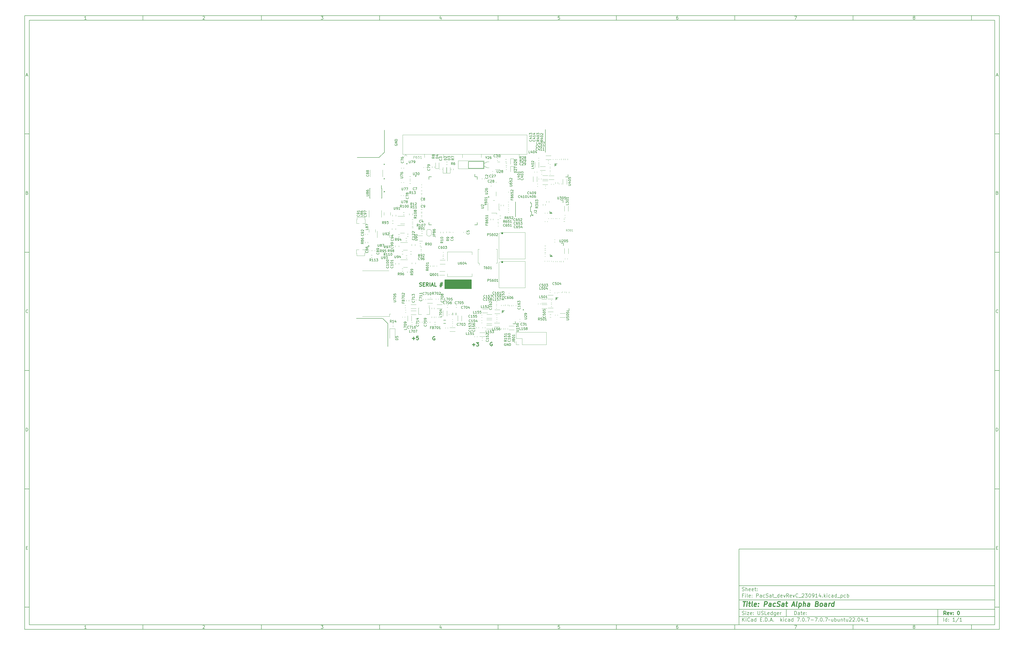
<source format=gbr>
%TF.GenerationSoftware,KiCad,Pcbnew,7.0.7-7.0.7~ubuntu22.04.1*%
%TF.CreationDate,2023-09-14T20:21:40-05:00*%
%TF.ProjectId,PacSat_devRevC_230914,50616353-6174-45f6-9465-76526576435f,0*%
%TF.SameCoordinates,Original*%
%TF.FileFunction,Legend,Top*%
%TF.FilePolarity,Positive*%
%FSLAX46Y46*%
G04 Gerber Fmt 4.6, Leading zero omitted, Abs format (unit mm)*
G04 Created by KiCad (PCBNEW 7.0.7-7.0.7~ubuntu22.04.1) date 2023-09-14 20:21:40*
%MOMM*%
%LPD*%
G01*
G04 APERTURE LIST*
%ADD10C,0.100000*%
%ADD11C,0.150000*%
%ADD12C,0.300000*%
%ADD13C,0.400000*%
%ADD14C,0.200000*%
%ADD15C,0.101600*%
%ADD16C,0.120000*%
%ADD17C,0.381175*%
G04 APERTURE END LIST*
D10*
D11*
X311800000Y-235400000D02*
X419800000Y-235400000D01*
X419800000Y-267400000D01*
X311800000Y-267400000D01*
X311800000Y-235400000D01*
D10*
D11*
X10000000Y-10000000D02*
X421800000Y-10000000D01*
X421800000Y-269400000D01*
X10000000Y-269400000D01*
X10000000Y-10000000D01*
D10*
D11*
X12000000Y-12000000D02*
X419800000Y-12000000D01*
X419800000Y-267400000D01*
X12000000Y-267400000D01*
X12000000Y-12000000D01*
D10*
D11*
X60000000Y-12000000D02*
X60000000Y-10000000D01*
D10*
D11*
X110000000Y-12000000D02*
X110000000Y-10000000D01*
D10*
D11*
X160000000Y-12000000D02*
X160000000Y-10000000D01*
D10*
D11*
X210000000Y-12000000D02*
X210000000Y-10000000D01*
D10*
D11*
X260000000Y-12000000D02*
X260000000Y-10000000D01*
D10*
D11*
X310000000Y-12000000D02*
X310000000Y-10000000D01*
D10*
D11*
X360000000Y-12000000D02*
X360000000Y-10000000D01*
D10*
D11*
X410000000Y-12000000D02*
X410000000Y-10000000D01*
D10*
D11*
X36089160Y-11593604D02*
X35346303Y-11593604D01*
X35717731Y-11593604D02*
X35717731Y-10293604D01*
X35717731Y-10293604D02*
X35593922Y-10479319D01*
X35593922Y-10479319D02*
X35470112Y-10603128D01*
X35470112Y-10603128D02*
X35346303Y-10665033D01*
D10*
D11*
X85346303Y-10417414D02*
X85408207Y-10355509D01*
X85408207Y-10355509D02*
X85532017Y-10293604D01*
X85532017Y-10293604D02*
X85841541Y-10293604D01*
X85841541Y-10293604D02*
X85965350Y-10355509D01*
X85965350Y-10355509D02*
X86027255Y-10417414D01*
X86027255Y-10417414D02*
X86089160Y-10541223D01*
X86089160Y-10541223D02*
X86089160Y-10665033D01*
X86089160Y-10665033D02*
X86027255Y-10850747D01*
X86027255Y-10850747D02*
X85284398Y-11593604D01*
X85284398Y-11593604D02*
X86089160Y-11593604D01*
D10*
D11*
X135284398Y-10293604D02*
X136089160Y-10293604D01*
X136089160Y-10293604D02*
X135655826Y-10788842D01*
X135655826Y-10788842D02*
X135841541Y-10788842D01*
X135841541Y-10788842D02*
X135965350Y-10850747D01*
X135965350Y-10850747D02*
X136027255Y-10912652D01*
X136027255Y-10912652D02*
X136089160Y-11036461D01*
X136089160Y-11036461D02*
X136089160Y-11345985D01*
X136089160Y-11345985D02*
X136027255Y-11469795D01*
X136027255Y-11469795D02*
X135965350Y-11531700D01*
X135965350Y-11531700D02*
X135841541Y-11593604D01*
X135841541Y-11593604D02*
X135470112Y-11593604D01*
X135470112Y-11593604D02*
X135346303Y-11531700D01*
X135346303Y-11531700D02*
X135284398Y-11469795D01*
D10*
D11*
X185965350Y-10726938D02*
X185965350Y-11593604D01*
X185655826Y-10231700D02*
X185346303Y-11160271D01*
X185346303Y-11160271D02*
X186151064Y-11160271D01*
D10*
D11*
X236027255Y-10293604D02*
X235408207Y-10293604D01*
X235408207Y-10293604D02*
X235346303Y-10912652D01*
X235346303Y-10912652D02*
X235408207Y-10850747D01*
X235408207Y-10850747D02*
X235532017Y-10788842D01*
X235532017Y-10788842D02*
X235841541Y-10788842D01*
X235841541Y-10788842D02*
X235965350Y-10850747D01*
X235965350Y-10850747D02*
X236027255Y-10912652D01*
X236027255Y-10912652D02*
X236089160Y-11036461D01*
X236089160Y-11036461D02*
X236089160Y-11345985D01*
X236089160Y-11345985D02*
X236027255Y-11469795D01*
X236027255Y-11469795D02*
X235965350Y-11531700D01*
X235965350Y-11531700D02*
X235841541Y-11593604D01*
X235841541Y-11593604D02*
X235532017Y-11593604D01*
X235532017Y-11593604D02*
X235408207Y-11531700D01*
X235408207Y-11531700D02*
X235346303Y-11469795D01*
D10*
D11*
X285965350Y-10293604D02*
X285717731Y-10293604D01*
X285717731Y-10293604D02*
X285593922Y-10355509D01*
X285593922Y-10355509D02*
X285532017Y-10417414D01*
X285532017Y-10417414D02*
X285408207Y-10603128D01*
X285408207Y-10603128D02*
X285346303Y-10850747D01*
X285346303Y-10850747D02*
X285346303Y-11345985D01*
X285346303Y-11345985D02*
X285408207Y-11469795D01*
X285408207Y-11469795D02*
X285470112Y-11531700D01*
X285470112Y-11531700D02*
X285593922Y-11593604D01*
X285593922Y-11593604D02*
X285841541Y-11593604D01*
X285841541Y-11593604D02*
X285965350Y-11531700D01*
X285965350Y-11531700D02*
X286027255Y-11469795D01*
X286027255Y-11469795D02*
X286089160Y-11345985D01*
X286089160Y-11345985D02*
X286089160Y-11036461D01*
X286089160Y-11036461D02*
X286027255Y-10912652D01*
X286027255Y-10912652D02*
X285965350Y-10850747D01*
X285965350Y-10850747D02*
X285841541Y-10788842D01*
X285841541Y-10788842D02*
X285593922Y-10788842D01*
X285593922Y-10788842D02*
X285470112Y-10850747D01*
X285470112Y-10850747D02*
X285408207Y-10912652D01*
X285408207Y-10912652D02*
X285346303Y-11036461D01*
D10*
D11*
X335284398Y-10293604D02*
X336151064Y-10293604D01*
X336151064Y-10293604D02*
X335593922Y-11593604D01*
D10*
D11*
X385593922Y-10850747D02*
X385470112Y-10788842D01*
X385470112Y-10788842D02*
X385408207Y-10726938D01*
X385408207Y-10726938D02*
X385346303Y-10603128D01*
X385346303Y-10603128D02*
X385346303Y-10541223D01*
X385346303Y-10541223D02*
X385408207Y-10417414D01*
X385408207Y-10417414D02*
X385470112Y-10355509D01*
X385470112Y-10355509D02*
X385593922Y-10293604D01*
X385593922Y-10293604D02*
X385841541Y-10293604D01*
X385841541Y-10293604D02*
X385965350Y-10355509D01*
X385965350Y-10355509D02*
X386027255Y-10417414D01*
X386027255Y-10417414D02*
X386089160Y-10541223D01*
X386089160Y-10541223D02*
X386089160Y-10603128D01*
X386089160Y-10603128D02*
X386027255Y-10726938D01*
X386027255Y-10726938D02*
X385965350Y-10788842D01*
X385965350Y-10788842D02*
X385841541Y-10850747D01*
X385841541Y-10850747D02*
X385593922Y-10850747D01*
X385593922Y-10850747D02*
X385470112Y-10912652D01*
X385470112Y-10912652D02*
X385408207Y-10974557D01*
X385408207Y-10974557D02*
X385346303Y-11098366D01*
X385346303Y-11098366D02*
X385346303Y-11345985D01*
X385346303Y-11345985D02*
X385408207Y-11469795D01*
X385408207Y-11469795D02*
X385470112Y-11531700D01*
X385470112Y-11531700D02*
X385593922Y-11593604D01*
X385593922Y-11593604D02*
X385841541Y-11593604D01*
X385841541Y-11593604D02*
X385965350Y-11531700D01*
X385965350Y-11531700D02*
X386027255Y-11469795D01*
X386027255Y-11469795D02*
X386089160Y-11345985D01*
X386089160Y-11345985D02*
X386089160Y-11098366D01*
X386089160Y-11098366D02*
X386027255Y-10974557D01*
X386027255Y-10974557D02*
X385965350Y-10912652D01*
X385965350Y-10912652D02*
X385841541Y-10850747D01*
D10*
D11*
X60000000Y-267400000D02*
X60000000Y-269400000D01*
D10*
D11*
X110000000Y-267400000D02*
X110000000Y-269400000D01*
D10*
D11*
X160000000Y-267400000D02*
X160000000Y-269400000D01*
D10*
D11*
X210000000Y-267400000D02*
X210000000Y-269400000D01*
D10*
D11*
X260000000Y-267400000D02*
X260000000Y-269400000D01*
D10*
D11*
X310000000Y-267400000D02*
X310000000Y-269400000D01*
D10*
D11*
X360000000Y-267400000D02*
X360000000Y-269400000D01*
D10*
D11*
X410000000Y-267400000D02*
X410000000Y-269400000D01*
D10*
D11*
X36089160Y-268993604D02*
X35346303Y-268993604D01*
X35717731Y-268993604D02*
X35717731Y-267693604D01*
X35717731Y-267693604D02*
X35593922Y-267879319D01*
X35593922Y-267879319D02*
X35470112Y-268003128D01*
X35470112Y-268003128D02*
X35346303Y-268065033D01*
D10*
D11*
X85346303Y-267817414D02*
X85408207Y-267755509D01*
X85408207Y-267755509D02*
X85532017Y-267693604D01*
X85532017Y-267693604D02*
X85841541Y-267693604D01*
X85841541Y-267693604D02*
X85965350Y-267755509D01*
X85965350Y-267755509D02*
X86027255Y-267817414D01*
X86027255Y-267817414D02*
X86089160Y-267941223D01*
X86089160Y-267941223D02*
X86089160Y-268065033D01*
X86089160Y-268065033D02*
X86027255Y-268250747D01*
X86027255Y-268250747D02*
X85284398Y-268993604D01*
X85284398Y-268993604D02*
X86089160Y-268993604D01*
D10*
D11*
X135284398Y-267693604D02*
X136089160Y-267693604D01*
X136089160Y-267693604D02*
X135655826Y-268188842D01*
X135655826Y-268188842D02*
X135841541Y-268188842D01*
X135841541Y-268188842D02*
X135965350Y-268250747D01*
X135965350Y-268250747D02*
X136027255Y-268312652D01*
X136027255Y-268312652D02*
X136089160Y-268436461D01*
X136089160Y-268436461D02*
X136089160Y-268745985D01*
X136089160Y-268745985D02*
X136027255Y-268869795D01*
X136027255Y-268869795D02*
X135965350Y-268931700D01*
X135965350Y-268931700D02*
X135841541Y-268993604D01*
X135841541Y-268993604D02*
X135470112Y-268993604D01*
X135470112Y-268993604D02*
X135346303Y-268931700D01*
X135346303Y-268931700D02*
X135284398Y-268869795D01*
D10*
D11*
X185965350Y-268126938D02*
X185965350Y-268993604D01*
X185655826Y-267631700D02*
X185346303Y-268560271D01*
X185346303Y-268560271D02*
X186151064Y-268560271D01*
D10*
D11*
X236027255Y-267693604D02*
X235408207Y-267693604D01*
X235408207Y-267693604D02*
X235346303Y-268312652D01*
X235346303Y-268312652D02*
X235408207Y-268250747D01*
X235408207Y-268250747D02*
X235532017Y-268188842D01*
X235532017Y-268188842D02*
X235841541Y-268188842D01*
X235841541Y-268188842D02*
X235965350Y-268250747D01*
X235965350Y-268250747D02*
X236027255Y-268312652D01*
X236027255Y-268312652D02*
X236089160Y-268436461D01*
X236089160Y-268436461D02*
X236089160Y-268745985D01*
X236089160Y-268745985D02*
X236027255Y-268869795D01*
X236027255Y-268869795D02*
X235965350Y-268931700D01*
X235965350Y-268931700D02*
X235841541Y-268993604D01*
X235841541Y-268993604D02*
X235532017Y-268993604D01*
X235532017Y-268993604D02*
X235408207Y-268931700D01*
X235408207Y-268931700D02*
X235346303Y-268869795D01*
D10*
D11*
X285965350Y-267693604D02*
X285717731Y-267693604D01*
X285717731Y-267693604D02*
X285593922Y-267755509D01*
X285593922Y-267755509D02*
X285532017Y-267817414D01*
X285532017Y-267817414D02*
X285408207Y-268003128D01*
X285408207Y-268003128D02*
X285346303Y-268250747D01*
X285346303Y-268250747D02*
X285346303Y-268745985D01*
X285346303Y-268745985D02*
X285408207Y-268869795D01*
X285408207Y-268869795D02*
X285470112Y-268931700D01*
X285470112Y-268931700D02*
X285593922Y-268993604D01*
X285593922Y-268993604D02*
X285841541Y-268993604D01*
X285841541Y-268993604D02*
X285965350Y-268931700D01*
X285965350Y-268931700D02*
X286027255Y-268869795D01*
X286027255Y-268869795D02*
X286089160Y-268745985D01*
X286089160Y-268745985D02*
X286089160Y-268436461D01*
X286089160Y-268436461D02*
X286027255Y-268312652D01*
X286027255Y-268312652D02*
X285965350Y-268250747D01*
X285965350Y-268250747D02*
X285841541Y-268188842D01*
X285841541Y-268188842D02*
X285593922Y-268188842D01*
X285593922Y-268188842D02*
X285470112Y-268250747D01*
X285470112Y-268250747D02*
X285408207Y-268312652D01*
X285408207Y-268312652D02*
X285346303Y-268436461D01*
D10*
D11*
X335284398Y-267693604D02*
X336151064Y-267693604D01*
X336151064Y-267693604D02*
X335593922Y-268993604D01*
D10*
D11*
X385593922Y-268250747D02*
X385470112Y-268188842D01*
X385470112Y-268188842D02*
X385408207Y-268126938D01*
X385408207Y-268126938D02*
X385346303Y-268003128D01*
X385346303Y-268003128D02*
X385346303Y-267941223D01*
X385346303Y-267941223D02*
X385408207Y-267817414D01*
X385408207Y-267817414D02*
X385470112Y-267755509D01*
X385470112Y-267755509D02*
X385593922Y-267693604D01*
X385593922Y-267693604D02*
X385841541Y-267693604D01*
X385841541Y-267693604D02*
X385965350Y-267755509D01*
X385965350Y-267755509D02*
X386027255Y-267817414D01*
X386027255Y-267817414D02*
X386089160Y-267941223D01*
X386089160Y-267941223D02*
X386089160Y-268003128D01*
X386089160Y-268003128D02*
X386027255Y-268126938D01*
X386027255Y-268126938D02*
X385965350Y-268188842D01*
X385965350Y-268188842D02*
X385841541Y-268250747D01*
X385841541Y-268250747D02*
X385593922Y-268250747D01*
X385593922Y-268250747D02*
X385470112Y-268312652D01*
X385470112Y-268312652D02*
X385408207Y-268374557D01*
X385408207Y-268374557D02*
X385346303Y-268498366D01*
X385346303Y-268498366D02*
X385346303Y-268745985D01*
X385346303Y-268745985D02*
X385408207Y-268869795D01*
X385408207Y-268869795D02*
X385470112Y-268931700D01*
X385470112Y-268931700D02*
X385593922Y-268993604D01*
X385593922Y-268993604D02*
X385841541Y-268993604D01*
X385841541Y-268993604D02*
X385965350Y-268931700D01*
X385965350Y-268931700D02*
X386027255Y-268869795D01*
X386027255Y-268869795D02*
X386089160Y-268745985D01*
X386089160Y-268745985D02*
X386089160Y-268498366D01*
X386089160Y-268498366D02*
X386027255Y-268374557D01*
X386027255Y-268374557D02*
X385965350Y-268312652D01*
X385965350Y-268312652D02*
X385841541Y-268250747D01*
D10*
D11*
X10000000Y-60000000D02*
X12000000Y-60000000D01*
D10*
D11*
X10000000Y-110000000D02*
X12000000Y-110000000D01*
D10*
D11*
X10000000Y-160000000D02*
X12000000Y-160000000D01*
D10*
D11*
X10000000Y-210000000D02*
X12000000Y-210000000D01*
D10*
D11*
X10000000Y-260000000D02*
X12000000Y-260000000D01*
D10*
D11*
X10690476Y-35222176D02*
X11309523Y-35222176D01*
X10566666Y-35593604D02*
X10999999Y-34293604D01*
X10999999Y-34293604D02*
X11433333Y-35593604D01*
D10*
D11*
X11092857Y-84912652D02*
X11278571Y-84974557D01*
X11278571Y-84974557D02*
X11340476Y-85036461D01*
X11340476Y-85036461D02*
X11402380Y-85160271D01*
X11402380Y-85160271D02*
X11402380Y-85345985D01*
X11402380Y-85345985D02*
X11340476Y-85469795D01*
X11340476Y-85469795D02*
X11278571Y-85531700D01*
X11278571Y-85531700D02*
X11154761Y-85593604D01*
X11154761Y-85593604D02*
X10659523Y-85593604D01*
X10659523Y-85593604D02*
X10659523Y-84293604D01*
X10659523Y-84293604D02*
X11092857Y-84293604D01*
X11092857Y-84293604D02*
X11216666Y-84355509D01*
X11216666Y-84355509D02*
X11278571Y-84417414D01*
X11278571Y-84417414D02*
X11340476Y-84541223D01*
X11340476Y-84541223D02*
X11340476Y-84665033D01*
X11340476Y-84665033D02*
X11278571Y-84788842D01*
X11278571Y-84788842D02*
X11216666Y-84850747D01*
X11216666Y-84850747D02*
X11092857Y-84912652D01*
X11092857Y-84912652D02*
X10659523Y-84912652D01*
D10*
D11*
X11402380Y-135469795D02*
X11340476Y-135531700D01*
X11340476Y-135531700D02*
X11154761Y-135593604D01*
X11154761Y-135593604D02*
X11030952Y-135593604D01*
X11030952Y-135593604D02*
X10845238Y-135531700D01*
X10845238Y-135531700D02*
X10721428Y-135407890D01*
X10721428Y-135407890D02*
X10659523Y-135284080D01*
X10659523Y-135284080D02*
X10597619Y-135036461D01*
X10597619Y-135036461D02*
X10597619Y-134850747D01*
X10597619Y-134850747D02*
X10659523Y-134603128D01*
X10659523Y-134603128D02*
X10721428Y-134479319D01*
X10721428Y-134479319D02*
X10845238Y-134355509D01*
X10845238Y-134355509D02*
X11030952Y-134293604D01*
X11030952Y-134293604D02*
X11154761Y-134293604D01*
X11154761Y-134293604D02*
X11340476Y-134355509D01*
X11340476Y-134355509D02*
X11402380Y-134417414D01*
D10*
D11*
X10659523Y-185593604D02*
X10659523Y-184293604D01*
X10659523Y-184293604D02*
X10969047Y-184293604D01*
X10969047Y-184293604D02*
X11154761Y-184355509D01*
X11154761Y-184355509D02*
X11278571Y-184479319D01*
X11278571Y-184479319D02*
X11340476Y-184603128D01*
X11340476Y-184603128D02*
X11402380Y-184850747D01*
X11402380Y-184850747D02*
X11402380Y-185036461D01*
X11402380Y-185036461D02*
X11340476Y-185284080D01*
X11340476Y-185284080D02*
X11278571Y-185407890D01*
X11278571Y-185407890D02*
X11154761Y-185531700D01*
X11154761Y-185531700D02*
X10969047Y-185593604D01*
X10969047Y-185593604D02*
X10659523Y-185593604D01*
D10*
D11*
X10721428Y-234912652D02*
X11154762Y-234912652D01*
X11340476Y-235593604D02*
X10721428Y-235593604D01*
X10721428Y-235593604D02*
X10721428Y-234293604D01*
X10721428Y-234293604D02*
X11340476Y-234293604D01*
D10*
D11*
X421800000Y-60000000D02*
X419800000Y-60000000D01*
D10*
D11*
X421800000Y-110000000D02*
X419800000Y-110000000D01*
D10*
D11*
X421800000Y-160000000D02*
X419800000Y-160000000D01*
D10*
D11*
X421800000Y-210000000D02*
X419800000Y-210000000D01*
D10*
D11*
X421800000Y-260000000D02*
X419800000Y-260000000D01*
D10*
D11*
X420490476Y-35222176D02*
X421109523Y-35222176D01*
X420366666Y-35593604D02*
X420799999Y-34293604D01*
X420799999Y-34293604D02*
X421233333Y-35593604D01*
D10*
D11*
X420892857Y-84912652D02*
X421078571Y-84974557D01*
X421078571Y-84974557D02*
X421140476Y-85036461D01*
X421140476Y-85036461D02*
X421202380Y-85160271D01*
X421202380Y-85160271D02*
X421202380Y-85345985D01*
X421202380Y-85345985D02*
X421140476Y-85469795D01*
X421140476Y-85469795D02*
X421078571Y-85531700D01*
X421078571Y-85531700D02*
X420954761Y-85593604D01*
X420954761Y-85593604D02*
X420459523Y-85593604D01*
X420459523Y-85593604D02*
X420459523Y-84293604D01*
X420459523Y-84293604D02*
X420892857Y-84293604D01*
X420892857Y-84293604D02*
X421016666Y-84355509D01*
X421016666Y-84355509D02*
X421078571Y-84417414D01*
X421078571Y-84417414D02*
X421140476Y-84541223D01*
X421140476Y-84541223D02*
X421140476Y-84665033D01*
X421140476Y-84665033D02*
X421078571Y-84788842D01*
X421078571Y-84788842D02*
X421016666Y-84850747D01*
X421016666Y-84850747D02*
X420892857Y-84912652D01*
X420892857Y-84912652D02*
X420459523Y-84912652D01*
D10*
D11*
X421202380Y-135469795D02*
X421140476Y-135531700D01*
X421140476Y-135531700D02*
X420954761Y-135593604D01*
X420954761Y-135593604D02*
X420830952Y-135593604D01*
X420830952Y-135593604D02*
X420645238Y-135531700D01*
X420645238Y-135531700D02*
X420521428Y-135407890D01*
X420521428Y-135407890D02*
X420459523Y-135284080D01*
X420459523Y-135284080D02*
X420397619Y-135036461D01*
X420397619Y-135036461D02*
X420397619Y-134850747D01*
X420397619Y-134850747D02*
X420459523Y-134603128D01*
X420459523Y-134603128D02*
X420521428Y-134479319D01*
X420521428Y-134479319D02*
X420645238Y-134355509D01*
X420645238Y-134355509D02*
X420830952Y-134293604D01*
X420830952Y-134293604D02*
X420954761Y-134293604D01*
X420954761Y-134293604D02*
X421140476Y-134355509D01*
X421140476Y-134355509D02*
X421202380Y-134417414D01*
D10*
D11*
X420459523Y-185593604D02*
X420459523Y-184293604D01*
X420459523Y-184293604D02*
X420769047Y-184293604D01*
X420769047Y-184293604D02*
X420954761Y-184355509D01*
X420954761Y-184355509D02*
X421078571Y-184479319D01*
X421078571Y-184479319D02*
X421140476Y-184603128D01*
X421140476Y-184603128D02*
X421202380Y-184850747D01*
X421202380Y-184850747D02*
X421202380Y-185036461D01*
X421202380Y-185036461D02*
X421140476Y-185284080D01*
X421140476Y-185284080D02*
X421078571Y-185407890D01*
X421078571Y-185407890D02*
X420954761Y-185531700D01*
X420954761Y-185531700D02*
X420769047Y-185593604D01*
X420769047Y-185593604D02*
X420459523Y-185593604D01*
D10*
D11*
X420521428Y-234912652D02*
X420954762Y-234912652D01*
X421140476Y-235593604D02*
X420521428Y-235593604D01*
X420521428Y-235593604D02*
X420521428Y-234293604D01*
X420521428Y-234293604D02*
X421140476Y-234293604D01*
D10*
D11*
X335255826Y-263186128D02*
X335255826Y-261686128D01*
X335255826Y-261686128D02*
X335612969Y-261686128D01*
X335612969Y-261686128D02*
X335827255Y-261757557D01*
X335827255Y-261757557D02*
X335970112Y-261900414D01*
X335970112Y-261900414D02*
X336041541Y-262043271D01*
X336041541Y-262043271D02*
X336112969Y-262328985D01*
X336112969Y-262328985D02*
X336112969Y-262543271D01*
X336112969Y-262543271D02*
X336041541Y-262828985D01*
X336041541Y-262828985D02*
X335970112Y-262971842D01*
X335970112Y-262971842D02*
X335827255Y-263114700D01*
X335827255Y-263114700D02*
X335612969Y-263186128D01*
X335612969Y-263186128D02*
X335255826Y-263186128D01*
X337398684Y-263186128D02*
X337398684Y-262400414D01*
X337398684Y-262400414D02*
X337327255Y-262257557D01*
X337327255Y-262257557D02*
X337184398Y-262186128D01*
X337184398Y-262186128D02*
X336898684Y-262186128D01*
X336898684Y-262186128D02*
X336755826Y-262257557D01*
X337398684Y-263114700D02*
X337255826Y-263186128D01*
X337255826Y-263186128D02*
X336898684Y-263186128D01*
X336898684Y-263186128D02*
X336755826Y-263114700D01*
X336755826Y-263114700D02*
X336684398Y-262971842D01*
X336684398Y-262971842D02*
X336684398Y-262828985D01*
X336684398Y-262828985D02*
X336755826Y-262686128D01*
X336755826Y-262686128D02*
X336898684Y-262614700D01*
X336898684Y-262614700D02*
X337255826Y-262614700D01*
X337255826Y-262614700D02*
X337398684Y-262543271D01*
X337898684Y-262186128D02*
X338470112Y-262186128D01*
X338112969Y-261686128D02*
X338112969Y-262971842D01*
X338112969Y-262971842D02*
X338184398Y-263114700D01*
X338184398Y-263114700D02*
X338327255Y-263186128D01*
X338327255Y-263186128D02*
X338470112Y-263186128D01*
X339541541Y-263114700D02*
X339398684Y-263186128D01*
X339398684Y-263186128D02*
X339112970Y-263186128D01*
X339112970Y-263186128D02*
X338970112Y-263114700D01*
X338970112Y-263114700D02*
X338898684Y-262971842D01*
X338898684Y-262971842D02*
X338898684Y-262400414D01*
X338898684Y-262400414D02*
X338970112Y-262257557D01*
X338970112Y-262257557D02*
X339112970Y-262186128D01*
X339112970Y-262186128D02*
X339398684Y-262186128D01*
X339398684Y-262186128D02*
X339541541Y-262257557D01*
X339541541Y-262257557D02*
X339612970Y-262400414D01*
X339612970Y-262400414D02*
X339612970Y-262543271D01*
X339612970Y-262543271D02*
X338898684Y-262686128D01*
X340255826Y-263043271D02*
X340327255Y-263114700D01*
X340327255Y-263114700D02*
X340255826Y-263186128D01*
X340255826Y-263186128D02*
X340184398Y-263114700D01*
X340184398Y-263114700D02*
X340255826Y-263043271D01*
X340255826Y-263043271D02*
X340255826Y-263186128D01*
X340255826Y-262257557D02*
X340327255Y-262328985D01*
X340327255Y-262328985D02*
X340255826Y-262400414D01*
X340255826Y-262400414D02*
X340184398Y-262328985D01*
X340184398Y-262328985D02*
X340255826Y-262257557D01*
X340255826Y-262257557D02*
X340255826Y-262400414D01*
D10*
D11*
X311800000Y-263900000D02*
X419800000Y-263900000D01*
D10*
D11*
X313255826Y-265986128D02*
X313255826Y-264486128D01*
X314112969Y-265986128D02*
X313470112Y-265128985D01*
X314112969Y-264486128D02*
X313255826Y-265343271D01*
X314755826Y-265986128D02*
X314755826Y-264986128D01*
X314755826Y-264486128D02*
X314684398Y-264557557D01*
X314684398Y-264557557D02*
X314755826Y-264628985D01*
X314755826Y-264628985D02*
X314827255Y-264557557D01*
X314827255Y-264557557D02*
X314755826Y-264486128D01*
X314755826Y-264486128D02*
X314755826Y-264628985D01*
X316327255Y-265843271D02*
X316255827Y-265914700D01*
X316255827Y-265914700D02*
X316041541Y-265986128D01*
X316041541Y-265986128D02*
X315898684Y-265986128D01*
X315898684Y-265986128D02*
X315684398Y-265914700D01*
X315684398Y-265914700D02*
X315541541Y-265771842D01*
X315541541Y-265771842D02*
X315470112Y-265628985D01*
X315470112Y-265628985D02*
X315398684Y-265343271D01*
X315398684Y-265343271D02*
X315398684Y-265128985D01*
X315398684Y-265128985D02*
X315470112Y-264843271D01*
X315470112Y-264843271D02*
X315541541Y-264700414D01*
X315541541Y-264700414D02*
X315684398Y-264557557D01*
X315684398Y-264557557D02*
X315898684Y-264486128D01*
X315898684Y-264486128D02*
X316041541Y-264486128D01*
X316041541Y-264486128D02*
X316255827Y-264557557D01*
X316255827Y-264557557D02*
X316327255Y-264628985D01*
X317612970Y-265986128D02*
X317612970Y-265200414D01*
X317612970Y-265200414D02*
X317541541Y-265057557D01*
X317541541Y-265057557D02*
X317398684Y-264986128D01*
X317398684Y-264986128D02*
X317112970Y-264986128D01*
X317112970Y-264986128D02*
X316970112Y-265057557D01*
X317612970Y-265914700D02*
X317470112Y-265986128D01*
X317470112Y-265986128D02*
X317112970Y-265986128D01*
X317112970Y-265986128D02*
X316970112Y-265914700D01*
X316970112Y-265914700D02*
X316898684Y-265771842D01*
X316898684Y-265771842D02*
X316898684Y-265628985D01*
X316898684Y-265628985D02*
X316970112Y-265486128D01*
X316970112Y-265486128D02*
X317112970Y-265414700D01*
X317112970Y-265414700D02*
X317470112Y-265414700D01*
X317470112Y-265414700D02*
X317612970Y-265343271D01*
X318970113Y-265986128D02*
X318970113Y-264486128D01*
X318970113Y-265914700D02*
X318827255Y-265986128D01*
X318827255Y-265986128D02*
X318541541Y-265986128D01*
X318541541Y-265986128D02*
X318398684Y-265914700D01*
X318398684Y-265914700D02*
X318327255Y-265843271D01*
X318327255Y-265843271D02*
X318255827Y-265700414D01*
X318255827Y-265700414D02*
X318255827Y-265271842D01*
X318255827Y-265271842D02*
X318327255Y-265128985D01*
X318327255Y-265128985D02*
X318398684Y-265057557D01*
X318398684Y-265057557D02*
X318541541Y-264986128D01*
X318541541Y-264986128D02*
X318827255Y-264986128D01*
X318827255Y-264986128D02*
X318970113Y-265057557D01*
X320827255Y-265200414D02*
X321327255Y-265200414D01*
X321541541Y-265986128D02*
X320827255Y-265986128D01*
X320827255Y-265986128D02*
X320827255Y-264486128D01*
X320827255Y-264486128D02*
X321541541Y-264486128D01*
X322184398Y-265843271D02*
X322255827Y-265914700D01*
X322255827Y-265914700D02*
X322184398Y-265986128D01*
X322184398Y-265986128D02*
X322112970Y-265914700D01*
X322112970Y-265914700D02*
X322184398Y-265843271D01*
X322184398Y-265843271D02*
X322184398Y-265986128D01*
X322898684Y-265986128D02*
X322898684Y-264486128D01*
X322898684Y-264486128D02*
X323255827Y-264486128D01*
X323255827Y-264486128D02*
X323470113Y-264557557D01*
X323470113Y-264557557D02*
X323612970Y-264700414D01*
X323612970Y-264700414D02*
X323684399Y-264843271D01*
X323684399Y-264843271D02*
X323755827Y-265128985D01*
X323755827Y-265128985D02*
X323755827Y-265343271D01*
X323755827Y-265343271D02*
X323684399Y-265628985D01*
X323684399Y-265628985D02*
X323612970Y-265771842D01*
X323612970Y-265771842D02*
X323470113Y-265914700D01*
X323470113Y-265914700D02*
X323255827Y-265986128D01*
X323255827Y-265986128D02*
X322898684Y-265986128D01*
X324398684Y-265843271D02*
X324470113Y-265914700D01*
X324470113Y-265914700D02*
X324398684Y-265986128D01*
X324398684Y-265986128D02*
X324327256Y-265914700D01*
X324327256Y-265914700D02*
X324398684Y-265843271D01*
X324398684Y-265843271D02*
X324398684Y-265986128D01*
X325041542Y-265557557D02*
X325755828Y-265557557D01*
X324898685Y-265986128D02*
X325398685Y-264486128D01*
X325398685Y-264486128D02*
X325898685Y-265986128D01*
X326398684Y-265843271D02*
X326470113Y-265914700D01*
X326470113Y-265914700D02*
X326398684Y-265986128D01*
X326398684Y-265986128D02*
X326327256Y-265914700D01*
X326327256Y-265914700D02*
X326398684Y-265843271D01*
X326398684Y-265843271D02*
X326398684Y-265986128D01*
X329398684Y-265986128D02*
X329398684Y-264486128D01*
X329541542Y-265414700D02*
X329970113Y-265986128D01*
X329970113Y-264986128D02*
X329398684Y-265557557D01*
X330612970Y-265986128D02*
X330612970Y-264986128D01*
X330612970Y-264486128D02*
X330541542Y-264557557D01*
X330541542Y-264557557D02*
X330612970Y-264628985D01*
X330612970Y-264628985D02*
X330684399Y-264557557D01*
X330684399Y-264557557D02*
X330612970Y-264486128D01*
X330612970Y-264486128D02*
X330612970Y-264628985D01*
X331970114Y-265914700D02*
X331827256Y-265986128D01*
X331827256Y-265986128D02*
X331541542Y-265986128D01*
X331541542Y-265986128D02*
X331398685Y-265914700D01*
X331398685Y-265914700D02*
X331327256Y-265843271D01*
X331327256Y-265843271D02*
X331255828Y-265700414D01*
X331255828Y-265700414D02*
X331255828Y-265271842D01*
X331255828Y-265271842D02*
X331327256Y-265128985D01*
X331327256Y-265128985D02*
X331398685Y-265057557D01*
X331398685Y-265057557D02*
X331541542Y-264986128D01*
X331541542Y-264986128D02*
X331827256Y-264986128D01*
X331827256Y-264986128D02*
X331970114Y-265057557D01*
X333255828Y-265986128D02*
X333255828Y-265200414D01*
X333255828Y-265200414D02*
X333184399Y-265057557D01*
X333184399Y-265057557D02*
X333041542Y-264986128D01*
X333041542Y-264986128D02*
X332755828Y-264986128D01*
X332755828Y-264986128D02*
X332612970Y-265057557D01*
X333255828Y-265914700D02*
X333112970Y-265986128D01*
X333112970Y-265986128D02*
X332755828Y-265986128D01*
X332755828Y-265986128D02*
X332612970Y-265914700D01*
X332612970Y-265914700D02*
X332541542Y-265771842D01*
X332541542Y-265771842D02*
X332541542Y-265628985D01*
X332541542Y-265628985D02*
X332612970Y-265486128D01*
X332612970Y-265486128D02*
X332755828Y-265414700D01*
X332755828Y-265414700D02*
X333112970Y-265414700D01*
X333112970Y-265414700D02*
X333255828Y-265343271D01*
X334612971Y-265986128D02*
X334612971Y-264486128D01*
X334612971Y-265914700D02*
X334470113Y-265986128D01*
X334470113Y-265986128D02*
X334184399Y-265986128D01*
X334184399Y-265986128D02*
X334041542Y-265914700D01*
X334041542Y-265914700D02*
X333970113Y-265843271D01*
X333970113Y-265843271D02*
X333898685Y-265700414D01*
X333898685Y-265700414D02*
X333898685Y-265271842D01*
X333898685Y-265271842D02*
X333970113Y-265128985D01*
X333970113Y-265128985D02*
X334041542Y-265057557D01*
X334041542Y-265057557D02*
X334184399Y-264986128D01*
X334184399Y-264986128D02*
X334470113Y-264986128D01*
X334470113Y-264986128D02*
X334612971Y-265057557D01*
X336327256Y-264486128D02*
X337327256Y-264486128D01*
X337327256Y-264486128D02*
X336684399Y-265986128D01*
X337898684Y-265843271D02*
X337970113Y-265914700D01*
X337970113Y-265914700D02*
X337898684Y-265986128D01*
X337898684Y-265986128D02*
X337827256Y-265914700D01*
X337827256Y-265914700D02*
X337898684Y-265843271D01*
X337898684Y-265843271D02*
X337898684Y-265986128D01*
X338898685Y-264486128D02*
X339041542Y-264486128D01*
X339041542Y-264486128D02*
X339184399Y-264557557D01*
X339184399Y-264557557D02*
X339255828Y-264628985D01*
X339255828Y-264628985D02*
X339327256Y-264771842D01*
X339327256Y-264771842D02*
X339398685Y-265057557D01*
X339398685Y-265057557D02*
X339398685Y-265414700D01*
X339398685Y-265414700D02*
X339327256Y-265700414D01*
X339327256Y-265700414D02*
X339255828Y-265843271D01*
X339255828Y-265843271D02*
X339184399Y-265914700D01*
X339184399Y-265914700D02*
X339041542Y-265986128D01*
X339041542Y-265986128D02*
X338898685Y-265986128D01*
X338898685Y-265986128D02*
X338755828Y-265914700D01*
X338755828Y-265914700D02*
X338684399Y-265843271D01*
X338684399Y-265843271D02*
X338612970Y-265700414D01*
X338612970Y-265700414D02*
X338541542Y-265414700D01*
X338541542Y-265414700D02*
X338541542Y-265057557D01*
X338541542Y-265057557D02*
X338612970Y-264771842D01*
X338612970Y-264771842D02*
X338684399Y-264628985D01*
X338684399Y-264628985D02*
X338755828Y-264557557D01*
X338755828Y-264557557D02*
X338898685Y-264486128D01*
X340041541Y-265843271D02*
X340112970Y-265914700D01*
X340112970Y-265914700D02*
X340041541Y-265986128D01*
X340041541Y-265986128D02*
X339970113Y-265914700D01*
X339970113Y-265914700D02*
X340041541Y-265843271D01*
X340041541Y-265843271D02*
X340041541Y-265986128D01*
X340612970Y-264486128D02*
X341612970Y-264486128D01*
X341612970Y-264486128D02*
X340970113Y-265986128D01*
X342184398Y-265414700D02*
X343327256Y-265414700D01*
X343898684Y-264486128D02*
X344898684Y-264486128D01*
X344898684Y-264486128D02*
X344255827Y-265986128D01*
X345470112Y-265843271D02*
X345541541Y-265914700D01*
X345541541Y-265914700D02*
X345470112Y-265986128D01*
X345470112Y-265986128D02*
X345398684Y-265914700D01*
X345398684Y-265914700D02*
X345470112Y-265843271D01*
X345470112Y-265843271D02*
X345470112Y-265986128D01*
X346470113Y-264486128D02*
X346612970Y-264486128D01*
X346612970Y-264486128D02*
X346755827Y-264557557D01*
X346755827Y-264557557D02*
X346827256Y-264628985D01*
X346827256Y-264628985D02*
X346898684Y-264771842D01*
X346898684Y-264771842D02*
X346970113Y-265057557D01*
X346970113Y-265057557D02*
X346970113Y-265414700D01*
X346970113Y-265414700D02*
X346898684Y-265700414D01*
X346898684Y-265700414D02*
X346827256Y-265843271D01*
X346827256Y-265843271D02*
X346755827Y-265914700D01*
X346755827Y-265914700D02*
X346612970Y-265986128D01*
X346612970Y-265986128D02*
X346470113Y-265986128D01*
X346470113Y-265986128D02*
X346327256Y-265914700D01*
X346327256Y-265914700D02*
X346255827Y-265843271D01*
X346255827Y-265843271D02*
X346184398Y-265700414D01*
X346184398Y-265700414D02*
X346112970Y-265414700D01*
X346112970Y-265414700D02*
X346112970Y-265057557D01*
X346112970Y-265057557D02*
X346184398Y-264771842D01*
X346184398Y-264771842D02*
X346255827Y-264628985D01*
X346255827Y-264628985D02*
X346327256Y-264557557D01*
X346327256Y-264557557D02*
X346470113Y-264486128D01*
X347612969Y-265843271D02*
X347684398Y-265914700D01*
X347684398Y-265914700D02*
X347612969Y-265986128D01*
X347612969Y-265986128D02*
X347541541Y-265914700D01*
X347541541Y-265914700D02*
X347612969Y-265843271D01*
X347612969Y-265843271D02*
X347612969Y-265986128D01*
X348184398Y-264486128D02*
X349184398Y-264486128D01*
X349184398Y-264486128D02*
X348541541Y-265986128D01*
X349541541Y-265414700D02*
X349612969Y-265343271D01*
X349612969Y-265343271D02*
X349755826Y-265271842D01*
X349755826Y-265271842D02*
X350041541Y-265414700D01*
X350041541Y-265414700D02*
X350184398Y-265343271D01*
X350184398Y-265343271D02*
X350255826Y-265271842D01*
X351470113Y-264986128D02*
X351470113Y-265986128D01*
X350827255Y-264986128D02*
X350827255Y-265771842D01*
X350827255Y-265771842D02*
X350898684Y-265914700D01*
X350898684Y-265914700D02*
X351041541Y-265986128D01*
X351041541Y-265986128D02*
X351255827Y-265986128D01*
X351255827Y-265986128D02*
X351398684Y-265914700D01*
X351398684Y-265914700D02*
X351470113Y-265843271D01*
X352184398Y-265986128D02*
X352184398Y-264486128D01*
X352184398Y-265057557D02*
X352327256Y-264986128D01*
X352327256Y-264986128D02*
X352612970Y-264986128D01*
X352612970Y-264986128D02*
X352755827Y-265057557D01*
X352755827Y-265057557D02*
X352827256Y-265128985D01*
X352827256Y-265128985D02*
X352898684Y-265271842D01*
X352898684Y-265271842D02*
X352898684Y-265700414D01*
X352898684Y-265700414D02*
X352827256Y-265843271D01*
X352827256Y-265843271D02*
X352755827Y-265914700D01*
X352755827Y-265914700D02*
X352612970Y-265986128D01*
X352612970Y-265986128D02*
X352327256Y-265986128D01*
X352327256Y-265986128D02*
X352184398Y-265914700D01*
X354184399Y-264986128D02*
X354184399Y-265986128D01*
X353541541Y-264986128D02*
X353541541Y-265771842D01*
X353541541Y-265771842D02*
X353612970Y-265914700D01*
X353612970Y-265914700D02*
X353755827Y-265986128D01*
X353755827Y-265986128D02*
X353970113Y-265986128D01*
X353970113Y-265986128D02*
X354112970Y-265914700D01*
X354112970Y-265914700D02*
X354184399Y-265843271D01*
X354898684Y-264986128D02*
X354898684Y-265986128D01*
X354898684Y-265128985D02*
X354970113Y-265057557D01*
X354970113Y-265057557D02*
X355112970Y-264986128D01*
X355112970Y-264986128D02*
X355327256Y-264986128D01*
X355327256Y-264986128D02*
X355470113Y-265057557D01*
X355470113Y-265057557D02*
X355541542Y-265200414D01*
X355541542Y-265200414D02*
X355541542Y-265986128D01*
X356041542Y-264986128D02*
X356612970Y-264986128D01*
X356255827Y-264486128D02*
X356255827Y-265771842D01*
X356255827Y-265771842D02*
X356327256Y-265914700D01*
X356327256Y-265914700D02*
X356470113Y-265986128D01*
X356470113Y-265986128D02*
X356612970Y-265986128D01*
X357755828Y-264986128D02*
X357755828Y-265986128D01*
X357112970Y-264986128D02*
X357112970Y-265771842D01*
X357112970Y-265771842D02*
X357184399Y-265914700D01*
X357184399Y-265914700D02*
X357327256Y-265986128D01*
X357327256Y-265986128D02*
X357541542Y-265986128D01*
X357541542Y-265986128D02*
X357684399Y-265914700D01*
X357684399Y-265914700D02*
X357755828Y-265843271D01*
X358398685Y-264628985D02*
X358470113Y-264557557D01*
X358470113Y-264557557D02*
X358612971Y-264486128D01*
X358612971Y-264486128D02*
X358970113Y-264486128D01*
X358970113Y-264486128D02*
X359112971Y-264557557D01*
X359112971Y-264557557D02*
X359184399Y-264628985D01*
X359184399Y-264628985D02*
X359255828Y-264771842D01*
X359255828Y-264771842D02*
X359255828Y-264914700D01*
X359255828Y-264914700D02*
X359184399Y-265128985D01*
X359184399Y-265128985D02*
X358327256Y-265986128D01*
X358327256Y-265986128D02*
X359255828Y-265986128D01*
X359827256Y-264628985D02*
X359898684Y-264557557D01*
X359898684Y-264557557D02*
X360041542Y-264486128D01*
X360041542Y-264486128D02*
X360398684Y-264486128D01*
X360398684Y-264486128D02*
X360541542Y-264557557D01*
X360541542Y-264557557D02*
X360612970Y-264628985D01*
X360612970Y-264628985D02*
X360684399Y-264771842D01*
X360684399Y-264771842D02*
X360684399Y-264914700D01*
X360684399Y-264914700D02*
X360612970Y-265128985D01*
X360612970Y-265128985D02*
X359755827Y-265986128D01*
X359755827Y-265986128D02*
X360684399Y-265986128D01*
X361327255Y-265843271D02*
X361398684Y-265914700D01*
X361398684Y-265914700D02*
X361327255Y-265986128D01*
X361327255Y-265986128D02*
X361255827Y-265914700D01*
X361255827Y-265914700D02*
X361327255Y-265843271D01*
X361327255Y-265843271D02*
X361327255Y-265986128D01*
X362327256Y-264486128D02*
X362470113Y-264486128D01*
X362470113Y-264486128D02*
X362612970Y-264557557D01*
X362612970Y-264557557D02*
X362684399Y-264628985D01*
X362684399Y-264628985D02*
X362755827Y-264771842D01*
X362755827Y-264771842D02*
X362827256Y-265057557D01*
X362827256Y-265057557D02*
X362827256Y-265414700D01*
X362827256Y-265414700D02*
X362755827Y-265700414D01*
X362755827Y-265700414D02*
X362684399Y-265843271D01*
X362684399Y-265843271D02*
X362612970Y-265914700D01*
X362612970Y-265914700D02*
X362470113Y-265986128D01*
X362470113Y-265986128D02*
X362327256Y-265986128D01*
X362327256Y-265986128D02*
X362184399Y-265914700D01*
X362184399Y-265914700D02*
X362112970Y-265843271D01*
X362112970Y-265843271D02*
X362041541Y-265700414D01*
X362041541Y-265700414D02*
X361970113Y-265414700D01*
X361970113Y-265414700D02*
X361970113Y-265057557D01*
X361970113Y-265057557D02*
X362041541Y-264771842D01*
X362041541Y-264771842D02*
X362112970Y-264628985D01*
X362112970Y-264628985D02*
X362184399Y-264557557D01*
X362184399Y-264557557D02*
X362327256Y-264486128D01*
X364112970Y-264986128D02*
X364112970Y-265986128D01*
X363755827Y-264414700D02*
X363398684Y-265486128D01*
X363398684Y-265486128D02*
X364327255Y-265486128D01*
X364898683Y-265843271D02*
X364970112Y-265914700D01*
X364970112Y-265914700D02*
X364898683Y-265986128D01*
X364898683Y-265986128D02*
X364827255Y-265914700D01*
X364827255Y-265914700D02*
X364898683Y-265843271D01*
X364898683Y-265843271D02*
X364898683Y-265986128D01*
X366398684Y-265986128D02*
X365541541Y-265986128D01*
X365970112Y-265986128D02*
X365970112Y-264486128D01*
X365970112Y-264486128D02*
X365827255Y-264700414D01*
X365827255Y-264700414D02*
X365684398Y-264843271D01*
X365684398Y-264843271D02*
X365541541Y-264914700D01*
D10*
D11*
X311800000Y-260900000D02*
X419800000Y-260900000D01*
D10*
D12*
X399211653Y-263178328D02*
X398711653Y-262464042D01*
X398354510Y-263178328D02*
X398354510Y-261678328D01*
X398354510Y-261678328D02*
X398925939Y-261678328D01*
X398925939Y-261678328D02*
X399068796Y-261749757D01*
X399068796Y-261749757D02*
X399140225Y-261821185D01*
X399140225Y-261821185D02*
X399211653Y-261964042D01*
X399211653Y-261964042D02*
X399211653Y-262178328D01*
X399211653Y-262178328D02*
X399140225Y-262321185D01*
X399140225Y-262321185D02*
X399068796Y-262392614D01*
X399068796Y-262392614D02*
X398925939Y-262464042D01*
X398925939Y-262464042D02*
X398354510Y-262464042D01*
X400425939Y-263106900D02*
X400283082Y-263178328D01*
X400283082Y-263178328D02*
X399997368Y-263178328D01*
X399997368Y-263178328D02*
X399854510Y-263106900D01*
X399854510Y-263106900D02*
X399783082Y-262964042D01*
X399783082Y-262964042D02*
X399783082Y-262392614D01*
X399783082Y-262392614D02*
X399854510Y-262249757D01*
X399854510Y-262249757D02*
X399997368Y-262178328D01*
X399997368Y-262178328D02*
X400283082Y-262178328D01*
X400283082Y-262178328D02*
X400425939Y-262249757D01*
X400425939Y-262249757D02*
X400497368Y-262392614D01*
X400497368Y-262392614D02*
X400497368Y-262535471D01*
X400497368Y-262535471D02*
X399783082Y-262678328D01*
X400997367Y-262178328D02*
X401354510Y-263178328D01*
X401354510Y-263178328D02*
X401711653Y-262178328D01*
X402283081Y-263035471D02*
X402354510Y-263106900D01*
X402354510Y-263106900D02*
X402283081Y-263178328D01*
X402283081Y-263178328D02*
X402211653Y-263106900D01*
X402211653Y-263106900D02*
X402283081Y-263035471D01*
X402283081Y-263035471D02*
X402283081Y-263178328D01*
X402283081Y-262249757D02*
X402354510Y-262321185D01*
X402354510Y-262321185D02*
X402283081Y-262392614D01*
X402283081Y-262392614D02*
X402211653Y-262321185D01*
X402211653Y-262321185D02*
X402283081Y-262249757D01*
X402283081Y-262249757D02*
X402283081Y-262392614D01*
X404425939Y-261678328D02*
X404568796Y-261678328D01*
X404568796Y-261678328D02*
X404711653Y-261749757D01*
X404711653Y-261749757D02*
X404783082Y-261821185D01*
X404783082Y-261821185D02*
X404854510Y-261964042D01*
X404854510Y-261964042D02*
X404925939Y-262249757D01*
X404925939Y-262249757D02*
X404925939Y-262606900D01*
X404925939Y-262606900D02*
X404854510Y-262892614D01*
X404854510Y-262892614D02*
X404783082Y-263035471D01*
X404783082Y-263035471D02*
X404711653Y-263106900D01*
X404711653Y-263106900D02*
X404568796Y-263178328D01*
X404568796Y-263178328D02*
X404425939Y-263178328D01*
X404425939Y-263178328D02*
X404283082Y-263106900D01*
X404283082Y-263106900D02*
X404211653Y-263035471D01*
X404211653Y-263035471D02*
X404140224Y-262892614D01*
X404140224Y-262892614D02*
X404068796Y-262606900D01*
X404068796Y-262606900D02*
X404068796Y-262249757D01*
X404068796Y-262249757D02*
X404140224Y-261964042D01*
X404140224Y-261964042D02*
X404211653Y-261821185D01*
X404211653Y-261821185D02*
X404283082Y-261749757D01*
X404283082Y-261749757D02*
X404425939Y-261678328D01*
D10*
D11*
X313184398Y-263114700D02*
X313398684Y-263186128D01*
X313398684Y-263186128D02*
X313755826Y-263186128D01*
X313755826Y-263186128D02*
X313898684Y-263114700D01*
X313898684Y-263114700D02*
X313970112Y-263043271D01*
X313970112Y-263043271D02*
X314041541Y-262900414D01*
X314041541Y-262900414D02*
X314041541Y-262757557D01*
X314041541Y-262757557D02*
X313970112Y-262614700D01*
X313970112Y-262614700D02*
X313898684Y-262543271D01*
X313898684Y-262543271D02*
X313755826Y-262471842D01*
X313755826Y-262471842D02*
X313470112Y-262400414D01*
X313470112Y-262400414D02*
X313327255Y-262328985D01*
X313327255Y-262328985D02*
X313255826Y-262257557D01*
X313255826Y-262257557D02*
X313184398Y-262114700D01*
X313184398Y-262114700D02*
X313184398Y-261971842D01*
X313184398Y-261971842D02*
X313255826Y-261828985D01*
X313255826Y-261828985D02*
X313327255Y-261757557D01*
X313327255Y-261757557D02*
X313470112Y-261686128D01*
X313470112Y-261686128D02*
X313827255Y-261686128D01*
X313827255Y-261686128D02*
X314041541Y-261757557D01*
X314684397Y-263186128D02*
X314684397Y-262186128D01*
X314684397Y-261686128D02*
X314612969Y-261757557D01*
X314612969Y-261757557D02*
X314684397Y-261828985D01*
X314684397Y-261828985D02*
X314755826Y-261757557D01*
X314755826Y-261757557D02*
X314684397Y-261686128D01*
X314684397Y-261686128D02*
X314684397Y-261828985D01*
X315255826Y-262186128D02*
X316041541Y-262186128D01*
X316041541Y-262186128D02*
X315255826Y-263186128D01*
X315255826Y-263186128D02*
X316041541Y-263186128D01*
X317184398Y-263114700D02*
X317041541Y-263186128D01*
X317041541Y-263186128D02*
X316755827Y-263186128D01*
X316755827Y-263186128D02*
X316612969Y-263114700D01*
X316612969Y-263114700D02*
X316541541Y-262971842D01*
X316541541Y-262971842D02*
X316541541Y-262400414D01*
X316541541Y-262400414D02*
X316612969Y-262257557D01*
X316612969Y-262257557D02*
X316755827Y-262186128D01*
X316755827Y-262186128D02*
X317041541Y-262186128D01*
X317041541Y-262186128D02*
X317184398Y-262257557D01*
X317184398Y-262257557D02*
X317255827Y-262400414D01*
X317255827Y-262400414D02*
X317255827Y-262543271D01*
X317255827Y-262543271D02*
X316541541Y-262686128D01*
X317898683Y-263043271D02*
X317970112Y-263114700D01*
X317970112Y-263114700D02*
X317898683Y-263186128D01*
X317898683Y-263186128D02*
X317827255Y-263114700D01*
X317827255Y-263114700D02*
X317898683Y-263043271D01*
X317898683Y-263043271D02*
X317898683Y-263186128D01*
X317898683Y-262257557D02*
X317970112Y-262328985D01*
X317970112Y-262328985D02*
X317898683Y-262400414D01*
X317898683Y-262400414D02*
X317827255Y-262328985D01*
X317827255Y-262328985D02*
X317898683Y-262257557D01*
X317898683Y-262257557D02*
X317898683Y-262400414D01*
X319755826Y-261686128D02*
X319755826Y-262900414D01*
X319755826Y-262900414D02*
X319827255Y-263043271D01*
X319827255Y-263043271D02*
X319898684Y-263114700D01*
X319898684Y-263114700D02*
X320041541Y-263186128D01*
X320041541Y-263186128D02*
X320327255Y-263186128D01*
X320327255Y-263186128D02*
X320470112Y-263114700D01*
X320470112Y-263114700D02*
X320541541Y-263043271D01*
X320541541Y-263043271D02*
X320612969Y-262900414D01*
X320612969Y-262900414D02*
X320612969Y-261686128D01*
X321255827Y-263114700D02*
X321470113Y-263186128D01*
X321470113Y-263186128D02*
X321827255Y-263186128D01*
X321827255Y-263186128D02*
X321970113Y-263114700D01*
X321970113Y-263114700D02*
X322041541Y-263043271D01*
X322041541Y-263043271D02*
X322112970Y-262900414D01*
X322112970Y-262900414D02*
X322112970Y-262757557D01*
X322112970Y-262757557D02*
X322041541Y-262614700D01*
X322041541Y-262614700D02*
X321970113Y-262543271D01*
X321970113Y-262543271D02*
X321827255Y-262471842D01*
X321827255Y-262471842D02*
X321541541Y-262400414D01*
X321541541Y-262400414D02*
X321398684Y-262328985D01*
X321398684Y-262328985D02*
X321327255Y-262257557D01*
X321327255Y-262257557D02*
X321255827Y-262114700D01*
X321255827Y-262114700D02*
X321255827Y-261971842D01*
X321255827Y-261971842D02*
X321327255Y-261828985D01*
X321327255Y-261828985D02*
X321398684Y-261757557D01*
X321398684Y-261757557D02*
X321541541Y-261686128D01*
X321541541Y-261686128D02*
X321898684Y-261686128D01*
X321898684Y-261686128D02*
X322112970Y-261757557D01*
X323470112Y-263186128D02*
X322755826Y-263186128D01*
X322755826Y-263186128D02*
X322755826Y-261686128D01*
X324541541Y-263114700D02*
X324398684Y-263186128D01*
X324398684Y-263186128D02*
X324112970Y-263186128D01*
X324112970Y-263186128D02*
X323970112Y-263114700D01*
X323970112Y-263114700D02*
X323898684Y-262971842D01*
X323898684Y-262971842D02*
X323898684Y-262400414D01*
X323898684Y-262400414D02*
X323970112Y-262257557D01*
X323970112Y-262257557D02*
X324112970Y-262186128D01*
X324112970Y-262186128D02*
X324398684Y-262186128D01*
X324398684Y-262186128D02*
X324541541Y-262257557D01*
X324541541Y-262257557D02*
X324612970Y-262400414D01*
X324612970Y-262400414D02*
X324612970Y-262543271D01*
X324612970Y-262543271D02*
X323898684Y-262686128D01*
X325898684Y-263186128D02*
X325898684Y-261686128D01*
X325898684Y-263114700D02*
X325755826Y-263186128D01*
X325755826Y-263186128D02*
X325470112Y-263186128D01*
X325470112Y-263186128D02*
X325327255Y-263114700D01*
X325327255Y-263114700D02*
X325255826Y-263043271D01*
X325255826Y-263043271D02*
X325184398Y-262900414D01*
X325184398Y-262900414D02*
X325184398Y-262471842D01*
X325184398Y-262471842D02*
X325255826Y-262328985D01*
X325255826Y-262328985D02*
X325327255Y-262257557D01*
X325327255Y-262257557D02*
X325470112Y-262186128D01*
X325470112Y-262186128D02*
X325755826Y-262186128D01*
X325755826Y-262186128D02*
X325898684Y-262257557D01*
X327255827Y-262186128D02*
X327255827Y-263400414D01*
X327255827Y-263400414D02*
X327184398Y-263543271D01*
X327184398Y-263543271D02*
X327112969Y-263614700D01*
X327112969Y-263614700D02*
X326970112Y-263686128D01*
X326970112Y-263686128D02*
X326755827Y-263686128D01*
X326755827Y-263686128D02*
X326612969Y-263614700D01*
X327255827Y-263114700D02*
X327112969Y-263186128D01*
X327112969Y-263186128D02*
X326827255Y-263186128D01*
X326827255Y-263186128D02*
X326684398Y-263114700D01*
X326684398Y-263114700D02*
X326612969Y-263043271D01*
X326612969Y-263043271D02*
X326541541Y-262900414D01*
X326541541Y-262900414D02*
X326541541Y-262471842D01*
X326541541Y-262471842D02*
X326612969Y-262328985D01*
X326612969Y-262328985D02*
X326684398Y-262257557D01*
X326684398Y-262257557D02*
X326827255Y-262186128D01*
X326827255Y-262186128D02*
X327112969Y-262186128D01*
X327112969Y-262186128D02*
X327255827Y-262257557D01*
X328541541Y-263114700D02*
X328398684Y-263186128D01*
X328398684Y-263186128D02*
X328112970Y-263186128D01*
X328112970Y-263186128D02*
X327970112Y-263114700D01*
X327970112Y-263114700D02*
X327898684Y-262971842D01*
X327898684Y-262971842D02*
X327898684Y-262400414D01*
X327898684Y-262400414D02*
X327970112Y-262257557D01*
X327970112Y-262257557D02*
X328112970Y-262186128D01*
X328112970Y-262186128D02*
X328398684Y-262186128D01*
X328398684Y-262186128D02*
X328541541Y-262257557D01*
X328541541Y-262257557D02*
X328612970Y-262400414D01*
X328612970Y-262400414D02*
X328612970Y-262543271D01*
X328612970Y-262543271D02*
X327898684Y-262686128D01*
X329255826Y-263186128D02*
X329255826Y-262186128D01*
X329255826Y-262471842D02*
X329327255Y-262328985D01*
X329327255Y-262328985D02*
X329398684Y-262257557D01*
X329398684Y-262257557D02*
X329541541Y-262186128D01*
X329541541Y-262186128D02*
X329684398Y-262186128D01*
D10*
D11*
X398255826Y-265986128D02*
X398255826Y-264486128D01*
X399612970Y-265986128D02*
X399612970Y-264486128D01*
X399612970Y-265914700D02*
X399470112Y-265986128D01*
X399470112Y-265986128D02*
X399184398Y-265986128D01*
X399184398Y-265986128D02*
X399041541Y-265914700D01*
X399041541Y-265914700D02*
X398970112Y-265843271D01*
X398970112Y-265843271D02*
X398898684Y-265700414D01*
X398898684Y-265700414D02*
X398898684Y-265271842D01*
X398898684Y-265271842D02*
X398970112Y-265128985D01*
X398970112Y-265128985D02*
X399041541Y-265057557D01*
X399041541Y-265057557D02*
X399184398Y-264986128D01*
X399184398Y-264986128D02*
X399470112Y-264986128D01*
X399470112Y-264986128D02*
X399612970Y-265057557D01*
X400327255Y-265843271D02*
X400398684Y-265914700D01*
X400398684Y-265914700D02*
X400327255Y-265986128D01*
X400327255Y-265986128D02*
X400255827Y-265914700D01*
X400255827Y-265914700D02*
X400327255Y-265843271D01*
X400327255Y-265843271D02*
X400327255Y-265986128D01*
X400327255Y-265057557D02*
X400398684Y-265128985D01*
X400398684Y-265128985D02*
X400327255Y-265200414D01*
X400327255Y-265200414D02*
X400255827Y-265128985D01*
X400255827Y-265128985D02*
X400327255Y-265057557D01*
X400327255Y-265057557D02*
X400327255Y-265200414D01*
X402970113Y-265986128D02*
X402112970Y-265986128D01*
X402541541Y-265986128D02*
X402541541Y-264486128D01*
X402541541Y-264486128D02*
X402398684Y-264700414D01*
X402398684Y-264700414D02*
X402255827Y-264843271D01*
X402255827Y-264843271D02*
X402112970Y-264914700D01*
X404684398Y-264414700D02*
X403398684Y-266343271D01*
X405970113Y-265986128D02*
X405112970Y-265986128D01*
X405541541Y-265986128D02*
X405541541Y-264486128D01*
X405541541Y-264486128D02*
X405398684Y-264700414D01*
X405398684Y-264700414D02*
X405255827Y-264843271D01*
X405255827Y-264843271D02*
X405112970Y-264914700D01*
D10*
D11*
X311800000Y-256900000D02*
X419800000Y-256900000D01*
D10*
D13*
X313491728Y-257604438D02*
X314634585Y-257604438D01*
X313813157Y-259604438D02*
X314063157Y-257604438D01*
X315051252Y-259604438D02*
X315217919Y-258271104D01*
X315301252Y-257604438D02*
X315194109Y-257699676D01*
X315194109Y-257699676D02*
X315277443Y-257794914D01*
X315277443Y-257794914D02*
X315384586Y-257699676D01*
X315384586Y-257699676D02*
X315301252Y-257604438D01*
X315301252Y-257604438D02*
X315277443Y-257794914D01*
X315884586Y-258271104D02*
X316646490Y-258271104D01*
X316253633Y-257604438D02*
X316039348Y-259318723D01*
X316039348Y-259318723D02*
X316110776Y-259509200D01*
X316110776Y-259509200D02*
X316289348Y-259604438D01*
X316289348Y-259604438D02*
X316479824Y-259604438D01*
X317432205Y-259604438D02*
X317253633Y-259509200D01*
X317253633Y-259509200D02*
X317182205Y-259318723D01*
X317182205Y-259318723D02*
X317396490Y-257604438D01*
X318967919Y-259509200D02*
X318765538Y-259604438D01*
X318765538Y-259604438D02*
X318384585Y-259604438D01*
X318384585Y-259604438D02*
X318206014Y-259509200D01*
X318206014Y-259509200D02*
X318134585Y-259318723D01*
X318134585Y-259318723D02*
X318229824Y-258556819D01*
X318229824Y-258556819D02*
X318348871Y-258366342D01*
X318348871Y-258366342D02*
X318551252Y-258271104D01*
X318551252Y-258271104D02*
X318932204Y-258271104D01*
X318932204Y-258271104D02*
X319110776Y-258366342D01*
X319110776Y-258366342D02*
X319182204Y-258556819D01*
X319182204Y-258556819D02*
X319158395Y-258747295D01*
X319158395Y-258747295D02*
X318182204Y-258937771D01*
X319932205Y-259413961D02*
X320015538Y-259509200D01*
X320015538Y-259509200D02*
X319908395Y-259604438D01*
X319908395Y-259604438D02*
X319825062Y-259509200D01*
X319825062Y-259509200D02*
X319932205Y-259413961D01*
X319932205Y-259413961D02*
X319908395Y-259604438D01*
X320063157Y-258366342D02*
X320146490Y-258461580D01*
X320146490Y-258461580D02*
X320039348Y-258556819D01*
X320039348Y-258556819D02*
X319956014Y-258461580D01*
X319956014Y-258461580D02*
X320063157Y-258366342D01*
X320063157Y-258366342D02*
X320039348Y-258556819D01*
X322384586Y-259604438D02*
X322634586Y-257604438D01*
X322634586Y-257604438D02*
X323396491Y-257604438D01*
X323396491Y-257604438D02*
X323575062Y-257699676D01*
X323575062Y-257699676D02*
X323658396Y-257794914D01*
X323658396Y-257794914D02*
X323729824Y-257985390D01*
X323729824Y-257985390D02*
X323694110Y-258271104D01*
X323694110Y-258271104D02*
X323575062Y-258461580D01*
X323575062Y-258461580D02*
X323467920Y-258556819D01*
X323467920Y-258556819D02*
X323265539Y-258652057D01*
X323265539Y-258652057D02*
X322503634Y-258652057D01*
X325241729Y-259604438D02*
X325372681Y-258556819D01*
X325372681Y-258556819D02*
X325301253Y-258366342D01*
X325301253Y-258366342D02*
X325122681Y-258271104D01*
X325122681Y-258271104D02*
X324741729Y-258271104D01*
X324741729Y-258271104D02*
X324539348Y-258366342D01*
X325253634Y-259509200D02*
X325051253Y-259604438D01*
X325051253Y-259604438D02*
X324575062Y-259604438D01*
X324575062Y-259604438D02*
X324396491Y-259509200D01*
X324396491Y-259509200D02*
X324325062Y-259318723D01*
X324325062Y-259318723D02*
X324348872Y-259128247D01*
X324348872Y-259128247D02*
X324467920Y-258937771D01*
X324467920Y-258937771D02*
X324670301Y-258842533D01*
X324670301Y-258842533D02*
X325146491Y-258842533D01*
X325146491Y-258842533D02*
X325348872Y-258747295D01*
X327063158Y-259509200D02*
X326860777Y-259604438D01*
X326860777Y-259604438D02*
X326479825Y-259604438D01*
X326479825Y-259604438D02*
X326301253Y-259509200D01*
X326301253Y-259509200D02*
X326217920Y-259413961D01*
X326217920Y-259413961D02*
X326146491Y-259223485D01*
X326146491Y-259223485D02*
X326217920Y-258652057D01*
X326217920Y-258652057D02*
X326336967Y-258461580D01*
X326336967Y-258461580D02*
X326444110Y-258366342D01*
X326444110Y-258366342D02*
X326646491Y-258271104D01*
X326646491Y-258271104D02*
X327027444Y-258271104D01*
X327027444Y-258271104D02*
X327206015Y-258366342D01*
X327825063Y-259509200D02*
X328098872Y-259604438D01*
X328098872Y-259604438D02*
X328575063Y-259604438D01*
X328575063Y-259604438D02*
X328777444Y-259509200D01*
X328777444Y-259509200D02*
X328884587Y-259413961D01*
X328884587Y-259413961D02*
X329003634Y-259223485D01*
X329003634Y-259223485D02*
X329027444Y-259033009D01*
X329027444Y-259033009D02*
X328956015Y-258842533D01*
X328956015Y-258842533D02*
X328872682Y-258747295D01*
X328872682Y-258747295D02*
X328694111Y-258652057D01*
X328694111Y-258652057D02*
X328325063Y-258556819D01*
X328325063Y-258556819D02*
X328146491Y-258461580D01*
X328146491Y-258461580D02*
X328063158Y-258366342D01*
X328063158Y-258366342D02*
X327991730Y-258175866D01*
X327991730Y-258175866D02*
X328015539Y-257985390D01*
X328015539Y-257985390D02*
X328134587Y-257794914D01*
X328134587Y-257794914D02*
X328241730Y-257699676D01*
X328241730Y-257699676D02*
X328444111Y-257604438D01*
X328444111Y-257604438D02*
X328920301Y-257604438D01*
X328920301Y-257604438D02*
X329194111Y-257699676D01*
X330670301Y-259604438D02*
X330801253Y-258556819D01*
X330801253Y-258556819D02*
X330729825Y-258366342D01*
X330729825Y-258366342D02*
X330551253Y-258271104D01*
X330551253Y-258271104D02*
X330170301Y-258271104D01*
X330170301Y-258271104D02*
X329967920Y-258366342D01*
X330682206Y-259509200D02*
X330479825Y-259604438D01*
X330479825Y-259604438D02*
X330003634Y-259604438D01*
X330003634Y-259604438D02*
X329825063Y-259509200D01*
X329825063Y-259509200D02*
X329753634Y-259318723D01*
X329753634Y-259318723D02*
X329777444Y-259128247D01*
X329777444Y-259128247D02*
X329896492Y-258937771D01*
X329896492Y-258937771D02*
X330098873Y-258842533D01*
X330098873Y-258842533D02*
X330575063Y-258842533D01*
X330575063Y-258842533D02*
X330777444Y-258747295D01*
X331503635Y-258271104D02*
X332265539Y-258271104D01*
X331872682Y-257604438D02*
X331658397Y-259318723D01*
X331658397Y-259318723D02*
X331729825Y-259509200D01*
X331729825Y-259509200D02*
X331908397Y-259604438D01*
X331908397Y-259604438D02*
X332098873Y-259604438D01*
X334265540Y-259033009D02*
X335217921Y-259033009D01*
X334003635Y-259604438D02*
X334920302Y-257604438D01*
X334920302Y-257604438D02*
X335336968Y-259604438D01*
X336289350Y-259604438D02*
X336110778Y-259509200D01*
X336110778Y-259509200D02*
X336039350Y-259318723D01*
X336039350Y-259318723D02*
X336253635Y-257604438D01*
X337217921Y-258271104D02*
X336967921Y-260271104D01*
X337206016Y-258366342D02*
X337408397Y-258271104D01*
X337408397Y-258271104D02*
X337789349Y-258271104D01*
X337789349Y-258271104D02*
X337967921Y-258366342D01*
X337967921Y-258366342D02*
X338051254Y-258461580D01*
X338051254Y-258461580D02*
X338122683Y-258652057D01*
X338122683Y-258652057D02*
X338051254Y-259223485D01*
X338051254Y-259223485D02*
X337932207Y-259413961D01*
X337932207Y-259413961D02*
X337825064Y-259509200D01*
X337825064Y-259509200D02*
X337622683Y-259604438D01*
X337622683Y-259604438D02*
X337241730Y-259604438D01*
X337241730Y-259604438D02*
X337063159Y-259509200D01*
X338860778Y-259604438D02*
X339110778Y-257604438D01*
X339717921Y-259604438D02*
X339848873Y-258556819D01*
X339848873Y-258556819D02*
X339777445Y-258366342D01*
X339777445Y-258366342D02*
X339598873Y-258271104D01*
X339598873Y-258271104D02*
X339313159Y-258271104D01*
X339313159Y-258271104D02*
X339110778Y-258366342D01*
X339110778Y-258366342D02*
X339003635Y-258461580D01*
X341527445Y-259604438D02*
X341658397Y-258556819D01*
X341658397Y-258556819D02*
X341586969Y-258366342D01*
X341586969Y-258366342D02*
X341408397Y-258271104D01*
X341408397Y-258271104D02*
X341027445Y-258271104D01*
X341027445Y-258271104D02*
X340825064Y-258366342D01*
X341539350Y-259509200D02*
X341336969Y-259604438D01*
X341336969Y-259604438D02*
X340860778Y-259604438D01*
X340860778Y-259604438D02*
X340682207Y-259509200D01*
X340682207Y-259509200D02*
X340610778Y-259318723D01*
X340610778Y-259318723D02*
X340634588Y-259128247D01*
X340634588Y-259128247D02*
X340753636Y-258937771D01*
X340753636Y-258937771D02*
X340956017Y-258842533D01*
X340956017Y-258842533D02*
X341432207Y-258842533D01*
X341432207Y-258842533D02*
X341634588Y-258747295D01*
X344801255Y-258556819D02*
X345075065Y-258652057D01*
X345075065Y-258652057D02*
X345158398Y-258747295D01*
X345158398Y-258747295D02*
X345229827Y-258937771D01*
X345229827Y-258937771D02*
X345194112Y-259223485D01*
X345194112Y-259223485D02*
X345075065Y-259413961D01*
X345075065Y-259413961D02*
X344967922Y-259509200D01*
X344967922Y-259509200D02*
X344765541Y-259604438D01*
X344765541Y-259604438D02*
X344003636Y-259604438D01*
X344003636Y-259604438D02*
X344253636Y-257604438D01*
X344253636Y-257604438D02*
X344920303Y-257604438D01*
X344920303Y-257604438D02*
X345098874Y-257699676D01*
X345098874Y-257699676D02*
X345182208Y-257794914D01*
X345182208Y-257794914D02*
X345253636Y-257985390D01*
X345253636Y-257985390D02*
X345229827Y-258175866D01*
X345229827Y-258175866D02*
X345110779Y-258366342D01*
X345110779Y-258366342D02*
X345003636Y-258461580D01*
X345003636Y-258461580D02*
X344801255Y-258556819D01*
X344801255Y-258556819D02*
X344134589Y-258556819D01*
X346289351Y-259604438D02*
X346110779Y-259509200D01*
X346110779Y-259509200D02*
X346027446Y-259413961D01*
X346027446Y-259413961D02*
X345956017Y-259223485D01*
X345956017Y-259223485D02*
X346027446Y-258652057D01*
X346027446Y-258652057D02*
X346146493Y-258461580D01*
X346146493Y-258461580D02*
X346253636Y-258366342D01*
X346253636Y-258366342D02*
X346456017Y-258271104D01*
X346456017Y-258271104D02*
X346741731Y-258271104D01*
X346741731Y-258271104D02*
X346920303Y-258366342D01*
X346920303Y-258366342D02*
X347003636Y-258461580D01*
X347003636Y-258461580D02*
X347075065Y-258652057D01*
X347075065Y-258652057D02*
X347003636Y-259223485D01*
X347003636Y-259223485D02*
X346884589Y-259413961D01*
X346884589Y-259413961D02*
X346777446Y-259509200D01*
X346777446Y-259509200D02*
X346575065Y-259604438D01*
X346575065Y-259604438D02*
X346289351Y-259604438D01*
X348670303Y-259604438D02*
X348801255Y-258556819D01*
X348801255Y-258556819D02*
X348729827Y-258366342D01*
X348729827Y-258366342D02*
X348551255Y-258271104D01*
X348551255Y-258271104D02*
X348170303Y-258271104D01*
X348170303Y-258271104D02*
X347967922Y-258366342D01*
X348682208Y-259509200D02*
X348479827Y-259604438D01*
X348479827Y-259604438D02*
X348003636Y-259604438D01*
X348003636Y-259604438D02*
X347825065Y-259509200D01*
X347825065Y-259509200D02*
X347753636Y-259318723D01*
X347753636Y-259318723D02*
X347777446Y-259128247D01*
X347777446Y-259128247D02*
X347896494Y-258937771D01*
X347896494Y-258937771D02*
X348098875Y-258842533D01*
X348098875Y-258842533D02*
X348575065Y-258842533D01*
X348575065Y-258842533D02*
X348777446Y-258747295D01*
X349622684Y-259604438D02*
X349789351Y-258271104D01*
X349741732Y-258652057D02*
X349860779Y-258461580D01*
X349860779Y-258461580D02*
X349967922Y-258366342D01*
X349967922Y-258366342D02*
X350170303Y-258271104D01*
X350170303Y-258271104D02*
X350360779Y-258271104D01*
X351717922Y-259604438D02*
X351967922Y-257604438D01*
X351729827Y-259509200D02*
X351527446Y-259604438D01*
X351527446Y-259604438D02*
X351146494Y-259604438D01*
X351146494Y-259604438D02*
X350967922Y-259509200D01*
X350967922Y-259509200D02*
X350884589Y-259413961D01*
X350884589Y-259413961D02*
X350813160Y-259223485D01*
X350813160Y-259223485D02*
X350884589Y-258652057D01*
X350884589Y-258652057D02*
X351003636Y-258461580D01*
X351003636Y-258461580D02*
X351110779Y-258366342D01*
X351110779Y-258366342D02*
X351313160Y-258271104D01*
X351313160Y-258271104D02*
X351694113Y-258271104D01*
X351694113Y-258271104D02*
X351872684Y-258366342D01*
D10*
D11*
X313755826Y-255000414D02*
X313255826Y-255000414D01*
X313255826Y-255786128D02*
X313255826Y-254286128D01*
X313255826Y-254286128D02*
X313970112Y-254286128D01*
X314541540Y-255786128D02*
X314541540Y-254786128D01*
X314541540Y-254286128D02*
X314470112Y-254357557D01*
X314470112Y-254357557D02*
X314541540Y-254428985D01*
X314541540Y-254428985D02*
X314612969Y-254357557D01*
X314612969Y-254357557D02*
X314541540Y-254286128D01*
X314541540Y-254286128D02*
X314541540Y-254428985D01*
X315470112Y-255786128D02*
X315327255Y-255714700D01*
X315327255Y-255714700D02*
X315255826Y-255571842D01*
X315255826Y-255571842D02*
X315255826Y-254286128D01*
X316612969Y-255714700D02*
X316470112Y-255786128D01*
X316470112Y-255786128D02*
X316184398Y-255786128D01*
X316184398Y-255786128D02*
X316041540Y-255714700D01*
X316041540Y-255714700D02*
X315970112Y-255571842D01*
X315970112Y-255571842D02*
X315970112Y-255000414D01*
X315970112Y-255000414D02*
X316041540Y-254857557D01*
X316041540Y-254857557D02*
X316184398Y-254786128D01*
X316184398Y-254786128D02*
X316470112Y-254786128D01*
X316470112Y-254786128D02*
X316612969Y-254857557D01*
X316612969Y-254857557D02*
X316684398Y-255000414D01*
X316684398Y-255000414D02*
X316684398Y-255143271D01*
X316684398Y-255143271D02*
X315970112Y-255286128D01*
X317327254Y-255643271D02*
X317398683Y-255714700D01*
X317398683Y-255714700D02*
X317327254Y-255786128D01*
X317327254Y-255786128D02*
X317255826Y-255714700D01*
X317255826Y-255714700D02*
X317327254Y-255643271D01*
X317327254Y-255643271D02*
X317327254Y-255786128D01*
X317327254Y-254857557D02*
X317398683Y-254928985D01*
X317398683Y-254928985D02*
X317327254Y-255000414D01*
X317327254Y-255000414D02*
X317255826Y-254928985D01*
X317255826Y-254928985D02*
X317327254Y-254857557D01*
X317327254Y-254857557D02*
X317327254Y-255000414D01*
X319184397Y-255786128D02*
X319184397Y-254286128D01*
X319184397Y-254286128D02*
X319755826Y-254286128D01*
X319755826Y-254286128D02*
X319898683Y-254357557D01*
X319898683Y-254357557D02*
X319970112Y-254428985D01*
X319970112Y-254428985D02*
X320041540Y-254571842D01*
X320041540Y-254571842D02*
X320041540Y-254786128D01*
X320041540Y-254786128D02*
X319970112Y-254928985D01*
X319970112Y-254928985D02*
X319898683Y-255000414D01*
X319898683Y-255000414D02*
X319755826Y-255071842D01*
X319755826Y-255071842D02*
X319184397Y-255071842D01*
X321327255Y-255786128D02*
X321327255Y-255000414D01*
X321327255Y-255000414D02*
X321255826Y-254857557D01*
X321255826Y-254857557D02*
X321112969Y-254786128D01*
X321112969Y-254786128D02*
X320827255Y-254786128D01*
X320827255Y-254786128D02*
X320684397Y-254857557D01*
X321327255Y-255714700D02*
X321184397Y-255786128D01*
X321184397Y-255786128D02*
X320827255Y-255786128D01*
X320827255Y-255786128D02*
X320684397Y-255714700D01*
X320684397Y-255714700D02*
X320612969Y-255571842D01*
X320612969Y-255571842D02*
X320612969Y-255428985D01*
X320612969Y-255428985D02*
X320684397Y-255286128D01*
X320684397Y-255286128D02*
X320827255Y-255214700D01*
X320827255Y-255214700D02*
X321184397Y-255214700D01*
X321184397Y-255214700D02*
X321327255Y-255143271D01*
X322684398Y-255714700D02*
X322541540Y-255786128D01*
X322541540Y-255786128D02*
X322255826Y-255786128D01*
X322255826Y-255786128D02*
X322112969Y-255714700D01*
X322112969Y-255714700D02*
X322041540Y-255643271D01*
X322041540Y-255643271D02*
X321970112Y-255500414D01*
X321970112Y-255500414D02*
X321970112Y-255071842D01*
X321970112Y-255071842D02*
X322041540Y-254928985D01*
X322041540Y-254928985D02*
X322112969Y-254857557D01*
X322112969Y-254857557D02*
X322255826Y-254786128D01*
X322255826Y-254786128D02*
X322541540Y-254786128D01*
X322541540Y-254786128D02*
X322684398Y-254857557D01*
X323255826Y-255714700D02*
X323470112Y-255786128D01*
X323470112Y-255786128D02*
X323827254Y-255786128D01*
X323827254Y-255786128D02*
X323970112Y-255714700D01*
X323970112Y-255714700D02*
X324041540Y-255643271D01*
X324041540Y-255643271D02*
X324112969Y-255500414D01*
X324112969Y-255500414D02*
X324112969Y-255357557D01*
X324112969Y-255357557D02*
X324041540Y-255214700D01*
X324041540Y-255214700D02*
X323970112Y-255143271D01*
X323970112Y-255143271D02*
X323827254Y-255071842D01*
X323827254Y-255071842D02*
X323541540Y-255000414D01*
X323541540Y-255000414D02*
X323398683Y-254928985D01*
X323398683Y-254928985D02*
X323327254Y-254857557D01*
X323327254Y-254857557D02*
X323255826Y-254714700D01*
X323255826Y-254714700D02*
X323255826Y-254571842D01*
X323255826Y-254571842D02*
X323327254Y-254428985D01*
X323327254Y-254428985D02*
X323398683Y-254357557D01*
X323398683Y-254357557D02*
X323541540Y-254286128D01*
X323541540Y-254286128D02*
X323898683Y-254286128D01*
X323898683Y-254286128D02*
X324112969Y-254357557D01*
X325398683Y-255786128D02*
X325398683Y-255000414D01*
X325398683Y-255000414D02*
X325327254Y-254857557D01*
X325327254Y-254857557D02*
X325184397Y-254786128D01*
X325184397Y-254786128D02*
X324898683Y-254786128D01*
X324898683Y-254786128D02*
X324755825Y-254857557D01*
X325398683Y-255714700D02*
X325255825Y-255786128D01*
X325255825Y-255786128D02*
X324898683Y-255786128D01*
X324898683Y-255786128D02*
X324755825Y-255714700D01*
X324755825Y-255714700D02*
X324684397Y-255571842D01*
X324684397Y-255571842D02*
X324684397Y-255428985D01*
X324684397Y-255428985D02*
X324755825Y-255286128D01*
X324755825Y-255286128D02*
X324898683Y-255214700D01*
X324898683Y-255214700D02*
X325255825Y-255214700D01*
X325255825Y-255214700D02*
X325398683Y-255143271D01*
X325898683Y-254786128D02*
X326470111Y-254786128D01*
X326112968Y-254286128D02*
X326112968Y-255571842D01*
X326112968Y-255571842D02*
X326184397Y-255714700D01*
X326184397Y-255714700D02*
X326327254Y-255786128D01*
X326327254Y-255786128D02*
X326470111Y-255786128D01*
X326612969Y-255928985D02*
X327755826Y-255928985D01*
X328755826Y-255786128D02*
X328755826Y-254286128D01*
X328755826Y-255714700D02*
X328612968Y-255786128D01*
X328612968Y-255786128D02*
X328327254Y-255786128D01*
X328327254Y-255786128D02*
X328184397Y-255714700D01*
X328184397Y-255714700D02*
X328112968Y-255643271D01*
X328112968Y-255643271D02*
X328041540Y-255500414D01*
X328041540Y-255500414D02*
X328041540Y-255071842D01*
X328041540Y-255071842D02*
X328112968Y-254928985D01*
X328112968Y-254928985D02*
X328184397Y-254857557D01*
X328184397Y-254857557D02*
X328327254Y-254786128D01*
X328327254Y-254786128D02*
X328612968Y-254786128D01*
X328612968Y-254786128D02*
X328755826Y-254857557D01*
X330041540Y-255714700D02*
X329898683Y-255786128D01*
X329898683Y-255786128D02*
X329612969Y-255786128D01*
X329612969Y-255786128D02*
X329470111Y-255714700D01*
X329470111Y-255714700D02*
X329398683Y-255571842D01*
X329398683Y-255571842D02*
X329398683Y-255000414D01*
X329398683Y-255000414D02*
X329470111Y-254857557D01*
X329470111Y-254857557D02*
X329612969Y-254786128D01*
X329612969Y-254786128D02*
X329898683Y-254786128D01*
X329898683Y-254786128D02*
X330041540Y-254857557D01*
X330041540Y-254857557D02*
X330112969Y-255000414D01*
X330112969Y-255000414D02*
X330112969Y-255143271D01*
X330112969Y-255143271D02*
X329398683Y-255286128D01*
X330612968Y-254786128D02*
X330970111Y-255786128D01*
X330970111Y-255786128D02*
X331327254Y-254786128D01*
X332755825Y-255786128D02*
X332255825Y-255071842D01*
X331898682Y-255786128D02*
X331898682Y-254286128D01*
X331898682Y-254286128D02*
X332470111Y-254286128D01*
X332470111Y-254286128D02*
X332612968Y-254357557D01*
X332612968Y-254357557D02*
X332684397Y-254428985D01*
X332684397Y-254428985D02*
X332755825Y-254571842D01*
X332755825Y-254571842D02*
X332755825Y-254786128D01*
X332755825Y-254786128D02*
X332684397Y-254928985D01*
X332684397Y-254928985D02*
X332612968Y-255000414D01*
X332612968Y-255000414D02*
X332470111Y-255071842D01*
X332470111Y-255071842D02*
X331898682Y-255071842D01*
X333970111Y-255714700D02*
X333827254Y-255786128D01*
X333827254Y-255786128D02*
X333541540Y-255786128D01*
X333541540Y-255786128D02*
X333398682Y-255714700D01*
X333398682Y-255714700D02*
X333327254Y-255571842D01*
X333327254Y-255571842D02*
X333327254Y-255000414D01*
X333327254Y-255000414D02*
X333398682Y-254857557D01*
X333398682Y-254857557D02*
X333541540Y-254786128D01*
X333541540Y-254786128D02*
X333827254Y-254786128D01*
X333827254Y-254786128D02*
X333970111Y-254857557D01*
X333970111Y-254857557D02*
X334041540Y-255000414D01*
X334041540Y-255000414D02*
X334041540Y-255143271D01*
X334041540Y-255143271D02*
X333327254Y-255286128D01*
X334541539Y-254786128D02*
X334898682Y-255786128D01*
X334898682Y-255786128D02*
X335255825Y-254786128D01*
X336684396Y-255643271D02*
X336612968Y-255714700D01*
X336612968Y-255714700D02*
X336398682Y-255786128D01*
X336398682Y-255786128D02*
X336255825Y-255786128D01*
X336255825Y-255786128D02*
X336041539Y-255714700D01*
X336041539Y-255714700D02*
X335898682Y-255571842D01*
X335898682Y-255571842D02*
X335827253Y-255428985D01*
X335827253Y-255428985D02*
X335755825Y-255143271D01*
X335755825Y-255143271D02*
X335755825Y-254928985D01*
X335755825Y-254928985D02*
X335827253Y-254643271D01*
X335827253Y-254643271D02*
X335898682Y-254500414D01*
X335898682Y-254500414D02*
X336041539Y-254357557D01*
X336041539Y-254357557D02*
X336255825Y-254286128D01*
X336255825Y-254286128D02*
X336398682Y-254286128D01*
X336398682Y-254286128D02*
X336612968Y-254357557D01*
X336612968Y-254357557D02*
X336684396Y-254428985D01*
X336970111Y-255928985D02*
X338112968Y-255928985D01*
X338398682Y-254428985D02*
X338470110Y-254357557D01*
X338470110Y-254357557D02*
X338612968Y-254286128D01*
X338612968Y-254286128D02*
X338970110Y-254286128D01*
X338970110Y-254286128D02*
X339112968Y-254357557D01*
X339112968Y-254357557D02*
X339184396Y-254428985D01*
X339184396Y-254428985D02*
X339255825Y-254571842D01*
X339255825Y-254571842D02*
X339255825Y-254714700D01*
X339255825Y-254714700D02*
X339184396Y-254928985D01*
X339184396Y-254928985D02*
X338327253Y-255786128D01*
X338327253Y-255786128D02*
X339255825Y-255786128D01*
X339755824Y-254286128D02*
X340684396Y-254286128D01*
X340684396Y-254286128D02*
X340184396Y-254857557D01*
X340184396Y-254857557D02*
X340398681Y-254857557D01*
X340398681Y-254857557D02*
X340541539Y-254928985D01*
X340541539Y-254928985D02*
X340612967Y-255000414D01*
X340612967Y-255000414D02*
X340684396Y-255143271D01*
X340684396Y-255143271D02*
X340684396Y-255500414D01*
X340684396Y-255500414D02*
X340612967Y-255643271D01*
X340612967Y-255643271D02*
X340541539Y-255714700D01*
X340541539Y-255714700D02*
X340398681Y-255786128D01*
X340398681Y-255786128D02*
X339970110Y-255786128D01*
X339970110Y-255786128D02*
X339827253Y-255714700D01*
X339827253Y-255714700D02*
X339755824Y-255643271D01*
X341612967Y-254286128D02*
X341755824Y-254286128D01*
X341755824Y-254286128D02*
X341898681Y-254357557D01*
X341898681Y-254357557D02*
X341970110Y-254428985D01*
X341970110Y-254428985D02*
X342041538Y-254571842D01*
X342041538Y-254571842D02*
X342112967Y-254857557D01*
X342112967Y-254857557D02*
X342112967Y-255214700D01*
X342112967Y-255214700D02*
X342041538Y-255500414D01*
X342041538Y-255500414D02*
X341970110Y-255643271D01*
X341970110Y-255643271D02*
X341898681Y-255714700D01*
X341898681Y-255714700D02*
X341755824Y-255786128D01*
X341755824Y-255786128D02*
X341612967Y-255786128D01*
X341612967Y-255786128D02*
X341470110Y-255714700D01*
X341470110Y-255714700D02*
X341398681Y-255643271D01*
X341398681Y-255643271D02*
X341327252Y-255500414D01*
X341327252Y-255500414D02*
X341255824Y-255214700D01*
X341255824Y-255214700D02*
X341255824Y-254857557D01*
X341255824Y-254857557D02*
X341327252Y-254571842D01*
X341327252Y-254571842D02*
X341398681Y-254428985D01*
X341398681Y-254428985D02*
X341470110Y-254357557D01*
X341470110Y-254357557D02*
X341612967Y-254286128D01*
X342827252Y-255786128D02*
X343112966Y-255786128D01*
X343112966Y-255786128D02*
X343255823Y-255714700D01*
X343255823Y-255714700D02*
X343327252Y-255643271D01*
X343327252Y-255643271D02*
X343470109Y-255428985D01*
X343470109Y-255428985D02*
X343541538Y-255143271D01*
X343541538Y-255143271D02*
X343541538Y-254571842D01*
X343541538Y-254571842D02*
X343470109Y-254428985D01*
X343470109Y-254428985D02*
X343398681Y-254357557D01*
X343398681Y-254357557D02*
X343255823Y-254286128D01*
X343255823Y-254286128D02*
X342970109Y-254286128D01*
X342970109Y-254286128D02*
X342827252Y-254357557D01*
X342827252Y-254357557D02*
X342755823Y-254428985D01*
X342755823Y-254428985D02*
X342684395Y-254571842D01*
X342684395Y-254571842D02*
X342684395Y-254928985D01*
X342684395Y-254928985D02*
X342755823Y-255071842D01*
X342755823Y-255071842D02*
X342827252Y-255143271D01*
X342827252Y-255143271D02*
X342970109Y-255214700D01*
X342970109Y-255214700D02*
X343255823Y-255214700D01*
X343255823Y-255214700D02*
X343398681Y-255143271D01*
X343398681Y-255143271D02*
X343470109Y-255071842D01*
X343470109Y-255071842D02*
X343541538Y-254928985D01*
X344970109Y-255786128D02*
X344112966Y-255786128D01*
X344541537Y-255786128D02*
X344541537Y-254286128D01*
X344541537Y-254286128D02*
X344398680Y-254500414D01*
X344398680Y-254500414D02*
X344255823Y-254643271D01*
X344255823Y-254643271D02*
X344112966Y-254714700D01*
X346255823Y-254786128D02*
X346255823Y-255786128D01*
X345898680Y-254214700D02*
X345541537Y-255286128D01*
X345541537Y-255286128D02*
X346470108Y-255286128D01*
X347041536Y-255643271D02*
X347112965Y-255714700D01*
X347112965Y-255714700D02*
X347041536Y-255786128D01*
X347041536Y-255786128D02*
X346970108Y-255714700D01*
X346970108Y-255714700D02*
X347041536Y-255643271D01*
X347041536Y-255643271D02*
X347041536Y-255786128D01*
X347755822Y-255786128D02*
X347755822Y-254286128D01*
X347898680Y-255214700D02*
X348327251Y-255786128D01*
X348327251Y-254786128D02*
X347755822Y-255357557D01*
X348970108Y-255786128D02*
X348970108Y-254786128D01*
X348970108Y-254286128D02*
X348898680Y-254357557D01*
X348898680Y-254357557D02*
X348970108Y-254428985D01*
X348970108Y-254428985D02*
X349041537Y-254357557D01*
X349041537Y-254357557D02*
X348970108Y-254286128D01*
X348970108Y-254286128D02*
X348970108Y-254428985D01*
X350327252Y-255714700D02*
X350184394Y-255786128D01*
X350184394Y-255786128D02*
X349898680Y-255786128D01*
X349898680Y-255786128D02*
X349755823Y-255714700D01*
X349755823Y-255714700D02*
X349684394Y-255643271D01*
X349684394Y-255643271D02*
X349612966Y-255500414D01*
X349612966Y-255500414D02*
X349612966Y-255071842D01*
X349612966Y-255071842D02*
X349684394Y-254928985D01*
X349684394Y-254928985D02*
X349755823Y-254857557D01*
X349755823Y-254857557D02*
X349898680Y-254786128D01*
X349898680Y-254786128D02*
X350184394Y-254786128D01*
X350184394Y-254786128D02*
X350327252Y-254857557D01*
X351612966Y-255786128D02*
X351612966Y-255000414D01*
X351612966Y-255000414D02*
X351541537Y-254857557D01*
X351541537Y-254857557D02*
X351398680Y-254786128D01*
X351398680Y-254786128D02*
X351112966Y-254786128D01*
X351112966Y-254786128D02*
X350970108Y-254857557D01*
X351612966Y-255714700D02*
X351470108Y-255786128D01*
X351470108Y-255786128D02*
X351112966Y-255786128D01*
X351112966Y-255786128D02*
X350970108Y-255714700D01*
X350970108Y-255714700D02*
X350898680Y-255571842D01*
X350898680Y-255571842D02*
X350898680Y-255428985D01*
X350898680Y-255428985D02*
X350970108Y-255286128D01*
X350970108Y-255286128D02*
X351112966Y-255214700D01*
X351112966Y-255214700D02*
X351470108Y-255214700D01*
X351470108Y-255214700D02*
X351612966Y-255143271D01*
X352970109Y-255786128D02*
X352970109Y-254286128D01*
X352970109Y-255714700D02*
X352827251Y-255786128D01*
X352827251Y-255786128D02*
X352541537Y-255786128D01*
X352541537Y-255786128D02*
X352398680Y-255714700D01*
X352398680Y-255714700D02*
X352327251Y-255643271D01*
X352327251Y-255643271D02*
X352255823Y-255500414D01*
X352255823Y-255500414D02*
X352255823Y-255071842D01*
X352255823Y-255071842D02*
X352327251Y-254928985D01*
X352327251Y-254928985D02*
X352398680Y-254857557D01*
X352398680Y-254857557D02*
X352541537Y-254786128D01*
X352541537Y-254786128D02*
X352827251Y-254786128D01*
X352827251Y-254786128D02*
X352970109Y-254857557D01*
X353327252Y-255928985D02*
X354470109Y-255928985D01*
X354827251Y-254786128D02*
X354827251Y-256286128D01*
X354827251Y-254857557D02*
X354970109Y-254786128D01*
X354970109Y-254786128D02*
X355255823Y-254786128D01*
X355255823Y-254786128D02*
X355398680Y-254857557D01*
X355398680Y-254857557D02*
X355470109Y-254928985D01*
X355470109Y-254928985D02*
X355541537Y-255071842D01*
X355541537Y-255071842D02*
X355541537Y-255500414D01*
X355541537Y-255500414D02*
X355470109Y-255643271D01*
X355470109Y-255643271D02*
X355398680Y-255714700D01*
X355398680Y-255714700D02*
X355255823Y-255786128D01*
X355255823Y-255786128D02*
X354970109Y-255786128D01*
X354970109Y-255786128D02*
X354827251Y-255714700D01*
X356827252Y-255714700D02*
X356684394Y-255786128D01*
X356684394Y-255786128D02*
X356398680Y-255786128D01*
X356398680Y-255786128D02*
X356255823Y-255714700D01*
X356255823Y-255714700D02*
X356184394Y-255643271D01*
X356184394Y-255643271D02*
X356112966Y-255500414D01*
X356112966Y-255500414D02*
X356112966Y-255071842D01*
X356112966Y-255071842D02*
X356184394Y-254928985D01*
X356184394Y-254928985D02*
X356255823Y-254857557D01*
X356255823Y-254857557D02*
X356398680Y-254786128D01*
X356398680Y-254786128D02*
X356684394Y-254786128D01*
X356684394Y-254786128D02*
X356827252Y-254857557D01*
X357470108Y-255786128D02*
X357470108Y-254286128D01*
X357470108Y-254857557D02*
X357612966Y-254786128D01*
X357612966Y-254786128D02*
X357898680Y-254786128D01*
X357898680Y-254786128D02*
X358041537Y-254857557D01*
X358041537Y-254857557D02*
X358112966Y-254928985D01*
X358112966Y-254928985D02*
X358184394Y-255071842D01*
X358184394Y-255071842D02*
X358184394Y-255500414D01*
X358184394Y-255500414D02*
X358112966Y-255643271D01*
X358112966Y-255643271D02*
X358041537Y-255714700D01*
X358041537Y-255714700D02*
X357898680Y-255786128D01*
X357898680Y-255786128D02*
X357612966Y-255786128D01*
X357612966Y-255786128D02*
X357470108Y-255714700D01*
D10*
D11*
X311800000Y-250900000D02*
X419800000Y-250900000D01*
D10*
D11*
X313184398Y-253014700D02*
X313398684Y-253086128D01*
X313398684Y-253086128D02*
X313755826Y-253086128D01*
X313755826Y-253086128D02*
X313898684Y-253014700D01*
X313898684Y-253014700D02*
X313970112Y-252943271D01*
X313970112Y-252943271D02*
X314041541Y-252800414D01*
X314041541Y-252800414D02*
X314041541Y-252657557D01*
X314041541Y-252657557D02*
X313970112Y-252514700D01*
X313970112Y-252514700D02*
X313898684Y-252443271D01*
X313898684Y-252443271D02*
X313755826Y-252371842D01*
X313755826Y-252371842D02*
X313470112Y-252300414D01*
X313470112Y-252300414D02*
X313327255Y-252228985D01*
X313327255Y-252228985D02*
X313255826Y-252157557D01*
X313255826Y-252157557D02*
X313184398Y-252014700D01*
X313184398Y-252014700D02*
X313184398Y-251871842D01*
X313184398Y-251871842D02*
X313255826Y-251728985D01*
X313255826Y-251728985D02*
X313327255Y-251657557D01*
X313327255Y-251657557D02*
X313470112Y-251586128D01*
X313470112Y-251586128D02*
X313827255Y-251586128D01*
X313827255Y-251586128D02*
X314041541Y-251657557D01*
X314684397Y-253086128D02*
X314684397Y-251586128D01*
X315327255Y-253086128D02*
X315327255Y-252300414D01*
X315327255Y-252300414D02*
X315255826Y-252157557D01*
X315255826Y-252157557D02*
X315112969Y-252086128D01*
X315112969Y-252086128D02*
X314898683Y-252086128D01*
X314898683Y-252086128D02*
X314755826Y-252157557D01*
X314755826Y-252157557D02*
X314684397Y-252228985D01*
X316612969Y-253014700D02*
X316470112Y-253086128D01*
X316470112Y-253086128D02*
X316184398Y-253086128D01*
X316184398Y-253086128D02*
X316041540Y-253014700D01*
X316041540Y-253014700D02*
X315970112Y-252871842D01*
X315970112Y-252871842D02*
X315970112Y-252300414D01*
X315970112Y-252300414D02*
X316041540Y-252157557D01*
X316041540Y-252157557D02*
X316184398Y-252086128D01*
X316184398Y-252086128D02*
X316470112Y-252086128D01*
X316470112Y-252086128D02*
X316612969Y-252157557D01*
X316612969Y-252157557D02*
X316684398Y-252300414D01*
X316684398Y-252300414D02*
X316684398Y-252443271D01*
X316684398Y-252443271D02*
X315970112Y-252586128D01*
X317898683Y-253014700D02*
X317755826Y-253086128D01*
X317755826Y-253086128D02*
X317470112Y-253086128D01*
X317470112Y-253086128D02*
X317327254Y-253014700D01*
X317327254Y-253014700D02*
X317255826Y-252871842D01*
X317255826Y-252871842D02*
X317255826Y-252300414D01*
X317255826Y-252300414D02*
X317327254Y-252157557D01*
X317327254Y-252157557D02*
X317470112Y-252086128D01*
X317470112Y-252086128D02*
X317755826Y-252086128D01*
X317755826Y-252086128D02*
X317898683Y-252157557D01*
X317898683Y-252157557D02*
X317970112Y-252300414D01*
X317970112Y-252300414D02*
X317970112Y-252443271D01*
X317970112Y-252443271D02*
X317255826Y-252586128D01*
X318398683Y-252086128D02*
X318970111Y-252086128D01*
X318612968Y-251586128D02*
X318612968Y-252871842D01*
X318612968Y-252871842D02*
X318684397Y-253014700D01*
X318684397Y-253014700D02*
X318827254Y-253086128D01*
X318827254Y-253086128D02*
X318970111Y-253086128D01*
X319470111Y-252943271D02*
X319541540Y-253014700D01*
X319541540Y-253014700D02*
X319470111Y-253086128D01*
X319470111Y-253086128D02*
X319398683Y-253014700D01*
X319398683Y-253014700D02*
X319470111Y-252943271D01*
X319470111Y-252943271D02*
X319470111Y-253086128D01*
X319470111Y-252157557D02*
X319541540Y-252228985D01*
X319541540Y-252228985D02*
X319470111Y-252300414D01*
X319470111Y-252300414D02*
X319398683Y-252228985D01*
X319398683Y-252228985D02*
X319470111Y-252157557D01*
X319470111Y-252157557D02*
X319470111Y-252300414D01*
D10*
D12*
D10*
D11*
D10*
D11*
D10*
D11*
D10*
D11*
D10*
D11*
X331800000Y-260900000D02*
X331800000Y-263900000D01*
D10*
D11*
X395800000Y-260900000D02*
X395800000Y-267400000D01*
D14*
X159750000Y-70000000D02*
X150469600Y-70002400D01*
X159750000Y-70000000D02*
X162000000Y-67750000D01*
X197485000Y-71628000D02*
X203885800Y-71628000D01*
X203885800Y-74549000D01*
X197485000Y-74549000D01*
X197485000Y-71628000D01*
X163474400Y-140182600D02*
X161224400Y-137932600D01*
X163474400Y-140182600D02*
X163474400Y-149832600D01*
X162010729Y-67690232D02*
X162010729Y-58369200D01*
X161100525Y-137930883D02*
X150165525Y-137930883D01*
X230000000Y-58100000D02*
X230000000Y-67750000D01*
D12*
X176871328Y-124300475D02*
X177085614Y-124371903D01*
X177085614Y-124371903D02*
X177442756Y-124371903D01*
X177442756Y-124371903D02*
X177585614Y-124300475D01*
X177585614Y-124300475D02*
X177657042Y-124229046D01*
X177657042Y-124229046D02*
X177728471Y-124086189D01*
X177728471Y-124086189D02*
X177728471Y-123943332D01*
X177728471Y-123943332D02*
X177657042Y-123800475D01*
X177657042Y-123800475D02*
X177585614Y-123729046D01*
X177585614Y-123729046D02*
X177442756Y-123657617D01*
X177442756Y-123657617D02*
X177157042Y-123586189D01*
X177157042Y-123586189D02*
X177014185Y-123514760D01*
X177014185Y-123514760D02*
X176942756Y-123443332D01*
X176942756Y-123443332D02*
X176871328Y-123300475D01*
X176871328Y-123300475D02*
X176871328Y-123157617D01*
X176871328Y-123157617D02*
X176942756Y-123014760D01*
X176942756Y-123014760D02*
X177014185Y-122943332D01*
X177014185Y-122943332D02*
X177157042Y-122871903D01*
X177157042Y-122871903D02*
X177514185Y-122871903D01*
X177514185Y-122871903D02*
X177728471Y-122943332D01*
X178371327Y-123586189D02*
X178871327Y-123586189D01*
X179085613Y-124371903D02*
X178371327Y-124371903D01*
X178371327Y-124371903D02*
X178371327Y-122871903D01*
X178371327Y-122871903D02*
X179085613Y-122871903D01*
X180585613Y-124371903D02*
X180085613Y-123657617D01*
X179728470Y-124371903D02*
X179728470Y-122871903D01*
X179728470Y-122871903D02*
X180299899Y-122871903D01*
X180299899Y-122871903D02*
X180442756Y-122943332D01*
X180442756Y-122943332D02*
X180514185Y-123014760D01*
X180514185Y-123014760D02*
X180585613Y-123157617D01*
X180585613Y-123157617D02*
X180585613Y-123371903D01*
X180585613Y-123371903D02*
X180514185Y-123514760D01*
X180514185Y-123514760D02*
X180442756Y-123586189D01*
X180442756Y-123586189D02*
X180299899Y-123657617D01*
X180299899Y-123657617D02*
X179728470Y-123657617D01*
X181228470Y-124371903D02*
X181228470Y-122871903D01*
X181871328Y-123943332D02*
X182585614Y-123943332D01*
X181728471Y-124371903D02*
X182228471Y-122871903D01*
X182228471Y-122871903D02*
X182728471Y-124371903D01*
X183942756Y-124371903D02*
X183228470Y-124371903D01*
X183228470Y-124371903D02*
X183228470Y-122871903D01*
X185514185Y-123371903D02*
X186585613Y-123371903D01*
X185942756Y-122729046D02*
X185514185Y-124657617D01*
X186442756Y-124014760D02*
X185371328Y-124014760D01*
X186014185Y-124657617D02*
X186442756Y-122729046D01*
X207512025Y-148130657D02*
X207369168Y-148059228D01*
X207369168Y-148059228D02*
X207154882Y-148059228D01*
X207154882Y-148059228D02*
X206940596Y-148130657D01*
X206940596Y-148130657D02*
X206797739Y-148273514D01*
X206797739Y-148273514D02*
X206726310Y-148416371D01*
X206726310Y-148416371D02*
X206654882Y-148702085D01*
X206654882Y-148702085D02*
X206654882Y-148916371D01*
X206654882Y-148916371D02*
X206726310Y-149202085D01*
X206726310Y-149202085D02*
X206797739Y-149344942D01*
X206797739Y-149344942D02*
X206940596Y-149487800D01*
X206940596Y-149487800D02*
X207154882Y-149559228D01*
X207154882Y-149559228D02*
X207297739Y-149559228D01*
X207297739Y-149559228D02*
X207512025Y-149487800D01*
X207512025Y-149487800D02*
X207583453Y-149416371D01*
X207583453Y-149416371D02*
X207583453Y-148916371D01*
X207583453Y-148916371D02*
X207297739Y-148916371D01*
D11*
X166506638Y-64366611D02*
X166459019Y-64461849D01*
X166459019Y-64461849D02*
X166459019Y-64604706D01*
X166459019Y-64604706D02*
X166506638Y-64747563D01*
X166506638Y-64747563D02*
X166601876Y-64842801D01*
X166601876Y-64842801D02*
X166697114Y-64890420D01*
X166697114Y-64890420D02*
X166887590Y-64938039D01*
X166887590Y-64938039D02*
X167030447Y-64938039D01*
X167030447Y-64938039D02*
X167220923Y-64890420D01*
X167220923Y-64890420D02*
X167316161Y-64842801D01*
X167316161Y-64842801D02*
X167411400Y-64747563D01*
X167411400Y-64747563D02*
X167459019Y-64604706D01*
X167459019Y-64604706D02*
X167459019Y-64509468D01*
X167459019Y-64509468D02*
X167411400Y-64366611D01*
X167411400Y-64366611D02*
X167363780Y-64318992D01*
X167363780Y-64318992D02*
X167030447Y-64318992D01*
X167030447Y-64318992D02*
X167030447Y-64509468D01*
X167459019Y-63890420D02*
X166459019Y-63890420D01*
X166459019Y-63890420D02*
X167459019Y-63318992D01*
X167459019Y-63318992D02*
X166459019Y-63318992D01*
X167459019Y-62842801D02*
X166459019Y-62842801D01*
X166459019Y-62842801D02*
X166459019Y-62604706D01*
X166459019Y-62604706D02*
X166506638Y-62461849D01*
X166506638Y-62461849D02*
X166601876Y-62366611D01*
X166601876Y-62366611D02*
X166697114Y-62318992D01*
X166697114Y-62318992D02*
X166887590Y-62271373D01*
X166887590Y-62271373D02*
X167030447Y-62271373D01*
X167030447Y-62271373D02*
X167220923Y-62318992D01*
X167220923Y-62318992D02*
X167316161Y-62366611D01*
X167316161Y-62366611D02*
X167411400Y-62461849D01*
X167411400Y-62461849D02*
X167459019Y-62604706D01*
X167459019Y-62604706D02*
X167459019Y-62842801D01*
D12*
X173782510Y-146422400D02*
X174925368Y-146422400D01*
X174353939Y-146993828D02*
X174353939Y-145850971D01*
X176353939Y-145493828D02*
X175639653Y-145493828D01*
X175639653Y-145493828D02*
X175568225Y-146208114D01*
X175568225Y-146208114D02*
X175639653Y-146136685D01*
X175639653Y-146136685D02*
X175782511Y-146065257D01*
X175782511Y-146065257D02*
X176139653Y-146065257D01*
X176139653Y-146065257D02*
X176282511Y-146136685D01*
X176282511Y-146136685D02*
X176353939Y-146208114D01*
X176353939Y-146208114D02*
X176425368Y-146350971D01*
X176425368Y-146350971D02*
X176425368Y-146708114D01*
X176425368Y-146708114D02*
X176353939Y-146850971D01*
X176353939Y-146850971D02*
X176282511Y-146922400D01*
X176282511Y-146922400D02*
X176139653Y-146993828D01*
X176139653Y-146993828D02*
X175782511Y-146993828D01*
X175782511Y-146993828D02*
X175639653Y-146922400D01*
X175639653Y-146922400D02*
X175568225Y-146850971D01*
D11*
X213255388Y-148548838D02*
X213160150Y-148501219D01*
X213160150Y-148501219D02*
X213017293Y-148501219D01*
X213017293Y-148501219D02*
X212874436Y-148548838D01*
X212874436Y-148548838D02*
X212779198Y-148644076D01*
X212779198Y-148644076D02*
X212731579Y-148739314D01*
X212731579Y-148739314D02*
X212683960Y-148929790D01*
X212683960Y-148929790D02*
X212683960Y-149072647D01*
X212683960Y-149072647D02*
X212731579Y-149263123D01*
X212731579Y-149263123D02*
X212779198Y-149358361D01*
X212779198Y-149358361D02*
X212874436Y-149453600D01*
X212874436Y-149453600D02*
X213017293Y-149501219D01*
X213017293Y-149501219D02*
X213112531Y-149501219D01*
X213112531Y-149501219D02*
X213255388Y-149453600D01*
X213255388Y-149453600D02*
X213303007Y-149405980D01*
X213303007Y-149405980D02*
X213303007Y-149072647D01*
X213303007Y-149072647D02*
X213112531Y-149072647D01*
X213731579Y-149501219D02*
X213731579Y-148501219D01*
X213731579Y-148501219D02*
X214303007Y-149501219D01*
X214303007Y-149501219D02*
X214303007Y-148501219D01*
X214779198Y-149501219D02*
X214779198Y-148501219D01*
X214779198Y-148501219D02*
X215017293Y-148501219D01*
X215017293Y-148501219D02*
X215160150Y-148548838D01*
X215160150Y-148548838D02*
X215255388Y-148644076D01*
X215255388Y-148644076D02*
X215303007Y-148739314D01*
X215303007Y-148739314D02*
X215350626Y-148929790D01*
X215350626Y-148929790D02*
X215350626Y-149072647D01*
X215350626Y-149072647D02*
X215303007Y-149263123D01*
X215303007Y-149263123D02*
X215255388Y-149358361D01*
X215255388Y-149358361D02*
X215160150Y-149453600D01*
X215160150Y-149453600D02*
X215017293Y-149501219D01*
X215017293Y-149501219D02*
X214779198Y-149501219D01*
D12*
X183305825Y-145692257D02*
X183162968Y-145620828D01*
X183162968Y-145620828D02*
X182948682Y-145620828D01*
X182948682Y-145620828D02*
X182734396Y-145692257D01*
X182734396Y-145692257D02*
X182591539Y-145835114D01*
X182591539Y-145835114D02*
X182520110Y-145977971D01*
X182520110Y-145977971D02*
X182448682Y-146263685D01*
X182448682Y-146263685D02*
X182448682Y-146477971D01*
X182448682Y-146477971D02*
X182520110Y-146763685D01*
X182520110Y-146763685D02*
X182591539Y-146906542D01*
X182591539Y-146906542D02*
X182734396Y-147049400D01*
X182734396Y-147049400D02*
X182948682Y-147120828D01*
X182948682Y-147120828D02*
X183091539Y-147120828D01*
X183091539Y-147120828D02*
X183305825Y-147049400D01*
X183305825Y-147049400D02*
X183377253Y-146977971D01*
X183377253Y-146977971D02*
X183377253Y-146477971D01*
X183377253Y-146477971D02*
X183091539Y-146477971D01*
X199182510Y-149089400D02*
X200325368Y-149089400D01*
X199753939Y-149660828D02*
X199753939Y-148517971D01*
X200896796Y-148160828D02*
X201825368Y-148160828D01*
X201825368Y-148160828D02*
X201325368Y-148732257D01*
X201325368Y-148732257D02*
X201539653Y-148732257D01*
X201539653Y-148732257D02*
X201682511Y-148803685D01*
X201682511Y-148803685D02*
X201753939Y-148875114D01*
X201753939Y-148875114D02*
X201825368Y-149017971D01*
X201825368Y-149017971D02*
X201825368Y-149375114D01*
X201825368Y-149375114D02*
X201753939Y-149517971D01*
X201753939Y-149517971D02*
X201682511Y-149589400D01*
X201682511Y-149589400D02*
X201539653Y-149660828D01*
X201539653Y-149660828D02*
X201111082Y-149660828D01*
X201111082Y-149660828D02*
X200968225Y-149589400D01*
X200968225Y-149589400D02*
X200896796Y-149517971D01*
D11*
X205616980Y-78246266D02*
X205664600Y-78293885D01*
X205664600Y-78293885D02*
X205712219Y-78436742D01*
X205712219Y-78436742D02*
X205712219Y-78531980D01*
X205712219Y-78531980D02*
X205664600Y-78674837D01*
X205664600Y-78674837D02*
X205569361Y-78770075D01*
X205569361Y-78770075D02*
X205474123Y-78817694D01*
X205474123Y-78817694D02*
X205283647Y-78865313D01*
X205283647Y-78865313D02*
X205140790Y-78865313D01*
X205140790Y-78865313D02*
X204950314Y-78817694D01*
X204950314Y-78817694D02*
X204855076Y-78770075D01*
X204855076Y-78770075D02*
X204759838Y-78674837D01*
X204759838Y-78674837D02*
X204712219Y-78531980D01*
X204712219Y-78531980D02*
X204712219Y-78436742D01*
X204712219Y-78436742D02*
X204759838Y-78293885D01*
X204759838Y-78293885D02*
X204807457Y-78246266D01*
X204807457Y-77865313D02*
X204759838Y-77817694D01*
X204759838Y-77817694D02*
X204712219Y-77722456D01*
X204712219Y-77722456D02*
X204712219Y-77484361D01*
X204712219Y-77484361D02*
X204759838Y-77389123D01*
X204759838Y-77389123D02*
X204807457Y-77341504D01*
X204807457Y-77341504D02*
X204902695Y-77293885D01*
X204902695Y-77293885D02*
X204997933Y-77293885D01*
X204997933Y-77293885D02*
X205140790Y-77341504D01*
X205140790Y-77341504D02*
X205712219Y-77912932D01*
X205712219Y-77912932D02*
X205712219Y-77293885D01*
X186160580Y-70626266D02*
X186208200Y-70673885D01*
X186208200Y-70673885D02*
X186255819Y-70816742D01*
X186255819Y-70816742D02*
X186255819Y-70911980D01*
X186255819Y-70911980D02*
X186208200Y-71054837D01*
X186208200Y-71054837D02*
X186112961Y-71150075D01*
X186112961Y-71150075D02*
X186017723Y-71197694D01*
X186017723Y-71197694D02*
X185827247Y-71245313D01*
X185827247Y-71245313D02*
X185684390Y-71245313D01*
X185684390Y-71245313D02*
X185493914Y-71197694D01*
X185493914Y-71197694D02*
X185398676Y-71150075D01*
X185398676Y-71150075D02*
X185303438Y-71054837D01*
X185303438Y-71054837D02*
X185255819Y-70911980D01*
X185255819Y-70911980D02*
X185255819Y-70816742D01*
X185255819Y-70816742D02*
X185303438Y-70673885D01*
X185303438Y-70673885D02*
X185351057Y-70626266D01*
X185255819Y-70292932D02*
X185255819Y-69673885D01*
X185255819Y-69673885D02*
X185636771Y-70007218D01*
X185636771Y-70007218D02*
X185636771Y-69864361D01*
X185636771Y-69864361D02*
X185684390Y-69769123D01*
X185684390Y-69769123D02*
X185732009Y-69721504D01*
X185732009Y-69721504D02*
X185827247Y-69673885D01*
X185827247Y-69673885D02*
X186065342Y-69673885D01*
X186065342Y-69673885D02*
X186160580Y-69721504D01*
X186160580Y-69721504D02*
X186208200Y-69769123D01*
X186208200Y-69769123D02*
X186255819Y-69864361D01*
X186255819Y-69864361D02*
X186255819Y-70150075D01*
X186255819Y-70150075D02*
X186208200Y-70245313D01*
X186208200Y-70245313D02*
X186160580Y-70292932D01*
X177404733Y-97285980D02*
X177357114Y-97333600D01*
X177357114Y-97333600D02*
X177214257Y-97381219D01*
X177214257Y-97381219D02*
X177119019Y-97381219D01*
X177119019Y-97381219D02*
X176976162Y-97333600D01*
X176976162Y-97333600D02*
X176880924Y-97238361D01*
X176880924Y-97238361D02*
X176833305Y-97143123D01*
X176833305Y-97143123D02*
X176785686Y-96952647D01*
X176785686Y-96952647D02*
X176785686Y-96809790D01*
X176785686Y-96809790D02*
X176833305Y-96619314D01*
X176833305Y-96619314D02*
X176880924Y-96524076D01*
X176880924Y-96524076D02*
X176976162Y-96428838D01*
X176976162Y-96428838D02*
X177119019Y-96381219D01*
X177119019Y-96381219D02*
X177214257Y-96381219D01*
X177214257Y-96381219D02*
X177357114Y-96428838D01*
X177357114Y-96428838D02*
X177404733Y-96476457D01*
X178261876Y-96714552D02*
X178261876Y-97381219D01*
X178023781Y-96333600D02*
X177785686Y-97047885D01*
X177785686Y-97047885D02*
X178404733Y-97047885D01*
X197750580Y-101766666D02*
X197798200Y-101814285D01*
X197798200Y-101814285D02*
X197845819Y-101957142D01*
X197845819Y-101957142D02*
X197845819Y-102052380D01*
X197845819Y-102052380D02*
X197798200Y-102195237D01*
X197798200Y-102195237D02*
X197702961Y-102290475D01*
X197702961Y-102290475D02*
X197607723Y-102338094D01*
X197607723Y-102338094D02*
X197417247Y-102385713D01*
X197417247Y-102385713D02*
X197274390Y-102385713D01*
X197274390Y-102385713D02*
X197083914Y-102338094D01*
X197083914Y-102338094D02*
X196988676Y-102290475D01*
X196988676Y-102290475D02*
X196893438Y-102195237D01*
X196893438Y-102195237D02*
X196845819Y-102052380D01*
X196845819Y-102052380D02*
X196845819Y-101957142D01*
X196845819Y-101957142D02*
X196893438Y-101814285D01*
X196893438Y-101814285D02*
X196941057Y-101766666D01*
X196845819Y-100861904D02*
X196845819Y-101338094D01*
X196845819Y-101338094D02*
X197322009Y-101385713D01*
X197322009Y-101385713D02*
X197274390Y-101338094D01*
X197274390Y-101338094D02*
X197226771Y-101242856D01*
X197226771Y-101242856D02*
X197226771Y-101004761D01*
X197226771Y-101004761D02*
X197274390Y-100909523D01*
X197274390Y-100909523D02*
X197322009Y-100861904D01*
X197322009Y-100861904D02*
X197417247Y-100814285D01*
X197417247Y-100814285D02*
X197655342Y-100814285D01*
X197655342Y-100814285D02*
X197750580Y-100861904D01*
X197750580Y-100861904D02*
X197798200Y-100909523D01*
X197798200Y-100909523D02*
X197845819Y-101004761D01*
X197845819Y-101004761D02*
X197845819Y-101242856D01*
X197845819Y-101242856D02*
X197798200Y-101338094D01*
X197798200Y-101338094D02*
X197750580Y-101385713D01*
X190961180Y-104484466D02*
X191008800Y-104532085D01*
X191008800Y-104532085D02*
X191056419Y-104674942D01*
X191056419Y-104674942D02*
X191056419Y-104770180D01*
X191056419Y-104770180D02*
X191008800Y-104913037D01*
X191008800Y-104913037D02*
X190913561Y-105008275D01*
X190913561Y-105008275D02*
X190818323Y-105055894D01*
X190818323Y-105055894D02*
X190627847Y-105103513D01*
X190627847Y-105103513D02*
X190484990Y-105103513D01*
X190484990Y-105103513D02*
X190294514Y-105055894D01*
X190294514Y-105055894D02*
X190199276Y-105008275D01*
X190199276Y-105008275D02*
X190104038Y-104913037D01*
X190104038Y-104913037D02*
X190056419Y-104770180D01*
X190056419Y-104770180D02*
X190056419Y-104674942D01*
X190056419Y-104674942D02*
X190104038Y-104532085D01*
X190104038Y-104532085D02*
X190151657Y-104484466D01*
X190056419Y-103627323D02*
X190056419Y-103817799D01*
X190056419Y-103817799D02*
X190104038Y-103913037D01*
X190104038Y-103913037D02*
X190151657Y-103960656D01*
X190151657Y-103960656D02*
X190294514Y-104055894D01*
X190294514Y-104055894D02*
X190484990Y-104103513D01*
X190484990Y-104103513D02*
X190865942Y-104103513D01*
X190865942Y-104103513D02*
X190961180Y-104055894D01*
X190961180Y-104055894D02*
X191008800Y-104008275D01*
X191008800Y-104008275D02*
X191056419Y-103913037D01*
X191056419Y-103913037D02*
X191056419Y-103722561D01*
X191056419Y-103722561D02*
X191008800Y-103627323D01*
X191008800Y-103627323D02*
X190961180Y-103579704D01*
X190961180Y-103579704D02*
X190865942Y-103532085D01*
X190865942Y-103532085D02*
X190627847Y-103532085D01*
X190627847Y-103532085D02*
X190532609Y-103579704D01*
X190532609Y-103579704D02*
X190484990Y-103627323D01*
X190484990Y-103627323D02*
X190437371Y-103722561D01*
X190437371Y-103722561D02*
X190437371Y-103913037D01*
X190437371Y-103913037D02*
X190484990Y-104008275D01*
X190484990Y-104008275D02*
X190532609Y-104055894D01*
X190532609Y-104055894D02*
X190627847Y-104103513D01*
X174763133Y-83569980D02*
X174715514Y-83617600D01*
X174715514Y-83617600D02*
X174572657Y-83665219D01*
X174572657Y-83665219D02*
X174477419Y-83665219D01*
X174477419Y-83665219D02*
X174334562Y-83617600D01*
X174334562Y-83617600D02*
X174239324Y-83522361D01*
X174239324Y-83522361D02*
X174191705Y-83427123D01*
X174191705Y-83427123D02*
X174144086Y-83236647D01*
X174144086Y-83236647D02*
X174144086Y-83093790D01*
X174144086Y-83093790D02*
X174191705Y-82903314D01*
X174191705Y-82903314D02*
X174239324Y-82808076D01*
X174239324Y-82808076D02*
X174334562Y-82712838D01*
X174334562Y-82712838D02*
X174477419Y-82665219D01*
X174477419Y-82665219D02*
X174572657Y-82665219D01*
X174572657Y-82665219D02*
X174715514Y-82712838D01*
X174715514Y-82712838D02*
X174763133Y-82760457D01*
X175096467Y-82665219D02*
X175763133Y-82665219D01*
X175763133Y-82665219D02*
X175334562Y-83665219D01*
X178115933Y-87964180D02*
X178068314Y-88011800D01*
X178068314Y-88011800D02*
X177925457Y-88059419D01*
X177925457Y-88059419D02*
X177830219Y-88059419D01*
X177830219Y-88059419D02*
X177687362Y-88011800D01*
X177687362Y-88011800D02*
X177592124Y-87916561D01*
X177592124Y-87916561D02*
X177544505Y-87821323D01*
X177544505Y-87821323D02*
X177496886Y-87630847D01*
X177496886Y-87630847D02*
X177496886Y-87487990D01*
X177496886Y-87487990D02*
X177544505Y-87297514D01*
X177544505Y-87297514D02*
X177592124Y-87202276D01*
X177592124Y-87202276D02*
X177687362Y-87107038D01*
X177687362Y-87107038D02*
X177830219Y-87059419D01*
X177830219Y-87059419D02*
X177925457Y-87059419D01*
X177925457Y-87059419D02*
X178068314Y-87107038D01*
X178068314Y-87107038D02*
X178115933Y-87154657D01*
X178687362Y-87487990D02*
X178592124Y-87440371D01*
X178592124Y-87440371D02*
X178544505Y-87392752D01*
X178544505Y-87392752D02*
X178496886Y-87297514D01*
X178496886Y-87297514D02*
X178496886Y-87249895D01*
X178496886Y-87249895D02*
X178544505Y-87154657D01*
X178544505Y-87154657D02*
X178592124Y-87107038D01*
X178592124Y-87107038D02*
X178687362Y-87059419D01*
X178687362Y-87059419D02*
X178877838Y-87059419D01*
X178877838Y-87059419D02*
X178973076Y-87107038D01*
X178973076Y-87107038D02*
X179020695Y-87154657D01*
X179020695Y-87154657D02*
X179068314Y-87249895D01*
X179068314Y-87249895D02*
X179068314Y-87297514D01*
X179068314Y-87297514D02*
X179020695Y-87392752D01*
X179020695Y-87392752D02*
X178973076Y-87440371D01*
X178973076Y-87440371D02*
X178877838Y-87487990D01*
X178877838Y-87487990D02*
X178687362Y-87487990D01*
X178687362Y-87487990D02*
X178592124Y-87535609D01*
X178592124Y-87535609D02*
X178544505Y-87583228D01*
X178544505Y-87583228D02*
X178496886Y-87678466D01*
X178496886Y-87678466D02*
X178496886Y-87868942D01*
X178496886Y-87868942D02*
X178544505Y-87964180D01*
X178544505Y-87964180D02*
X178592124Y-88011800D01*
X178592124Y-88011800D02*
X178687362Y-88059419D01*
X178687362Y-88059419D02*
X178877838Y-88059419D01*
X178877838Y-88059419D02*
X178973076Y-88011800D01*
X178973076Y-88011800D02*
X179020695Y-87964180D01*
X179020695Y-87964180D02*
X179068314Y-87868942D01*
X179068314Y-87868942D02*
X179068314Y-87678466D01*
X179068314Y-87678466D02*
X179020695Y-87583228D01*
X179020695Y-87583228D02*
X178973076Y-87535609D01*
X178973076Y-87535609D02*
X178877838Y-87487990D01*
X178166733Y-90986780D02*
X178119114Y-91034400D01*
X178119114Y-91034400D02*
X177976257Y-91082019D01*
X177976257Y-91082019D02*
X177881019Y-91082019D01*
X177881019Y-91082019D02*
X177738162Y-91034400D01*
X177738162Y-91034400D02*
X177642924Y-90939161D01*
X177642924Y-90939161D02*
X177595305Y-90843923D01*
X177595305Y-90843923D02*
X177547686Y-90653447D01*
X177547686Y-90653447D02*
X177547686Y-90510590D01*
X177547686Y-90510590D02*
X177595305Y-90320114D01*
X177595305Y-90320114D02*
X177642924Y-90224876D01*
X177642924Y-90224876D02*
X177738162Y-90129638D01*
X177738162Y-90129638D02*
X177881019Y-90082019D01*
X177881019Y-90082019D02*
X177976257Y-90082019D01*
X177976257Y-90082019D02*
X178119114Y-90129638D01*
X178119114Y-90129638D02*
X178166733Y-90177257D01*
X178642924Y-91082019D02*
X178833400Y-91082019D01*
X178833400Y-91082019D02*
X178928638Y-91034400D01*
X178928638Y-91034400D02*
X178976257Y-90986780D01*
X178976257Y-90986780D02*
X179071495Y-90843923D01*
X179071495Y-90843923D02*
X179119114Y-90653447D01*
X179119114Y-90653447D02*
X179119114Y-90272495D01*
X179119114Y-90272495D02*
X179071495Y-90177257D01*
X179071495Y-90177257D02*
X179023876Y-90129638D01*
X179023876Y-90129638D02*
X178928638Y-90082019D01*
X178928638Y-90082019D02*
X178738162Y-90082019D01*
X178738162Y-90082019D02*
X178642924Y-90129638D01*
X178642924Y-90129638D02*
X178595305Y-90177257D01*
X178595305Y-90177257D02*
X178547686Y-90272495D01*
X178547686Y-90272495D02*
X178547686Y-90510590D01*
X178547686Y-90510590D02*
X178595305Y-90605828D01*
X178595305Y-90605828D02*
X178642924Y-90653447D01*
X178642924Y-90653447D02*
X178738162Y-90701066D01*
X178738162Y-90701066D02*
X178928638Y-90701066D01*
X178928638Y-90701066D02*
X179023876Y-90653447D01*
X179023876Y-90653447D02*
X179071495Y-90605828D01*
X179071495Y-90605828D02*
X179119114Y-90510590D01*
X188237019Y-71019894D02*
X187237019Y-71019894D01*
X187237019Y-71019894D02*
X187237019Y-70781799D01*
X187237019Y-70781799D02*
X187284638Y-70638942D01*
X187284638Y-70638942D02*
X187379876Y-70543704D01*
X187379876Y-70543704D02*
X187475114Y-70496085D01*
X187475114Y-70496085D02*
X187665590Y-70448466D01*
X187665590Y-70448466D02*
X187808447Y-70448466D01*
X187808447Y-70448466D02*
X187998923Y-70496085D01*
X187998923Y-70496085D02*
X188094161Y-70543704D01*
X188094161Y-70543704D02*
X188189400Y-70638942D01*
X188189400Y-70638942D02*
X188237019Y-70781799D01*
X188237019Y-70781799D02*
X188237019Y-71019894D01*
X187332257Y-70067513D02*
X187284638Y-70019894D01*
X187284638Y-70019894D02*
X187237019Y-69924656D01*
X187237019Y-69924656D02*
X187237019Y-69686561D01*
X187237019Y-69686561D02*
X187284638Y-69591323D01*
X187284638Y-69591323D02*
X187332257Y-69543704D01*
X187332257Y-69543704D02*
X187427495Y-69496085D01*
X187427495Y-69496085D02*
X187522733Y-69496085D01*
X187522733Y-69496085D02*
X187665590Y-69543704D01*
X187665590Y-69543704D02*
X188237019Y-70115132D01*
X188237019Y-70115132D02*
X188237019Y-69496085D01*
X189786419Y-70994494D02*
X188786419Y-70994494D01*
X188786419Y-70994494D02*
X188786419Y-70756399D01*
X188786419Y-70756399D02*
X188834038Y-70613542D01*
X188834038Y-70613542D02*
X188929276Y-70518304D01*
X188929276Y-70518304D02*
X189024514Y-70470685D01*
X189024514Y-70470685D02*
X189214990Y-70423066D01*
X189214990Y-70423066D02*
X189357847Y-70423066D01*
X189357847Y-70423066D02*
X189548323Y-70470685D01*
X189548323Y-70470685D02*
X189643561Y-70518304D01*
X189643561Y-70518304D02*
X189738800Y-70613542D01*
X189738800Y-70613542D02*
X189786419Y-70756399D01*
X189786419Y-70756399D02*
X189786419Y-70994494D01*
X188786419Y-70089732D02*
X188786419Y-69470685D01*
X188786419Y-69470685D02*
X189167371Y-69804018D01*
X189167371Y-69804018D02*
X189167371Y-69661161D01*
X189167371Y-69661161D02*
X189214990Y-69565923D01*
X189214990Y-69565923D02*
X189262609Y-69518304D01*
X189262609Y-69518304D02*
X189357847Y-69470685D01*
X189357847Y-69470685D02*
X189595942Y-69470685D01*
X189595942Y-69470685D02*
X189691180Y-69518304D01*
X189691180Y-69518304D02*
X189738800Y-69565923D01*
X189738800Y-69565923D02*
X189786419Y-69661161D01*
X189786419Y-69661161D02*
X189786419Y-69946875D01*
X189786419Y-69946875D02*
X189738800Y-70042113D01*
X189738800Y-70042113D02*
X189691180Y-70089732D01*
X202908819Y-91439904D02*
X203718342Y-91439904D01*
X203718342Y-91439904D02*
X203813580Y-91392285D01*
X203813580Y-91392285D02*
X203861200Y-91344666D01*
X203861200Y-91344666D02*
X203908819Y-91249428D01*
X203908819Y-91249428D02*
X203908819Y-91058952D01*
X203908819Y-91058952D02*
X203861200Y-90963714D01*
X203861200Y-90963714D02*
X203813580Y-90916095D01*
X203813580Y-90916095D02*
X203718342Y-90868476D01*
X203718342Y-90868476D02*
X202908819Y-90868476D01*
X203004057Y-90439904D02*
X202956438Y-90392285D01*
X202956438Y-90392285D02*
X202908819Y-90297047D01*
X202908819Y-90297047D02*
X202908819Y-90058952D01*
X202908819Y-90058952D02*
X202956438Y-89963714D01*
X202956438Y-89963714D02*
X203004057Y-89916095D01*
X203004057Y-89916095D02*
X203099295Y-89868476D01*
X203099295Y-89868476D02*
X203194533Y-89868476D01*
X203194533Y-89868476D02*
X203337390Y-89916095D01*
X203337390Y-89916095D02*
X203908819Y-90487523D01*
X203908819Y-90487523D02*
X203908819Y-89868476D01*
X165637380Y-107780057D02*
X165685000Y-107827676D01*
X165685000Y-107827676D02*
X165732619Y-107970533D01*
X165732619Y-107970533D02*
X165732619Y-108065771D01*
X165732619Y-108065771D02*
X165685000Y-108208628D01*
X165685000Y-108208628D02*
X165589761Y-108303866D01*
X165589761Y-108303866D02*
X165494523Y-108351485D01*
X165494523Y-108351485D02*
X165304047Y-108399104D01*
X165304047Y-108399104D02*
X165161190Y-108399104D01*
X165161190Y-108399104D02*
X164970714Y-108351485D01*
X164970714Y-108351485D02*
X164875476Y-108303866D01*
X164875476Y-108303866D02*
X164780238Y-108208628D01*
X164780238Y-108208628D02*
X164732619Y-108065771D01*
X164732619Y-108065771D02*
X164732619Y-107970533D01*
X164732619Y-107970533D02*
X164780238Y-107827676D01*
X164780238Y-107827676D02*
X164827857Y-107780057D01*
X165732619Y-107303866D02*
X165732619Y-107113390D01*
X165732619Y-107113390D02*
X165685000Y-107018152D01*
X165685000Y-107018152D02*
X165637380Y-106970533D01*
X165637380Y-106970533D02*
X165494523Y-106875295D01*
X165494523Y-106875295D02*
X165304047Y-106827676D01*
X165304047Y-106827676D02*
X164923095Y-106827676D01*
X164923095Y-106827676D02*
X164827857Y-106875295D01*
X164827857Y-106875295D02*
X164780238Y-106922914D01*
X164780238Y-106922914D02*
X164732619Y-107018152D01*
X164732619Y-107018152D02*
X164732619Y-107208628D01*
X164732619Y-107208628D02*
X164780238Y-107303866D01*
X164780238Y-107303866D02*
X164827857Y-107351485D01*
X164827857Y-107351485D02*
X164923095Y-107399104D01*
X164923095Y-107399104D02*
X165161190Y-107399104D01*
X165161190Y-107399104D02*
X165256428Y-107351485D01*
X165256428Y-107351485D02*
X165304047Y-107303866D01*
X165304047Y-107303866D02*
X165351666Y-107208628D01*
X165351666Y-107208628D02*
X165351666Y-107018152D01*
X165351666Y-107018152D02*
X165304047Y-106922914D01*
X165304047Y-106922914D02*
X165256428Y-106875295D01*
X165256428Y-106875295D02*
X165161190Y-106827676D01*
X165732619Y-106351485D02*
X165732619Y-106161009D01*
X165732619Y-106161009D02*
X165685000Y-106065771D01*
X165685000Y-106065771D02*
X165637380Y-106018152D01*
X165637380Y-106018152D02*
X165494523Y-105922914D01*
X165494523Y-105922914D02*
X165304047Y-105875295D01*
X165304047Y-105875295D02*
X164923095Y-105875295D01*
X164923095Y-105875295D02*
X164827857Y-105922914D01*
X164827857Y-105922914D02*
X164780238Y-105970533D01*
X164780238Y-105970533D02*
X164732619Y-106065771D01*
X164732619Y-106065771D02*
X164732619Y-106256247D01*
X164732619Y-106256247D02*
X164780238Y-106351485D01*
X164780238Y-106351485D02*
X164827857Y-106399104D01*
X164827857Y-106399104D02*
X164923095Y-106446723D01*
X164923095Y-106446723D02*
X165161190Y-106446723D01*
X165161190Y-106446723D02*
X165256428Y-106399104D01*
X165256428Y-106399104D02*
X165304047Y-106351485D01*
X165304047Y-106351485D02*
X165351666Y-106256247D01*
X165351666Y-106256247D02*
X165351666Y-106065771D01*
X165351666Y-106065771D02*
X165304047Y-105970533D01*
X165304047Y-105970533D02*
X165256428Y-105922914D01*
X165256428Y-105922914D02*
X165161190Y-105875295D01*
X228953219Y-62612447D02*
X228477028Y-62945780D01*
X228953219Y-63183875D02*
X227953219Y-63183875D01*
X227953219Y-63183875D02*
X227953219Y-62802923D01*
X227953219Y-62802923D02*
X228000838Y-62707685D01*
X228000838Y-62707685D02*
X228048457Y-62660066D01*
X228048457Y-62660066D02*
X228143695Y-62612447D01*
X228143695Y-62612447D02*
X228286552Y-62612447D01*
X228286552Y-62612447D02*
X228381790Y-62660066D01*
X228381790Y-62660066D02*
X228429409Y-62707685D01*
X228429409Y-62707685D02*
X228477028Y-62802923D01*
X228477028Y-62802923D02*
X228477028Y-63183875D01*
X228286552Y-61755304D02*
X228953219Y-61755304D01*
X227905600Y-61993399D02*
X228619885Y-62231494D01*
X228619885Y-62231494D02*
X228619885Y-61612447D01*
X227953219Y-61041018D02*
X227953219Y-60945780D01*
X227953219Y-60945780D02*
X228000838Y-60850542D01*
X228000838Y-60850542D02*
X228048457Y-60802923D01*
X228048457Y-60802923D02*
X228143695Y-60755304D01*
X228143695Y-60755304D02*
X228334171Y-60707685D01*
X228334171Y-60707685D02*
X228572266Y-60707685D01*
X228572266Y-60707685D02*
X228762742Y-60755304D01*
X228762742Y-60755304D02*
X228857980Y-60802923D01*
X228857980Y-60802923D02*
X228905600Y-60850542D01*
X228905600Y-60850542D02*
X228953219Y-60945780D01*
X228953219Y-60945780D02*
X228953219Y-61041018D01*
X228953219Y-61041018D02*
X228905600Y-61136256D01*
X228905600Y-61136256D02*
X228857980Y-61183875D01*
X228857980Y-61183875D02*
X228762742Y-61231494D01*
X228762742Y-61231494D02*
X228572266Y-61279113D01*
X228572266Y-61279113D02*
X228334171Y-61279113D01*
X228334171Y-61279113D02*
X228143695Y-61231494D01*
X228143695Y-61231494D02*
X228048457Y-61183875D01*
X228048457Y-61183875D02*
X228000838Y-61136256D01*
X228000838Y-61136256D02*
X227953219Y-61041018D01*
X228048457Y-60326732D02*
X228000838Y-60279113D01*
X228000838Y-60279113D02*
X227953219Y-60183875D01*
X227953219Y-60183875D02*
X227953219Y-59945780D01*
X227953219Y-59945780D02*
X228000838Y-59850542D01*
X228000838Y-59850542D02*
X228048457Y-59802923D01*
X228048457Y-59802923D02*
X228143695Y-59755304D01*
X228143695Y-59755304D02*
X228238933Y-59755304D01*
X228238933Y-59755304D02*
X228381790Y-59802923D01*
X228381790Y-59802923D02*
X228953219Y-60374351D01*
X228953219Y-60374351D02*
X228953219Y-59755304D01*
X179675980Y-140693147D02*
X179723600Y-140740766D01*
X179723600Y-140740766D02*
X179771219Y-140883623D01*
X179771219Y-140883623D02*
X179771219Y-140978861D01*
X179771219Y-140978861D02*
X179723600Y-141121718D01*
X179723600Y-141121718D02*
X179628361Y-141216956D01*
X179628361Y-141216956D02*
X179533123Y-141264575D01*
X179533123Y-141264575D02*
X179342647Y-141312194D01*
X179342647Y-141312194D02*
X179199790Y-141312194D01*
X179199790Y-141312194D02*
X179009314Y-141264575D01*
X179009314Y-141264575D02*
X178914076Y-141216956D01*
X178914076Y-141216956D02*
X178818838Y-141121718D01*
X178818838Y-141121718D02*
X178771219Y-140978861D01*
X178771219Y-140978861D02*
X178771219Y-140883623D01*
X178771219Y-140883623D02*
X178818838Y-140740766D01*
X178818838Y-140740766D02*
X178866457Y-140693147D01*
X178771219Y-140359813D02*
X178771219Y-139693147D01*
X178771219Y-139693147D02*
X179771219Y-140121718D01*
X178771219Y-139121718D02*
X178771219Y-139026480D01*
X178771219Y-139026480D02*
X178818838Y-138931242D01*
X178818838Y-138931242D02*
X178866457Y-138883623D01*
X178866457Y-138883623D02*
X178961695Y-138836004D01*
X178961695Y-138836004D02*
X179152171Y-138788385D01*
X179152171Y-138788385D02*
X179390266Y-138788385D01*
X179390266Y-138788385D02*
X179580742Y-138836004D01*
X179580742Y-138836004D02*
X179675980Y-138883623D01*
X179675980Y-138883623D02*
X179723600Y-138931242D01*
X179723600Y-138931242D02*
X179771219Y-139026480D01*
X179771219Y-139026480D02*
X179771219Y-139121718D01*
X179771219Y-139121718D02*
X179723600Y-139216956D01*
X179723600Y-139216956D02*
X179675980Y-139264575D01*
X179675980Y-139264575D02*
X179580742Y-139312194D01*
X179580742Y-139312194D02*
X179390266Y-139359813D01*
X179390266Y-139359813D02*
X179152171Y-139359813D01*
X179152171Y-139359813D02*
X178961695Y-139312194D01*
X178961695Y-139312194D02*
X178866457Y-139264575D01*
X178866457Y-139264575D02*
X178818838Y-139216956D01*
X178818838Y-139216956D02*
X178771219Y-139121718D01*
X179771219Y-138312194D02*
X179771219Y-138121718D01*
X179771219Y-138121718D02*
X179723600Y-138026480D01*
X179723600Y-138026480D02*
X179675980Y-137978861D01*
X179675980Y-137978861D02*
X179533123Y-137883623D01*
X179533123Y-137883623D02*
X179342647Y-137836004D01*
X179342647Y-137836004D02*
X178961695Y-137836004D01*
X178961695Y-137836004D02*
X178866457Y-137883623D01*
X178866457Y-137883623D02*
X178818838Y-137931242D01*
X178818838Y-137931242D02*
X178771219Y-138026480D01*
X178771219Y-138026480D02*
X178771219Y-138216956D01*
X178771219Y-138216956D02*
X178818838Y-138312194D01*
X178818838Y-138312194D02*
X178866457Y-138359813D01*
X178866457Y-138359813D02*
X178961695Y-138407432D01*
X178961695Y-138407432D02*
X179199790Y-138407432D01*
X179199790Y-138407432D02*
X179295028Y-138359813D01*
X179295028Y-138359813D02*
X179342647Y-138312194D01*
X179342647Y-138312194D02*
X179390266Y-138216956D01*
X179390266Y-138216956D02*
X179390266Y-138026480D01*
X179390266Y-138026480D02*
X179342647Y-137931242D01*
X179342647Y-137931242D02*
X179295028Y-137883623D01*
X179295028Y-137883623D02*
X179199790Y-137836004D01*
X177778580Y-129973247D02*
X177826200Y-130020866D01*
X177826200Y-130020866D02*
X177873819Y-130163723D01*
X177873819Y-130163723D02*
X177873819Y-130258961D01*
X177873819Y-130258961D02*
X177826200Y-130401818D01*
X177826200Y-130401818D02*
X177730961Y-130497056D01*
X177730961Y-130497056D02*
X177635723Y-130544675D01*
X177635723Y-130544675D02*
X177445247Y-130592294D01*
X177445247Y-130592294D02*
X177302390Y-130592294D01*
X177302390Y-130592294D02*
X177111914Y-130544675D01*
X177111914Y-130544675D02*
X177016676Y-130497056D01*
X177016676Y-130497056D02*
X176921438Y-130401818D01*
X176921438Y-130401818D02*
X176873819Y-130258961D01*
X176873819Y-130258961D02*
X176873819Y-130163723D01*
X176873819Y-130163723D02*
X176921438Y-130020866D01*
X176921438Y-130020866D02*
X176969057Y-129973247D01*
X176873819Y-129639913D02*
X176873819Y-128973247D01*
X176873819Y-128973247D02*
X177873819Y-129401818D01*
X177873819Y-128068485D02*
X177873819Y-128639913D01*
X177873819Y-128354199D02*
X176873819Y-128354199D01*
X176873819Y-128354199D02*
X177016676Y-128449437D01*
X177016676Y-128449437D02*
X177111914Y-128544675D01*
X177111914Y-128544675D02*
X177159533Y-128639913D01*
X177873819Y-127116104D02*
X177873819Y-127687532D01*
X177873819Y-127401818D02*
X176873819Y-127401818D01*
X176873819Y-127401818D02*
X177016676Y-127497056D01*
X177016676Y-127497056D02*
X177111914Y-127592294D01*
X177111914Y-127592294D02*
X177159533Y-127687532D01*
X176953942Y-111859219D02*
X176620609Y-111383028D01*
X176382514Y-111859219D02*
X176382514Y-110859219D01*
X176382514Y-110859219D02*
X176763466Y-110859219D01*
X176763466Y-110859219D02*
X176858704Y-110906838D01*
X176858704Y-110906838D02*
X176906323Y-110954457D01*
X176906323Y-110954457D02*
X176953942Y-111049695D01*
X176953942Y-111049695D02*
X176953942Y-111192552D01*
X176953942Y-111192552D02*
X176906323Y-111287790D01*
X176906323Y-111287790D02*
X176858704Y-111335409D01*
X176858704Y-111335409D02*
X176763466Y-111383028D01*
X176763466Y-111383028D02*
X176382514Y-111383028D01*
X177430133Y-111859219D02*
X177620609Y-111859219D01*
X177620609Y-111859219D02*
X177715847Y-111811600D01*
X177715847Y-111811600D02*
X177763466Y-111763980D01*
X177763466Y-111763980D02*
X177858704Y-111621123D01*
X177858704Y-111621123D02*
X177906323Y-111430647D01*
X177906323Y-111430647D02*
X177906323Y-111049695D01*
X177906323Y-111049695D02*
X177858704Y-110954457D01*
X177858704Y-110954457D02*
X177811085Y-110906838D01*
X177811085Y-110906838D02*
X177715847Y-110859219D01*
X177715847Y-110859219D02*
X177525371Y-110859219D01*
X177525371Y-110859219D02*
X177430133Y-110906838D01*
X177430133Y-110906838D02*
X177382514Y-110954457D01*
X177382514Y-110954457D02*
X177334895Y-111049695D01*
X177334895Y-111049695D02*
X177334895Y-111287790D01*
X177334895Y-111287790D02*
X177382514Y-111383028D01*
X177382514Y-111383028D02*
X177430133Y-111430647D01*
X177430133Y-111430647D02*
X177525371Y-111478266D01*
X177525371Y-111478266D02*
X177715847Y-111478266D01*
X177715847Y-111478266D02*
X177811085Y-111430647D01*
X177811085Y-111430647D02*
X177858704Y-111383028D01*
X177858704Y-111383028D02*
X177906323Y-111287790D01*
X178287276Y-110954457D02*
X178334895Y-110906838D01*
X178334895Y-110906838D02*
X178430133Y-110859219D01*
X178430133Y-110859219D02*
X178668228Y-110859219D01*
X178668228Y-110859219D02*
X178763466Y-110906838D01*
X178763466Y-110906838D02*
X178811085Y-110954457D01*
X178811085Y-110954457D02*
X178858704Y-111049695D01*
X178858704Y-111049695D02*
X178858704Y-111144933D01*
X178858704Y-111144933D02*
X178811085Y-111287790D01*
X178811085Y-111287790D02*
X178239657Y-111859219D01*
X178239657Y-111859219D02*
X178858704Y-111859219D01*
X207217180Y-133630847D02*
X207264800Y-133678466D01*
X207264800Y-133678466D02*
X207312419Y-133821323D01*
X207312419Y-133821323D02*
X207312419Y-133916561D01*
X207312419Y-133916561D02*
X207264800Y-134059418D01*
X207264800Y-134059418D02*
X207169561Y-134154656D01*
X207169561Y-134154656D02*
X207074323Y-134202275D01*
X207074323Y-134202275D02*
X206883847Y-134249894D01*
X206883847Y-134249894D02*
X206740990Y-134249894D01*
X206740990Y-134249894D02*
X206550514Y-134202275D01*
X206550514Y-134202275D02*
X206455276Y-134154656D01*
X206455276Y-134154656D02*
X206360038Y-134059418D01*
X206360038Y-134059418D02*
X206312419Y-133916561D01*
X206312419Y-133916561D02*
X206312419Y-133821323D01*
X206312419Y-133821323D02*
X206360038Y-133678466D01*
X206360038Y-133678466D02*
X206407657Y-133630847D01*
X207312419Y-132678466D02*
X207312419Y-133249894D01*
X207312419Y-132964180D02*
X206312419Y-132964180D01*
X206312419Y-132964180D02*
X206455276Y-133059418D01*
X206455276Y-133059418D02*
X206550514Y-133154656D01*
X206550514Y-133154656D02*
X206598133Y-133249894D01*
X206312419Y-131821323D02*
X206312419Y-132011799D01*
X206312419Y-132011799D02*
X206360038Y-132107037D01*
X206360038Y-132107037D02*
X206407657Y-132154656D01*
X206407657Y-132154656D02*
X206550514Y-132249894D01*
X206550514Y-132249894D02*
X206740990Y-132297513D01*
X206740990Y-132297513D02*
X207121942Y-132297513D01*
X207121942Y-132297513D02*
X207217180Y-132249894D01*
X207217180Y-132249894D02*
X207264800Y-132202275D01*
X207264800Y-132202275D02*
X207312419Y-132107037D01*
X207312419Y-132107037D02*
X207312419Y-131916561D01*
X207312419Y-131916561D02*
X207264800Y-131821323D01*
X207264800Y-131821323D02*
X207217180Y-131773704D01*
X207217180Y-131773704D02*
X207121942Y-131726085D01*
X207121942Y-131726085D02*
X206883847Y-131726085D01*
X206883847Y-131726085D02*
X206788609Y-131773704D01*
X206788609Y-131773704D02*
X206740990Y-131821323D01*
X206740990Y-131821323D02*
X206693371Y-131916561D01*
X206693371Y-131916561D02*
X206693371Y-132107037D01*
X206693371Y-132107037D02*
X206740990Y-132202275D01*
X206740990Y-132202275D02*
X206788609Y-132249894D01*
X206788609Y-132249894D02*
X206883847Y-132297513D01*
X206407657Y-131345132D02*
X206360038Y-131297513D01*
X206360038Y-131297513D02*
X206312419Y-131202275D01*
X206312419Y-131202275D02*
X206312419Y-130964180D01*
X206312419Y-130964180D02*
X206360038Y-130868942D01*
X206360038Y-130868942D02*
X206407657Y-130821323D01*
X206407657Y-130821323D02*
X206502895Y-130773704D01*
X206502895Y-130773704D02*
X206598133Y-130773704D01*
X206598133Y-130773704D02*
X206740990Y-130821323D01*
X206740990Y-130821323D02*
X207312419Y-131392751D01*
X207312419Y-131392751D02*
X207312419Y-130773704D01*
X151362580Y-94267257D02*
X151410200Y-94314876D01*
X151410200Y-94314876D02*
X151457819Y-94457733D01*
X151457819Y-94457733D02*
X151457819Y-94552971D01*
X151457819Y-94552971D02*
X151410200Y-94695828D01*
X151410200Y-94695828D02*
X151314961Y-94791066D01*
X151314961Y-94791066D02*
X151219723Y-94838685D01*
X151219723Y-94838685D02*
X151029247Y-94886304D01*
X151029247Y-94886304D02*
X150886390Y-94886304D01*
X150886390Y-94886304D02*
X150695914Y-94838685D01*
X150695914Y-94838685D02*
X150600676Y-94791066D01*
X150600676Y-94791066D02*
X150505438Y-94695828D01*
X150505438Y-94695828D02*
X150457819Y-94552971D01*
X150457819Y-94552971D02*
X150457819Y-94457733D01*
X150457819Y-94457733D02*
X150505438Y-94314876D01*
X150505438Y-94314876D02*
X150553057Y-94267257D01*
X151457819Y-93791066D02*
X151457819Y-93600590D01*
X151457819Y-93600590D02*
X151410200Y-93505352D01*
X151410200Y-93505352D02*
X151362580Y-93457733D01*
X151362580Y-93457733D02*
X151219723Y-93362495D01*
X151219723Y-93362495D02*
X151029247Y-93314876D01*
X151029247Y-93314876D02*
X150648295Y-93314876D01*
X150648295Y-93314876D02*
X150553057Y-93362495D01*
X150553057Y-93362495D02*
X150505438Y-93410114D01*
X150505438Y-93410114D02*
X150457819Y-93505352D01*
X150457819Y-93505352D02*
X150457819Y-93695828D01*
X150457819Y-93695828D02*
X150505438Y-93791066D01*
X150505438Y-93791066D02*
X150553057Y-93838685D01*
X150553057Y-93838685D02*
X150648295Y-93886304D01*
X150648295Y-93886304D02*
X150886390Y-93886304D01*
X150886390Y-93886304D02*
X150981628Y-93838685D01*
X150981628Y-93838685D02*
X151029247Y-93791066D01*
X151029247Y-93791066D02*
X151076866Y-93695828D01*
X151076866Y-93695828D02*
X151076866Y-93505352D01*
X151076866Y-93505352D02*
X151029247Y-93410114D01*
X151029247Y-93410114D02*
X150981628Y-93362495D01*
X150981628Y-93362495D02*
X150886390Y-93314876D01*
X151457819Y-92362495D02*
X151457819Y-92933923D01*
X151457819Y-92648209D02*
X150457819Y-92648209D01*
X150457819Y-92648209D02*
X150600676Y-92743447D01*
X150600676Y-92743447D02*
X150695914Y-92838685D01*
X150695914Y-92838685D02*
X150743533Y-92933923D01*
X174628980Y-130582847D02*
X174676600Y-130630466D01*
X174676600Y-130630466D02*
X174724219Y-130773323D01*
X174724219Y-130773323D02*
X174724219Y-130868561D01*
X174724219Y-130868561D02*
X174676600Y-131011418D01*
X174676600Y-131011418D02*
X174581361Y-131106656D01*
X174581361Y-131106656D02*
X174486123Y-131154275D01*
X174486123Y-131154275D02*
X174295647Y-131201894D01*
X174295647Y-131201894D02*
X174152790Y-131201894D01*
X174152790Y-131201894D02*
X173962314Y-131154275D01*
X173962314Y-131154275D02*
X173867076Y-131106656D01*
X173867076Y-131106656D02*
X173771838Y-131011418D01*
X173771838Y-131011418D02*
X173724219Y-130868561D01*
X173724219Y-130868561D02*
X173724219Y-130773323D01*
X173724219Y-130773323D02*
X173771838Y-130630466D01*
X173771838Y-130630466D02*
X173819457Y-130582847D01*
X173724219Y-130249513D02*
X173724219Y-129582847D01*
X173724219Y-129582847D02*
X174724219Y-130011418D01*
X174724219Y-128678085D02*
X174724219Y-129249513D01*
X174724219Y-128963799D02*
X173724219Y-128963799D01*
X173724219Y-128963799D02*
X173867076Y-129059037D01*
X173867076Y-129059037D02*
X173962314Y-129154275D01*
X173962314Y-129154275D02*
X174009933Y-129249513D01*
X173724219Y-128344751D02*
X173724219Y-127725704D01*
X173724219Y-127725704D02*
X174105171Y-128059037D01*
X174105171Y-128059037D02*
X174105171Y-127916180D01*
X174105171Y-127916180D02*
X174152790Y-127820942D01*
X174152790Y-127820942D02*
X174200409Y-127773323D01*
X174200409Y-127773323D02*
X174295647Y-127725704D01*
X174295647Y-127725704D02*
X174533742Y-127725704D01*
X174533742Y-127725704D02*
X174628980Y-127773323D01*
X174628980Y-127773323D02*
X174676600Y-127820942D01*
X174676600Y-127820942D02*
X174724219Y-127916180D01*
X174724219Y-127916180D02*
X174724219Y-128201894D01*
X174724219Y-128201894D02*
X174676600Y-128297132D01*
X174676600Y-128297132D02*
X174628980Y-128344751D01*
X169348305Y-82766819D02*
X169348305Y-83576342D01*
X169348305Y-83576342D02*
X169395924Y-83671580D01*
X169395924Y-83671580D02*
X169443543Y-83719200D01*
X169443543Y-83719200D02*
X169538781Y-83766819D01*
X169538781Y-83766819D02*
X169729257Y-83766819D01*
X169729257Y-83766819D02*
X169824495Y-83719200D01*
X169824495Y-83719200D02*
X169872114Y-83671580D01*
X169872114Y-83671580D02*
X169919733Y-83576342D01*
X169919733Y-83576342D02*
X169919733Y-82766819D01*
X170300686Y-82766819D02*
X170967352Y-82766819D01*
X170967352Y-82766819D02*
X170538781Y-83766819D01*
X171253067Y-82766819D02*
X171919733Y-82766819D01*
X171919733Y-82766819D02*
X171491162Y-83766819D01*
X212875952Y-98987780D02*
X212828333Y-99035400D01*
X212828333Y-99035400D02*
X212685476Y-99083019D01*
X212685476Y-99083019D02*
X212590238Y-99083019D01*
X212590238Y-99083019D02*
X212447381Y-99035400D01*
X212447381Y-99035400D02*
X212352143Y-98940161D01*
X212352143Y-98940161D02*
X212304524Y-98844923D01*
X212304524Y-98844923D02*
X212256905Y-98654447D01*
X212256905Y-98654447D02*
X212256905Y-98511590D01*
X212256905Y-98511590D02*
X212304524Y-98321114D01*
X212304524Y-98321114D02*
X212352143Y-98225876D01*
X212352143Y-98225876D02*
X212447381Y-98130638D01*
X212447381Y-98130638D02*
X212590238Y-98083019D01*
X212590238Y-98083019D02*
X212685476Y-98083019D01*
X212685476Y-98083019D02*
X212828333Y-98130638D01*
X212828333Y-98130638D02*
X212875952Y-98178257D01*
X213733095Y-98083019D02*
X213542619Y-98083019D01*
X213542619Y-98083019D02*
X213447381Y-98130638D01*
X213447381Y-98130638D02*
X213399762Y-98178257D01*
X213399762Y-98178257D02*
X213304524Y-98321114D01*
X213304524Y-98321114D02*
X213256905Y-98511590D01*
X213256905Y-98511590D02*
X213256905Y-98892542D01*
X213256905Y-98892542D02*
X213304524Y-98987780D01*
X213304524Y-98987780D02*
X213352143Y-99035400D01*
X213352143Y-99035400D02*
X213447381Y-99083019D01*
X213447381Y-99083019D02*
X213637857Y-99083019D01*
X213637857Y-99083019D02*
X213733095Y-99035400D01*
X213733095Y-99035400D02*
X213780714Y-98987780D01*
X213780714Y-98987780D02*
X213828333Y-98892542D01*
X213828333Y-98892542D02*
X213828333Y-98654447D01*
X213828333Y-98654447D02*
X213780714Y-98559209D01*
X213780714Y-98559209D02*
X213733095Y-98511590D01*
X213733095Y-98511590D02*
X213637857Y-98463971D01*
X213637857Y-98463971D02*
X213447381Y-98463971D01*
X213447381Y-98463971D02*
X213352143Y-98511590D01*
X213352143Y-98511590D02*
X213304524Y-98559209D01*
X213304524Y-98559209D02*
X213256905Y-98654447D01*
X214733095Y-98083019D02*
X214256905Y-98083019D01*
X214256905Y-98083019D02*
X214209286Y-98559209D01*
X214209286Y-98559209D02*
X214256905Y-98511590D01*
X214256905Y-98511590D02*
X214352143Y-98463971D01*
X214352143Y-98463971D02*
X214590238Y-98463971D01*
X214590238Y-98463971D02*
X214685476Y-98511590D01*
X214685476Y-98511590D02*
X214733095Y-98559209D01*
X214733095Y-98559209D02*
X214780714Y-98654447D01*
X214780714Y-98654447D02*
X214780714Y-98892542D01*
X214780714Y-98892542D02*
X214733095Y-98987780D01*
X214733095Y-98987780D02*
X214685476Y-99035400D01*
X214685476Y-99035400D02*
X214590238Y-99083019D01*
X214590238Y-99083019D02*
X214352143Y-99083019D01*
X214352143Y-99083019D02*
X214256905Y-99035400D01*
X214256905Y-99035400D02*
X214209286Y-98987780D01*
X215733095Y-99083019D02*
X215161667Y-99083019D01*
X215447381Y-99083019D02*
X215447381Y-98083019D01*
X215447381Y-98083019D02*
X215352143Y-98225876D01*
X215352143Y-98225876D02*
X215256905Y-98321114D01*
X215256905Y-98321114D02*
X215161667Y-98368733D01*
X161739342Y-97965419D02*
X161406009Y-97489228D01*
X161167914Y-97965419D02*
X161167914Y-96965419D01*
X161167914Y-96965419D02*
X161548866Y-96965419D01*
X161548866Y-96965419D02*
X161644104Y-97013038D01*
X161644104Y-97013038D02*
X161691723Y-97060657D01*
X161691723Y-97060657D02*
X161739342Y-97155895D01*
X161739342Y-97155895D02*
X161739342Y-97298752D01*
X161739342Y-97298752D02*
X161691723Y-97393990D01*
X161691723Y-97393990D02*
X161644104Y-97441609D01*
X161644104Y-97441609D02*
X161548866Y-97489228D01*
X161548866Y-97489228D02*
X161167914Y-97489228D01*
X162215533Y-97965419D02*
X162406009Y-97965419D01*
X162406009Y-97965419D02*
X162501247Y-97917800D01*
X162501247Y-97917800D02*
X162548866Y-97870180D01*
X162548866Y-97870180D02*
X162644104Y-97727323D01*
X162644104Y-97727323D02*
X162691723Y-97536847D01*
X162691723Y-97536847D02*
X162691723Y-97155895D01*
X162691723Y-97155895D02*
X162644104Y-97060657D01*
X162644104Y-97060657D02*
X162596485Y-97013038D01*
X162596485Y-97013038D02*
X162501247Y-96965419D01*
X162501247Y-96965419D02*
X162310771Y-96965419D01*
X162310771Y-96965419D02*
X162215533Y-97013038D01*
X162215533Y-97013038D02*
X162167914Y-97060657D01*
X162167914Y-97060657D02*
X162120295Y-97155895D01*
X162120295Y-97155895D02*
X162120295Y-97393990D01*
X162120295Y-97393990D02*
X162167914Y-97489228D01*
X162167914Y-97489228D02*
X162215533Y-97536847D01*
X162215533Y-97536847D02*
X162310771Y-97584466D01*
X162310771Y-97584466D02*
X162501247Y-97584466D01*
X162501247Y-97584466D02*
X162596485Y-97536847D01*
X162596485Y-97536847D02*
X162644104Y-97489228D01*
X162644104Y-97489228D02*
X162691723Y-97393990D01*
X163025057Y-96965419D02*
X163644104Y-96965419D01*
X163644104Y-96965419D02*
X163310771Y-97346371D01*
X163310771Y-97346371D02*
X163453628Y-97346371D01*
X163453628Y-97346371D02*
X163548866Y-97393990D01*
X163548866Y-97393990D02*
X163596485Y-97441609D01*
X163596485Y-97441609D02*
X163644104Y-97536847D01*
X163644104Y-97536847D02*
X163644104Y-97774942D01*
X163644104Y-97774942D02*
X163596485Y-97870180D01*
X163596485Y-97870180D02*
X163548866Y-97917800D01*
X163548866Y-97917800D02*
X163453628Y-97965419D01*
X163453628Y-97965419D02*
X163167914Y-97965419D01*
X163167914Y-97965419D02*
X163072676Y-97917800D01*
X163072676Y-97917800D02*
X163025057Y-97870180D01*
X183207819Y-69696266D02*
X182731628Y-70029599D01*
X183207819Y-70267694D02*
X182207819Y-70267694D01*
X182207819Y-70267694D02*
X182207819Y-69886742D01*
X182207819Y-69886742D02*
X182255438Y-69791504D01*
X182255438Y-69791504D02*
X182303057Y-69743885D01*
X182303057Y-69743885D02*
X182398295Y-69696266D01*
X182398295Y-69696266D02*
X182541152Y-69696266D01*
X182541152Y-69696266D02*
X182636390Y-69743885D01*
X182636390Y-69743885D02*
X182684009Y-69791504D01*
X182684009Y-69791504D02*
X182731628Y-69886742D01*
X182731628Y-69886742D02*
X182731628Y-70267694D01*
X182636390Y-69124837D02*
X182588771Y-69220075D01*
X182588771Y-69220075D02*
X182541152Y-69267694D01*
X182541152Y-69267694D02*
X182445914Y-69315313D01*
X182445914Y-69315313D02*
X182398295Y-69315313D01*
X182398295Y-69315313D02*
X182303057Y-69267694D01*
X182303057Y-69267694D02*
X182255438Y-69220075D01*
X182255438Y-69220075D02*
X182207819Y-69124837D01*
X182207819Y-69124837D02*
X182207819Y-68934361D01*
X182207819Y-68934361D02*
X182255438Y-68839123D01*
X182255438Y-68839123D02*
X182303057Y-68791504D01*
X182303057Y-68791504D02*
X182398295Y-68743885D01*
X182398295Y-68743885D02*
X182445914Y-68743885D01*
X182445914Y-68743885D02*
X182541152Y-68791504D01*
X182541152Y-68791504D02*
X182588771Y-68839123D01*
X182588771Y-68839123D02*
X182636390Y-68934361D01*
X182636390Y-68934361D02*
X182636390Y-69124837D01*
X182636390Y-69124837D02*
X182684009Y-69220075D01*
X182684009Y-69220075D02*
X182731628Y-69267694D01*
X182731628Y-69267694D02*
X182826866Y-69315313D01*
X182826866Y-69315313D02*
X183017342Y-69315313D01*
X183017342Y-69315313D02*
X183112580Y-69267694D01*
X183112580Y-69267694D02*
X183160200Y-69220075D01*
X183160200Y-69220075D02*
X183207819Y-69124837D01*
X183207819Y-69124837D02*
X183207819Y-68934361D01*
X183207819Y-68934361D02*
X183160200Y-68839123D01*
X183160200Y-68839123D02*
X183112580Y-68791504D01*
X183112580Y-68791504D02*
X183017342Y-68743885D01*
X183017342Y-68743885D02*
X182826866Y-68743885D01*
X182826866Y-68743885D02*
X182731628Y-68791504D01*
X182731628Y-68791504D02*
X182684009Y-68839123D01*
X182684009Y-68839123D02*
X182636390Y-68934361D01*
X167764619Y-146991294D02*
X166764619Y-146991294D01*
X166764619Y-146991294D02*
X166764619Y-146753199D01*
X166764619Y-146753199D02*
X166812238Y-146610342D01*
X166812238Y-146610342D02*
X166907476Y-146515104D01*
X166907476Y-146515104D02*
X167002714Y-146467485D01*
X167002714Y-146467485D02*
X167193190Y-146419866D01*
X167193190Y-146419866D02*
X167336047Y-146419866D01*
X167336047Y-146419866D02*
X167526523Y-146467485D01*
X167526523Y-146467485D02*
X167621761Y-146515104D01*
X167621761Y-146515104D02*
X167717000Y-146610342D01*
X167717000Y-146610342D02*
X167764619Y-146753199D01*
X167764619Y-146753199D02*
X167764619Y-146991294D01*
X166764619Y-145515104D02*
X166764619Y-145991294D01*
X166764619Y-145991294D02*
X167240809Y-146038913D01*
X167240809Y-146038913D02*
X167193190Y-145991294D01*
X167193190Y-145991294D02*
X167145571Y-145896056D01*
X167145571Y-145896056D02*
X167145571Y-145657961D01*
X167145571Y-145657961D02*
X167193190Y-145562723D01*
X167193190Y-145562723D02*
X167240809Y-145515104D01*
X167240809Y-145515104D02*
X167336047Y-145467485D01*
X167336047Y-145467485D02*
X167574142Y-145467485D01*
X167574142Y-145467485D02*
X167669380Y-145515104D01*
X167669380Y-145515104D02*
X167717000Y-145562723D01*
X167717000Y-145562723D02*
X167764619Y-145657961D01*
X167764619Y-145657961D02*
X167764619Y-145896056D01*
X167764619Y-145896056D02*
X167717000Y-145991294D01*
X167717000Y-145991294D02*
X167669380Y-146038913D01*
X217244752Y-96650980D02*
X217197133Y-96698600D01*
X217197133Y-96698600D02*
X217054276Y-96746219D01*
X217054276Y-96746219D02*
X216959038Y-96746219D01*
X216959038Y-96746219D02*
X216816181Y-96698600D01*
X216816181Y-96698600D02*
X216720943Y-96603361D01*
X216720943Y-96603361D02*
X216673324Y-96508123D01*
X216673324Y-96508123D02*
X216625705Y-96317647D01*
X216625705Y-96317647D02*
X216625705Y-96174790D01*
X216625705Y-96174790D02*
X216673324Y-95984314D01*
X216673324Y-95984314D02*
X216720943Y-95889076D01*
X216720943Y-95889076D02*
X216816181Y-95793838D01*
X216816181Y-95793838D02*
X216959038Y-95746219D01*
X216959038Y-95746219D02*
X217054276Y-95746219D01*
X217054276Y-95746219D02*
X217197133Y-95793838D01*
X217197133Y-95793838D02*
X217244752Y-95841457D01*
X218101895Y-95746219D02*
X217911419Y-95746219D01*
X217911419Y-95746219D02*
X217816181Y-95793838D01*
X217816181Y-95793838D02*
X217768562Y-95841457D01*
X217768562Y-95841457D02*
X217673324Y-95984314D01*
X217673324Y-95984314D02*
X217625705Y-96174790D01*
X217625705Y-96174790D02*
X217625705Y-96555742D01*
X217625705Y-96555742D02*
X217673324Y-96650980D01*
X217673324Y-96650980D02*
X217720943Y-96698600D01*
X217720943Y-96698600D02*
X217816181Y-96746219D01*
X217816181Y-96746219D02*
X218006657Y-96746219D01*
X218006657Y-96746219D02*
X218101895Y-96698600D01*
X218101895Y-96698600D02*
X218149514Y-96650980D01*
X218149514Y-96650980D02*
X218197133Y-96555742D01*
X218197133Y-96555742D02*
X218197133Y-96317647D01*
X218197133Y-96317647D02*
X218149514Y-96222409D01*
X218149514Y-96222409D02*
X218101895Y-96174790D01*
X218101895Y-96174790D02*
X218006657Y-96127171D01*
X218006657Y-96127171D02*
X217816181Y-96127171D01*
X217816181Y-96127171D02*
X217720943Y-96174790D01*
X217720943Y-96174790D02*
X217673324Y-96222409D01*
X217673324Y-96222409D02*
X217625705Y-96317647D01*
X219101895Y-95746219D02*
X218625705Y-95746219D01*
X218625705Y-95746219D02*
X218578086Y-96222409D01*
X218578086Y-96222409D02*
X218625705Y-96174790D01*
X218625705Y-96174790D02*
X218720943Y-96127171D01*
X218720943Y-96127171D02*
X218959038Y-96127171D01*
X218959038Y-96127171D02*
X219054276Y-96174790D01*
X219054276Y-96174790D02*
X219101895Y-96222409D01*
X219101895Y-96222409D02*
X219149514Y-96317647D01*
X219149514Y-96317647D02*
X219149514Y-96555742D01*
X219149514Y-96555742D02*
X219101895Y-96650980D01*
X219101895Y-96650980D02*
X219054276Y-96698600D01*
X219054276Y-96698600D02*
X218959038Y-96746219D01*
X218959038Y-96746219D02*
X218720943Y-96746219D01*
X218720943Y-96746219D02*
X218625705Y-96698600D01*
X218625705Y-96698600D02*
X218578086Y-96650980D01*
X219530467Y-95841457D02*
X219578086Y-95793838D01*
X219578086Y-95793838D02*
X219673324Y-95746219D01*
X219673324Y-95746219D02*
X219911419Y-95746219D01*
X219911419Y-95746219D02*
X220006657Y-95793838D01*
X220006657Y-95793838D02*
X220054276Y-95841457D01*
X220054276Y-95841457D02*
X220101895Y-95936695D01*
X220101895Y-95936695D02*
X220101895Y-96031933D01*
X220101895Y-96031933D02*
X220054276Y-96174790D01*
X220054276Y-96174790D02*
X219482848Y-96746219D01*
X219482848Y-96746219D02*
X220101895Y-96746219D01*
X180617019Y-117146247D02*
X180140828Y-117479580D01*
X180617019Y-117717675D02*
X179617019Y-117717675D01*
X179617019Y-117717675D02*
X179617019Y-117336723D01*
X179617019Y-117336723D02*
X179664638Y-117241485D01*
X179664638Y-117241485D02*
X179712257Y-117193866D01*
X179712257Y-117193866D02*
X179807495Y-117146247D01*
X179807495Y-117146247D02*
X179950352Y-117146247D01*
X179950352Y-117146247D02*
X180045590Y-117193866D01*
X180045590Y-117193866D02*
X180093209Y-117241485D01*
X180093209Y-117241485D02*
X180140828Y-117336723D01*
X180140828Y-117336723D02*
X180140828Y-117717675D01*
X179617019Y-116289104D02*
X179617019Y-116479580D01*
X179617019Y-116479580D02*
X179664638Y-116574818D01*
X179664638Y-116574818D02*
X179712257Y-116622437D01*
X179712257Y-116622437D02*
X179855114Y-116717675D01*
X179855114Y-116717675D02*
X180045590Y-116765294D01*
X180045590Y-116765294D02*
X180426542Y-116765294D01*
X180426542Y-116765294D02*
X180521780Y-116717675D01*
X180521780Y-116717675D02*
X180569400Y-116670056D01*
X180569400Y-116670056D02*
X180617019Y-116574818D01*
X180617019Y-116574818D02*
X180617019Y-116384342D01*
X180617019Y-116384342D02*
X180569400Y-116289104D01*
X180569400Y-116289104D02*
X180521780Y-116241485D01*
X180521780Y-116241485D02*
X180426542Y-116193866D01*
X180426542Y-116193866D02*
X180188447Y-116193866D01*
X180188447Y-116193866D02*
X180093209Y-116241485D01*
X180093209Y-116241485D02*
X180045590Y-116289104D01*
X180045590Y-116289104D02*
X179997971Y-116384342D01*
X179997971Y-116384342D02*
X179997971Y-116574818D01*
X179997971Y-116574818D02*
X180045590Y-116670056D01*
X180045590Y-116670056D02*
X180093209Y-116717675D01*
X180093209Y-116717675D02*
X180188447Y-116765294D01*
X179617019Y-115574818D02*
X179617019Y-115479580D01*
X179617019Y-115479580D02*
X179664638Y-115384342D01*
X179664638Y-115384342D02*
X179712257Y-115336723D01*
X179712257Y-115336723D02*
X179807495Y-115289104D01*
X179807495Y-115289104D02*
X179997971Y-115241485D01*
X179997971Y-115241485D02*
X180236066Y-115241485D01*
X180236066Y-115241485D02*
X180426542Y-115289104D01*
X180426542Y-115289104D02*
X180521780Y-115336723D01*
X180521780Y-115336723D02*
X180569400Y-115384342D01*
X180569400Y-115384342D02*
X180617019Y-115479580D01*
X180617019Y-115479580D02*
X180617019Y-115574818D01*
X180617019Y-115574818D02*
X180569400Y-115670056D01*
X180569400Y-115670056D02*
X180521780Y-115717675D01*
X180521780Y-115717675D02*
X180426542Y-115765294D01*
X180426542Y-115765294D02*
X180236066Y-115812913D01*
X180236066Y-115812913D02*
X179997971Y-115812913D01*
X179997971Y-115812913D02*
X179807495Y-115765294D01*
X179807495Y-115765294D02*
X179712257Y-115717675D01*
X179712257Y-115717675D02*
X179664638Y-115670056D01*
X179664638Y-115670056D02*
X179617019Y-115574818D01*
X180617019Y-114289104D02*
X180617019Y-114860532D01*
X180617019Y-114574818D02*
X179617019Y-114574818D01*
X179617019Y-114574818D02*
X179759876Y-114670056D01*
X179759876Y-114670056D02*
X179855114Y-114765294D01*
X179855114Y-114765294D02*
X179902733Y-114860532D01*
X220526780Y-78817647D02*
X220574400Y-78865266D01*
X220574400Y-78865266D02*
X220622019Y-79008123D01*
X220622019Y-79008123D02*
X220622019Y-79103361D01*
X220622019Y-79103361D02*
X220574400Y-79246218D01*
X220574400Y-79246218D02*
X220479161Y-79341456D01*
X220479161Y-79341456D02*
X220383923Y-79389075D01*
X220383923Y-79389075D02*
X220193447Y-79436694D01*
X220193447Y-79436694D02*
X220050590Y-79436694D01*
X220050590Y-79436694D02*
X219860114Y-79389075D01*
X219860114Y-79389075D02*
X219764876Y-79341456D01*
X219764876Y-79341456D02*
X219669638Y-79246218D01*
X219669638Y-79246218D02*
X219622019Y-79103361D01*
X219622019Y-79103361D02*
X219622019Y-79008123D01*
X219622019Y-79008123D02*
X219669638Y-78865266D01*
X219669638Y-78865266D02*
X219717257Y-78817647D01*
X219955352Y-77960504D02*
X220622019Y-77960504D01*
X219574400Y-78198599D02*
X220288685Y-78436694D01*
X220288685Y-78436694D02*
X220288685Y-77817647D01*
X219622019Y-77246218D02*
X219622019Y-77150980D01*
X219622019Y-77150980D02*
X219669638Y-77055742D01*
X219669638Y-77055742D02*
X219717257Y-77008123D01*
X219717257Y-77008123D02*
X219812495Y-76960504D01*
X219812495Y-76960504D02*
X220002971Y-76912885D01*
X220002971Y-76912885D02*
X220241066Y-76912885D01*
X220241066Y-76912885D02*
X220431542Y-76960504D01*
X220431542Y-76960504D02*
X220526780Y-77008123D01*
X220526780Y-77008123D02*
X220574400Y-77055742D01*
X220574400Y-77055742D02*
X220622019Y-77150980D01*
X220622019Y-77150980D02*
X220622019Y-77246218D01*
X220622019Y-77246218D02*
X220574400Y-77341456D01*
X220574400Y-77341456D02*
X220526780Y-77389075D01*
X220526780Y-77389075D02*
X220431542Y-77436694D01*
X220431542Y-77436694D02*
X220241066Y-77484313D01*
X220241066Y-77484313D02*
X220002971Y-77484313D01*
X220002971Y-77484313D02*
X219812495Y-77436694D01*
X219812495Y-77436694D02*
X219717257Y-77389075D01*
X219717257Y-77389075D02*
X219669638Y-77341456D01*
X219669638Y-77341456D02*
X219622019Y-77246218D01*
X219622019Y-76579551D02*
X219622019Y-75960504D01*
X219622019Y-75960504D02*
X220002971Y-76293837D01*
X220002971Y-76293837D02*
X220002971Y-76150980D01*
X220002971Y-76150980D02*
X220050590Y-76055742D01*
X220050590Y-76055742D02*
X220098209Y-76008123D01*
X220098209Y-76008123D02*
X220193447Y-75960504D01*
X220193447Y-75960504D02*
X220431542Y-75960504D01*
X220431542Y-75960504D02*
X220526780Y-76008123D01*
X220526780Y-76008123D02*
X220574400Y-76055742D01*
X220574400Y-76055742D02*
X220622019Y-76150980D01*
X220622019Y-76150980D02*
X220622019Y-76436694D01*
X220622019Y-76436694D02*
X220574400Y-76531932D01*
X220574400Y-76531932D02*
X220526780Y-76579551D01*
X204591819Y-85485594D02*
X205401342Y-85485594D01*
X205401342Y-85485594D02*
X205496580Y-85437975D01*
X205496580Y-85437975D02*
X205544200Y-85390356D01*
X205544200Y-85390356D02*
X205591819Y-85295118D01*
X205591819Y-85295118D02*
X205591819Y-85104642D01*
X205591819Y-85104642D02*
X205544200Y-85009404D01*
X205544200Y-85009404D02*
X205496580Y-84961785D01*
X205496580Y-84961785D02*
X205401342Y-84914166D01*
X205401342Y-84914166D02*
X204591819Y-84914166D01*
X204687057Y-84485594D02*
X204639438Y-84437975D01*
X204639438Y-84437975D02*
X204591819Y-84342737D01*
X204591819Y-84342737D02*
X204591819Y-84104642D01*
X204591819Y-84104642D02*
X204639438Y-84009404D01*
X204639438Y-84009404D02*
X204687057Y-83961785D01*
X204687057Y-83961785D02*
X204782295Y-83914166D01*
X204782295Y-83914166D02*
X204877533Y-83914166D01*
X204877533Y-83914166D02*
X205020390Y-83961785D01*
X205020390Y-83961785D02*
X205591819Y-84533213D01*
X205591819Y-84533213D02*
X205591819Y-83914166D01*
X204591819Y-83057023D02*
X204591819Y-83247499D01*
X204591819Y-83247499D02*
X204639438Y-83342737D01*
X204639438Y-83342737D02*
X204687057Y-83390356D01*
X204687057Y-83390356D02*
X204829914Y-83485594D01*
X204829914Y-83485594D02*
X205020390Y-83533213D01*
X205020390Y-83533213D02*
X205401342Y-83533213D01*
X205401342Y-83533213D02*
X205496580Y-83485594D01*
X205496580Y-83485594D02*
X205544200Y-83437975D01*
X205544200Y-83437975D02*
X205591819Y-83342737D01*
X205591819Y-83342737D02*
X205591819Y-83152261D01*
X205591819Y-83152261D02*
X205544200Y-83057023D01*
X205544200Y-83057023D02*
X205496580Y-83009404D01*
X205496580Y-83009404D02*
X205401342Y-82961785D01*
X205401342Y-82961785D02*
X205163247Y-82961785D01*
X205163247Y-82961785D02*
X205068009Y-83009404D01*
X205068009Y-83009404D02*
X205020390Y-83057023D01*
X205020390Y-83057023D02*
X204972771Y-83152261D01*
X204972771Y-83152261D02*
X204972771Y-83342737D01*
X204972771Y-83342737D02*
X205020390Y-83437975D01*
X205020390Y-83437975D02*
X205068009Y-83485594D01*
X205068009Y-83485594D02*
X205163247Y-83533213D01*
X209531105Y-75375419D02*
X209531105Y-76184942D01*
X209531105Y-76184942D02*
X209578724Y-76280180D01*
X209578724Y-76280180D02*
X209626343Y-76327800D01*
X209626343Y-76327800D02*
X209721581Y-76375419D01*
X209721581Y-76375419D02*
X209912057Y-76375419D01*
X209912057Y-76375419D02*
X210007295Y-76327800D01*
X210007295Y-76327800D02*
X210054914Y-76280180D01*
X210054914Y-76280180D02*
X210102533Y-76184942D01*
X210102533Y-76184942D02*
X210102533Y-75375419D01*
X210531105Y-75470657D02*
X210578724Y-75423038D01*
X210578724Y-75423038D02*
X210673962Y-75375419D01*
X210673962Y-75375419D02*
X210912057Y-75375419D01*
X210912057Y-75375419D02*
X211007295Y-75423038D01*
X211007295Y-75423038D02*
X211054914Y-75470657D01*
X211054914Y-75470657D02*
X211102533Y-75565895D01*
X211102533Y-75565895D02*
X211102533Y-75661133D01*
X211102533Y-75661133D02*
X211054914Y-75803990D01*
X211054914Y-75803990D02*
X210483486Y-76375419D01*
X210483486Y-76375419D02*
X211102533Y-76375419D01*
X211673962Y-75803990D02*
X211578724Y-75756371D01*
X211578724Y-75756371D02*
X211531105Y-75708752D01*
X211531105Y-75708752D02*
X211483486Y-75613514D01*
X211483486Y-75613514D02*
X211483486Y-75565895D01*
X211483486Y-75565895D02*
X211531105Y-75470657D01*
X211531105Y-75470657D02*
X211578724Y-75423038D01*
X211578724Y-75423038D02*
X211673962Y-75375419D01*
X211673962Y-75375419D02*
X211864438Y-75375419D01*
X211864438Y-75375419D02*
X211959676Y-75423038D01*
X211959676Y-75423038D02*
X212007295Y-75470657D01*
X212007295Y-75470657D02*
X212054914Y-75565895D01*
X212054914Y-75565895D02*
X212054914Y-75613514D01*
X212054914Y-75613514D02*
X212007295Y-75708752D01*
X212007295Y-75708752D02*
X211959676Y-75756371D01*
X211959676Y-75756371D02*
X211864438Y-75803990D01*
X211864438Y-75803990D02*
X211673962Y-75803990D01*
X211673962Y-75803990D02*
X211578724Y-75851609D01*
X211578724Y-75851609D02*
X211531105Y-75899228D01*
X211531105Y-75899228D02*
X211483486Y-75994466D01*
X211483486Y-75994466D02*
X211483486Y-76184942D01*
X211483486Y-76184942D02*
X211531105Y-76280180D01*
X211531105Y-76280180D02*
X211578724Y-76327800D01*
X211578724Y-76327800D02*
X211673962Y-76375419D01*
X211673962Y-76375419D02*
X211864438Y-76375419D01*
X211864438Y-76375419D02*
X211959676Y-76327800D01*
X211959676Y-76327800D02*
X212007295Y-76280180D01*
X212007295Y-76280180D02*
X212054914Y-76184942D01*
X212054914Y-76184942D02*
X212054914Y-75994466D01*
X212054914Y-75994466D02*
X212007295Y-75899228D01*
X212007295Y-75899228D02*
X211959676Y-75851609D01*
X211959676Y-75851609D02*
X211864438Y-75803990D01*
X176376152Y-99083019D02*
X176042819Y-98606828D01*
X175804724Y-99083019D02*
X175804724Y-98083019D01*
X175804724Y-98083019D02*
X176185676Y-98083019D01*
X176185676Y-98083019D02*
X176280914Y-98130638D01*
X176280914Y-98130638D02*
X176328533Y-98178257D01*
X176328533Y-98178257D02*
X176376152Y-98273495D01*
X176376152Y-98273495D02*
X176376152Y-98416352D01*
X176376152Y-98416352D02*
X176328533Y-98511590D01*
X176328533Y-98511590D02*
X176280914Y-98559209D01*
X176280914Y-98559209D02*
X176185676Y-98606828D01*
X176185676Y-98606828D02*
X175804724Y-98606828D01*
X177328533Y-99083019D02*
X176757105Y-99083019D01*
X177042819Y-99083019D02*
X177042819Y-98083019D01*
X177042819Y-98083019D02*
X176947581Y-98225876D01*
X176947581Y-98225876D02*
X176852343Y-98321114D01*
X176852343Y-98321114D02*
X176757105Y-98368733D01*
X177947581Y-98083019D02*
X178042819Y-98083019D01*
X178042819Y-98083019D02*
X178138057Y-98130638D01*
X178138057Y-98130638D02*
X178185676Y-98178257D01*
X178185676Y-98178257D02*
X178233295Y-98273495D01*
X178233295Y-98273495D02*
X178280914Y-98463971D01*
X178280914Y-98463971D02*
X178280914Y-98702066D01*
X178280914Y-98702066D02*
X178233295Y-98892542D01*
X178233295Y-98892542D02*
X178185676Y-98987780D01*
X178185676Y-98987780D02*
X178138057Y-99035400D01*
X178138057Y-99035400D02*
X178042819Y-99083019D01*
X178042819Y-99083019D02*
X177947581Y-99083019D01*
X177947581Y-99083019D02*
X177852343Y-99035400D01*
X177852343Y-99035400D02*
X177804724Y-98987780D01*
X177804724Y-98987780D02*
X177757105Y-98892542D01*
X177757105Y-98892542D02*
X177709486Y-98702066D01*
X177709486Y-98702066D02*
X177709486Y-98463971D01*
X177709486Y-98463971D02*
X177757105Y-98273495D01*
X177757105Y-98273495D02*
X177804724Y-98178257D01*
X177804724Y-98178257D02*
X177852343Y-98130638D01*
X177852343Y-98130638D02*
X177947581Y-98083019D01*
X178614248Y-98083019D02*
X179280914Y-98083019D01*
X179280914Y-98083019D02*
X178852343Y-99083019D01*
X164126942Y-109878019D02*
X163793609Y-109401828D01*
X163555514Y-109878019D02*
X163555514Y-108878019D01*
X163555514Y-108878019D02*
X163936466Y-108878019D01*
X163936466Y-108878019D02*
X164031704Y-108925638D01*
X164031704Y-108925638D02*
X164079323Y-108973257D01*
X164079323Y-108973257D02*
X164126942Y-109068495D01*
X164126942Y-109068495D02*
X164126942Y-109211352D01*
X164126942Y-109211352D02*
X164079323Y-109306590D01*
X164079323Y-109306590D02*
X164031704Y-109354209D01*
X164031704Y-109354209D02*
X163936466Y-109401828D01*
X163936466Y-109401828D02*
X163555514Y-109401828D01*
X164603133Y-109878019D02*
X164793609Y-109878019D01*
X164793609Y-109878019D02*
X164888847Y-109830400D01*
X164888847Y-109830400D02*
X164936466Y-109782780D01*
X164936466Y-109782780D02*
X165031704Y-109639923D01*
X165031704Y-109639923D02*
X165079323Y-109449447D01*
X165079323Y-109449447D02*
X165079323Y-109068495D01*
X165079323Y-109068495D02*
X165031704Y-108973257D01*
X165031704Y-108973257D02*
X164984085Y-108925638D01*
X164984085Y-108925638D02*
X164888847Y-108878019D01*
X164888847Y-108878019D02*
X164698371Y-108878019D01*
X164698371Y-108878019D02*
X164603133Y-108925638D01*
X164603133Y-108925638D02*
X164555514Y-108973257D01*
X164555514Y-108973257D02*
X164507895Y-109068495D01*
X164507895Y-109068495D02*
X164507895Y-109306590D01*
X164507895Y-109306590D02*
X164555514Y-109401828D01*
X164555514Y-109401828D02*
X164603133Y-109449447D01*
X164603133Y-109449447D02*
X164698371Y-109497066D01*
X164698371Y-109497066D02*
X164888847Y-109497066D01*
X164888847Y-109497066D02*
X164984085Y-109449447D01*
X164984085Y-109449447D02*
X165031704Y-109401828D01*
X165031704Y-109401828D02*
X165079323Y-109306590D01*
X165650752Y-109306590D02*
X165555514Y-109258971D01*
X165555514Y-109258971D02*
X165507895Y-109211352D01*
X165507895Y-109211352D02*
X165460276Y-109116114D01*
X165460276Y-109116114D02*
X165460276Y-109068495D01*
X165460276Y-109068495D02*
X165507895Y-108973257D01*
X165507895Y-108973257D02*
X165555514Y-108925638D01*
X165555514Y-108925638D02*
X165650752Y-108878019D01*
X165650752Y-108878019D02*
X165841228Y-108878019D01*
X165841228Y-108878019D02*
X165936466Y-108925638D01*
X165936466Y-108925638D02*
X165984085Y-108973257D01*
X165984085Y-108973257D02*
X166031704Y-109068495D01*
X166031704Y-109068495D02*
X166031704Y-109116114D01*
X166031704Y-109116114D02*
X165984085Y-109211352D01*
X165984085Y-109211352D02*
X165936466Y-109258971D01*
X165936466Y-109258971D02*
X165841228Y-109306590D01*
X165841228Y-109306590D02*
X165650752Y-109306590D01*
X165650752Y-109306590D02*
X165555514Y-109354209D01*
X165555514Y-109354209D02*
X165507895Y-109401828D01*
X165507895Y-109401828D02*
X165460276Y-109497066D01*
X165460276Y-109497066D02*
X165460276Y-109687542D01*
X165460276Y-109687542D02*
X165507895Y-109782780D01*
X165507895Y-109782780D02*
X165555514Y-109830400D01*
X165555514Y-109830400D02*
X165650752Y-109878019D01*
X165650752Y-109878019D02*
X165841228Y-109878019D01*
X165841228Y-109878019D02*
X165936466Y-109830400D01*
X165936466Y-109830400D02*
X165984085Y-109782780D01*
X165984085Y-109782780D02*
X166031704Y-109687542D01*
X166031704Y-109687542D02*
X166031704Y-109497066D01*
X166031704Y-109497066D02*
X165984085Y-109401828D01*
X165984085Y-109401828D02*
X165936466Y-109354209D01*
X165936466Y-109354209D02*
X165841228Y-109306590D01*
D10*
X174298924Y-70358219D02*
X174298924Y-69358219D01*
X174298924Y-69358219D02*
X174679876Y-69358219D01*
X174679876Y-69358219D02*
X174775114Y-69405838D01*
X174775114Y-69405838D02*
X174822733Y-69453457D01*
X174822733Y-69453457D02*
X174870352Y-69548695D01*
X174870352Y-69548695D02*
X174870352Y-69691552D01*
X174870352Y-69691552D02*
X174822733Y-69786790D01*
X174822733Y-69786790D02*
X174775114Y-69834409D01*
X174775114Y-69834409D02*
X174679876Y-69882028D01*
X174679876Y-69882028D02*
X174298924Y-69882028D01*
X175727495Y-69358219D02*
X175537019Y-69358219D01*
X175537019Y-69358219D02*
X175441781Y-69405838D01*
X175441781Y-69405838D02*
X175394162Y-69453457D01*
X175394162Y-69453457D02*
X175298924Y-69596314D01*
X175298924Y-69596314D02*
X175251305Y-69786790D01*
X175251305Y-69786790D02*
X175251305Y-70167742D01*
X175251305Y-70167742D02*
X175298924Y-70262980D01*
X175298924Y-70262980D02*
X175346543Y-70310600D01*
X175346543Y-70310600D02*
X175441781Y-70358219D01*
X175441781Y-70358219D02*
X175632257Y-70358219D01*
X175632257Y-70358219D02*
X175727495Y-70310600D01*
X175727495Y-70310600D02*
X175775114Y-70262980D01*
X175775114Y-70262980D02*
X175822733Y-70167742D01*
X175822733Y-70167742D02*
X175822733Y-69929647D01*
X175822733Y-69929647D02*
X175775114Y-69834409D01*
X175775114Y-69834409D02*
X175727495Y-69786790D01*
X175727495Y-69786790D02*
X175632257Y-69739171D01*
X175632257Y-69739171D02*
X175441781Y-69739171D01*
X175441781Y-69739171D02*
X175346543Y-69786790D01*
X175346543Y-69786790D02*
X175298924Y-69834409D01*
X175298924Y-69834409D02*
X175251305Y-69929647D01*
X176727495Y-69358219D02*
X176251305Y-69358219D01*
X176251305Y-69358219D02*
X176203686Y-69834409D01*
X176203686Y-69834409D02*
X176251305Y-69786790D01*
X176251305Y-69786790D02*
X176346543Y-69739171D01*
X176346543Y-69739171D02*
X176584638Y-69739171D01*
X176584638Y-69739171D02*
X176679876Y-69786790D01*
X176679876Y-69786790D02*
X176727495Y-69834409D01*
X176727495Y-69834409D02*
X176775114Y-69929647D01*
X176775114Y-69929647D02*
X176775114Y-70167742D01*
X176775114Y-70167742D02*
X176727495Y-70262980D01*
X176727495Y-70262980D02*
X176679876Y-70310600D01*
X176679876Y-70310600D02*
X176584638Y-70358219D01*
X176584638Y-70358219D02*
X176346543Y-70358219D01*
X176346543Y-70358219D02*
X176251305Y-70310600D01*
X176251305Y-70310600D02*
X176203686Y-70262980D01*
X177727495Y-70358219D02*
X177156067Y-70358219D01*
X177441781Y-70358219D02*
X177441781Y-69358219D01*
X177441781Y-69358219D02*
X177346543Y-69501076D01*
X177346543Y-69501076D02*
X177251305Y-69596314D01*
X177251305Y-69596314D02*
X177156067Y-69643933D01*
D11*
X179976542Y-107033219D02*
X179643209Y-106557028D01*
X179405114Y-107033219D02*
X179405114Y-106033219D01*
X179405114Y-106033219D02*
X179786066Y-106033219D01*
X179786066Y-106033219D02*
X179881304Y-106080838D01*
X179881304Y-106080838D02*
X179928923Y-106128457D01*
X179928923Y-106128457D02*
X179976542Y-106223695D01*
X179976542Y-106223695D02*
X179976542Y-106366552D01*
X179976542Y-106366552D02*
X179928923Y-106461790D01*
X179928923Y-106461790D02*
X179881304Y-106509409D01*
X179881304Y-106509409D02*
X179786066Y-106557028D01*
X179786066Y-106557028D02*
X179405114Y-106557028D01*
X180452733Y-107033219D02*
X180643209Y-107033219D01*
X180643209Y-107033219D02*
X180738447Y-106985600D01*
X180738447Y-106985600D02*
X180786066Y-106937980D01*
X180786066Y-106937980D02*
X180881304Y-106795123D01*
X180881304Y-106795123D02*
X180928923Y-106604647D01*
X180928923Y-106604647D02*
X180928923Y-106223695D01*
X180928923Y-106223695D02*
X180881304Y-106128457D01*
X180881304Y-106128457D02*
X180833685Y-106080838D01*
X180833685Y-106080838D02*
X180738447Y-106033219D01*
X180738447Y-106033219D02*
X180547971Y-106033219D01*
X180547971Y-106033219D02*
X180452733Y-106080838D01*
X180452733Y-106080838D02*
X180405114Y-106128457D01*
X180405114Y-106128457D02*
X180357495Y-106223695D01*
X180357495Y-106223695D02*
X180357495Y-106461790D01*
X180357495Y-106461790D02*
X180405114Y-106557028D01*
X180405114Y-106557028D02*
X180452733Y-106604647D01*
X180452733Y-106604647D02*
X180547971Y-106652266D01*
X180547971Y-106652266D02*
X180738447Y-106652266D01*
X180738447Y-106652266D02*
X180833685Y-106604647D01*
X180833685Y-106604647D02*
X180881304Y-106557028D01*
X180881304Y-106557028D02*
X180928923Y-106461790D01*
X181547971Y-106033219D02*
X181643209Y-106033219D01*
X181643209Y-106033219D02*
X181738447Y-106080838D01*
X181738447Y-106080838D02*
X181786066Y-106128457D01*
X181786066Y-106128457D02*
X181833685Y-106223695D01*
X181833685Y-106223695D02*
X181881304Y-106414171D01*
X181881304Y-106414171D02*
X181881304Y-106652266D01*
X181881304Y-106652266D02*
X181833685Y-106842742D01*
X181833685Y-106842742D02*
X181786066Y-106937980D01*
X181786066Y-106937980D02*
X181738447Y-106985600D01*
X181738447Y-106985600D02*
X181643209Y-107033219D01*
X181643209Y-107033219D02*
X181547971Y-107033219D01*
X181547971Y-107033219D02*
X181452733Y-106985600D01*
X181452733Y-106985600D02*
X181405114Y-106937980D01*
X181405114Y-106937980D02*
X181357495Y-106842742D01*
X181357495Y-106842742D02*
X181309876Y-106652266D01*
X181309876Y-106652266D02*
X181309876Y-106414171D01*
X181309876Y-106414171D02*
X181357495Y-106223695D01*
X181357495Y-106223695D02*
X181405114Y-106128457D01*
X181405114Y-106128457D02*
X181452733Y-106080838D01*
X181452733Y-106080838D02*
X181547971Y-106033219D01*
X159239105Y-106592019D02*
X159239105Y-107401542D01*
X159239105Y-107401542D02*
X159286724Y-107496780D01*
X159286724Y-107496780D02*
X159334343Y-107544400D01*
X159334343Y-107544400D02*
X159429581Y-107592019D01*
X159429581Y-107592019D02*
X159620057Y-107592019D01*
X159620057Y-107592019D02*
X159715295Y-107544400D01*
X159715295Y-107544400D02*
X159762914Y-107496780D01*
X159762914Y-107496780D02*
X159810533Y-107401542D01*
X159810533Y-107401542D02*
X159810533Y-106592019D01*
X160429581Y-107020590D02*
X160334343Y-106972971D01*
X160334343Y-106972971D02*
X160286724Y-106925352D01*
X160286724Y-106925352D02*
X160239105Y-106830114D01*
X160239105Y-106830114D02*
X160239105Y-106782495D01*
X160239105Y-106782495D02*
X160286724Y-106687257D01*
X160286724Y-106687257D02*
X160334343Y-106639638D01*
X160334343Y-106639638D02*
X160429581Y-106592019D01*
X160429581Y-106592019D02*
X160620057Y-106592019D01*
X160620057Y-106592019D02*
X160715295Y-106639638D01*
X160715295Y-106639638D02*
X160762914Y-106687257D01*
X160762914Y-106687257D02*
X160810533Y-106782495D01*
X160810533Y-106782495D02*
X160810533Y-106830114D01*
X160810533Y-106830114D02*
X160762914Y-106925352D01*
X160762914Y-106925352D02*
X160715295Y-106972971D01*
X160715295Y-106972971D02*
X160620057Y-107020590D01*
X160620057Y-107020590D02*
X160429581Y-107020590D01*
X160429581Y-107020590D02*
X160334343Y-107068209D01*
X160334343Y-107068209D02*
X160286724Y-107115828D01*
X160286724Y-107115828D02*
X160239105Y-107211066D01*
X160239105Y-107211066D02*
X160239105Y-107401542D01*
X160239105Y-107401542D02*
X160286724Y-107496780D01*
X160286724Y-107496780D02*
X160334343Y-107544400D01*
X160334343Y-107544400D02*
X160429581Y-107592019D01*
X160429581Y-107592019D02*
X160620057Y-107592019D01*
X160620057Y-107592019D02*
X160715295Y-107544400D01*
X160715295Y-107544400D02*
X160762914Y-107496780D01*
X160762914Y-107496780D02*
X160810533Y-107401542D01*
X160810533Y-107401542D02*
X160810533Y-107211066D01*
X160810533Y-107211066D02*
X160762914Y-107115828D01*
X160762914Y-107115828D02*
X160715295Y-107068209D01*
X160715295Y-107068209D02*
X160620057Y-107020590D01*
X161143867Y-106592019D02*
X161810533Y-106592019D01*
X161810533Y-106592019D02*
X161381962Y-107592019D01*
X205870980Y-147143647D02*
X205918600Y-147191266D01*
X205918600Y-147191266D02*
X205966219Y-147334123D01*
X205966219Y-147334123D02*
X205966219Y-147429361D01*
X205966219Y-147429361D02*
X205918600Y-147572218D01*
X205918600Y-147572218D02*
X205823361Y-147667456D01*
X205823361Y-147667456D02*
X205728123Y-147715075D01*
X205728123Y-147715075D02*
X205537647Y-147762694D01*
X205537647Y-147762694D02*
X205394790Y-147762694D01*
X205394790Y-147762694D02*
X205204314Y-147715075D01*
X205204314Y-147715075D02*
X205109076Y-147667456D01*
X205109076Y-147667456D02*
X205013838Y-147572218D01*
X205013838Y-147572218D02*
X204966219Y-147429361D01*
X204966219Y-147429361D02*
X204966219Y-147334123D01*
X204966219Y-147334123D02*
X205013838Y-147191266D01*
X205013838Y-147191266D02*
X205061457Y-147143647D01*
X205966219Y-146191266D02*
X205966219Y-146762694D01*
X205966219Y-146476980D02*
X204966219Y-146476980D01*
X204966219Y-146476980D02*
X205109076Y-146572218D01*
X205109076Y-146572218D02*
X205204314Y-146667456D01*
X205204314Y-146667456D02*
X205251933Y-146762694D01*
X204966219Y-145286504D02*
X204966219Y-145762694D01*
X204966219Y-145762694D02*
X205442409Y-145810313D01*
X205442409Y-145810313D02*
X205394790Y-145762694D01*
X205394790Y-145762694D02*
X205347171Y-145667456D01*
X205347171Y-145667456D02*
X205347171Y-145429361D01*
X205347171Y-145429361D02*
X205394790Y-145334123D01*
X205394790Y-145334123D02*
X205442409Y-145286504D01*
X205442409Y-145286504D02*
X205537647Y-145238885D01*
X205537647Y-145238885D02*
X205775742Y-145238885D01*
X205775742Y-145238885D02*
X205870980Y-145286504D01*
X205870980Y-145286504D02*
X205918600Y-145334123D01*
X205918600Y-145334123D02*
X205966219Y-145429361D01*
X205966219Y-145429361D02*
X205966219Y-145667456D01*
X205966219Y-145667456D02*
X205918600Y-145762694D01*
X205918600Y-145762694D02*
X205870980Y-145810313D01*
X205061457Y-144857932D02*
X205013838Y-144810313D01*
X205013838Y-144810313D02*
X204966219Y-144715075D01*
X204966219Y-144715075D02*
X204966219Y-144476980D01*
X204966219Y-144476980D02*
X205013838Y-144381742D01*
X205013838Y-144381742D02*
X205061457Y-144334123D01*
X205061457Y-144334123D02*
X205156695Y-144286504D01*
X205156695Y-144286504D02*
X205251933Y-144286504D01*
X205251933Y-144286504D02*
X205394790Y-144334123D01*
X205394790Y-144334123D02*
X205966219Y-144905551D01*
X205966219Y-144905551D02*
X205966219Y-144286504D01*
X224158980Y-62510847D02*
X224206600Y-62558466D01*
X224206600Y-62558466D02*
X224254219Y-62701323D01*
X224254219Y-62701323D02*
X224254219Y-62796561D01*
X224254219Y-62796561D02*
X224206600Y-62939418D01*
X224206600Y-62939418D02*
X224111361Y-63034656D01*
X224111361Y-63034656D02*
X224016123Y-63082275D01*
X224016123Y-63082275D02*
X223825647Y-63129894D01*
X223825647Y-63129894D02*
X223682790Y-63129894D01*
X223682790Y-63129894D02*
X223492314Y-63082275D01*
X223492314Y-63082275D02*
X223397076Y-63034656D01*
X223397076Y-63034656D02*
X223301838Y-62939418D01*
X223301838Y-62939418D02*
X223254219Y-62796561D01*
X223254219Y-62796561D02*
X223254219Y-62701323D01*
X223254219Y-62701323D02*
X223301838Y-62558466D01*
X223301838Y-62558466D02*
X223349457Y-62510847D01*
X223587552Y-61653704D02*
X224254219Y-61653704D01*
X223206600Y-61891799D02*
X223920885Y-62129894D01*
X223920885Y-62129894D02*
X223920885Y-61510847D01*
X224254219Y-60606085D02*
X224254219Y-61177513D01*
X224254219Y-60891799D02*
X223254219Y-60891799D01*
X223254219Y-60891799D02*
X223397076Y-60987037D01*
X223397076Y-60987037D02*
X223492314Y-61082275D01*
X223492314Y-61082275D02*
X223539933Y-61177513D01*
X223254219Y-60272751D02*
X223254219Y-59653704D01*
X223254219Y-59653704D02*
X223635171Y-59987037D01*
X223635171Y-59987037D02*
X223635171Y-59844180D01*
X223635171Y-59844180D02*
X223682790Y-59748942D01*
X223682790Y-59748942D02*
X223730409Y-59701323D01*
X223730409Y-59701323D02*
X223825647Y-59653704D01*
X223825647Y-59653704D02*
X224063742Y-59653704D01*
X224063742Y-59653704D02*
X224158980Y-59701323D01*
X224158980Y-59701323D02*
X224206600Y-59748942D01*
X224206600Y-59748942D02*
X224254219Y-59844180D01*
X224254219Y-59844180D02*
X224254219Y-60129894D01*
X224254219Y-60129894D02*
X224206600Y-60225132D01*
X224206600Y-60225132D02*
X224158980Y-60272751D01*
X159659580Y-110242857D02*
X159707200Y-110290476D01*
X159707200Y-110290476D02*
X159754819Y-110433333D01*
X159754819Y-110433333D02*
X159754819Y-110528571D01*
X159754819Y-110528571D02*
X159707200Y-110671428D01*
X159707200Y-110671428D02*
X159611961Y-110766666D01*
X159611961Y-110766666D02*
X159516723Y-110814285D01*
X159516723Y-110814285D02*
X159326247Y-110861904D01*
X159326247Y-110861904D02*
X159183390Y-110861904D01*
X159183390Y-110861904D02*
X158992914Y-110814285D01*
X158992914Y-110814285D02*
X158897676Y-110766666D01*
X158897676Y-110766666D02*
X158802438Y-110671428D01*
X158802438Y-110671428D02*
X158754819Y-110528571D01*
X158754819Y-110528571D02*
X158754819Y-110433333D01*
X158754819Y-110433333D02*
X158802438Y-110290476D01*
X158802438Y-110290476D02*
X158850057Y-110242857D01*
X159183390Y-109671428D02*
X159135771Y-109766666D01*
X159135771Y-109766666D02*
X159088152Y-109814285D01*
X159088152Y-109814285D02*
X158992914Y-109861904D01*
X158992914Y-109861904D02*
X158945295Y-109861904D01*
X158945295Y-109861904D02*
X158850057Y-109814285D01*
X158850057Y-109814285D02*
X158802438Y-109766666D01*
X158802438Y-109766666D02*
X158754819Y-109671428D01*
X158754819Y-109671428D02*
X158754819Y-109480952D01*
X158754819Y-109480952D02*
X158802438Y-109385714D01*
X158802438Y-109385714D02*
X158850057Y-109338095D01*
X158850057Y-109338095D02*
X158945295Y-109290476D01*
X158945295Y-109290476D02*
X158992914Y-109290476D01*
X158992914Y-109290476D02*
X159088152Y-109338095D01*
X159088152Y-109338095D02*
X159135771Y-109385714D01*
X159135771Y-109385714D02*
X159183390Y-109480952D01*
X159183390Y-109480952D02*
X159183390Y-109671428D01*
X159183390Y-109671428D02*
X159231009Y-109766666D01*
X159231009Y-109766666D02*
X159278628Y-109814285D01*
X159278628Y-109814285D02*
X159373866Y-109861904D01*
X159373866Y-109861904D02*
X159564342Y-109861904D01*
X159564342Y-109861904D02*
X159659580Y-109814285D01*
X159659580Y-109814285D02*
X159707200Y-109766666D01*
X159707200Y-109766666D02*
X159754819Y-109671428D01*
X159754819Y-109671428D02*
X159754819Y-109480952D01*
X159754819Y-109480952D02*
X159707200Y-109385714D01*
X159707200Y-109385714D02*
X159659580Y-109338095D01*
X159659580Y-109338095D02*
X159564342Y-109290476D01*
X159564342Y-109290476D02*
X159373866Y-109290476D01*
X159373866Y-109290476D02*
X159278628Y-109338095D01*
X159278628Y-109338095D02*
X159231009Y-109385714D01*
X159231009Y-109385714D02*
X159183390Y-109480952D01*
X159754819Y-108814285D02*
X159754819Y-108623809D01*
X159754819Y-108623809D02*
X159707200Y-108528571D01*
X159707200Y-108528571D02*
X159659580Y-108480952D01*
X159659580Y-108480952D02*
X159516723Y-108385714D01*
X159516723Y-108385714D02*
X159326247Y-108338095D01*
X159326247Y-108338095D02*
X158945295Y-108338095D01*
X158945295Y-108338095D02*
X158850057Y-108385714D01*
X158850057Y-108385714D02*
X158802438Y-108433333D01*
X158802438Y-108433333D02*
X158754819Y-108528571D01*
X158754819Y-108528571D02*
X158754819Y-108719047D01*
X158754819Y-108719047D02*
X158802438Y-108814285D01*
X158802438Y-108814285D02*
X158850057Y-108861904D01*
X158850057Y-108861904D02*
X158945295Y-108909523D01*
X158945295Y-108909523D02*
X159183390Y-108909523D01*
X159183390Y-108909523D02*
X159278628Y-108861904D01*
X159278628Y-108861904D02*
X159326247Y-108814285D01*
X159326247Y-108814285D02*
X159373866Y-108719047D01*
X159373866Y-108719047D02*
X159373866Y-108528571D01*
X159373866Y-108528571D02*
X159326247Y-108433333D01*
X159326247Y-108433333D02*
X159278628Y-108385714D01*
X159278628Y-108385714D02*
X159183390Y-108338095D01*
X219199619Y-78639847D02*
X219199619Y-79116037D01*
X219199619Y-79116037D02*
X218199619Y-79116037D01*
X218532952Y-77877942D02*
X219199619Y-77877942D01*
X218152000Y-78116037D02*
X218866285Y-78354132D01*
X218866285Y-78354132D02*
X218866285Y-77735085D01*
X218199619Y-77163656D02*
X218199619Y-77068418D01*
X218199619Y-77068418D02*
X218247238Y-76973180D01*
X218247238Y-76973180D02*
X218294857Y-76925561D01*
X218294857Y-76925561D02*
X218390095Y-76877942D01*
X218390095Y-76877942D02*
X218580571Y-76830323D01*
X218580571Y-76830323D02*
X218818666Y-76830323D01*
X218818666Y-76830323D02*
X219009142Y-76877942D01*
X219009142Y-76877942D02*
X219104380Y-76925561D01*
X219104380Y-76925561D02*
X219152000Y-76973180D01*
X219152000Y-76973180D02*
X219199619Y-77068418D01*
X219199619Y-77068418D02*
X219199619Y-77163656D01*
X219199619Y-77163656D02*
X219152000Y-77258894D01*
X219152000Y-77258894D02*
X219104380Y-77306513D01*
X219104380Y-77306513D02*
X219009142Y-77354132D01*
X219009142Y-77354132D02*
X218818666Y-77401751D01*
X218818666Y-77401751D02*
X218580571Y-77401751D01*
X218580571Y-77401751D02*
X218390095Y-77354132D01*
X218390095Y-77354132D02*
X218294857Y-77306513D01*
X218294857Y-77306513D02*
X218247238Y-77258894D01*
X218247238Y-77258894D02*
X218199619Y-77163656D01*
X219199619Y-75877942D02*
X219199619Y-76449370D01*
X219199619Y-76163656D02*
X218199619Y-76163656D01*
X218199619Y-76163656D02*
X218342476Y-76258894D01*
X218342476Y-76258894D02*
X218437714Y-76354132D01*
X218437714Y-76354132D02*
X218485333Y-76449370D01*
X165875619Y-131000285D02*
X166685142Y-131000285D01*
X166685142Y-131000285D02*
X166780380Y-130952666D01*
X166780380Y-130952666D02*
X166828000Y-130905047D01*
X166828000Y-130905047D02*
X166875619Y-130809809D01*
X166875619Y-130809809D02*
X166875619Y-130619333D01*
X166875619Y-130619333D02*
X166828000Y-130524095D01*
X166828000Y-130524095D02*
X166780380Y-130476476D01*
X166780380Y-130476476D02*
X166685142Y-130428857D01*
X166685142Y-130428857D02*
X165875619Y-130428857D01*
X165875619Y-130047904D02*
X165875619Y-129381238D01*
X165875619Y-129381238D02*
X166875619Y-129809809D01*
X165875619Y-128809809D02*
X165875619Y-128714571D01*
X165875619Y-128714571D02*
X165923238Y-128619333D01*
X165923238Y-128619333D02*
X165970857Y-128571714D01*
X165970857Y-128571714D02*
X166066095Y-128524095D01*
X166066095Y-128524095D02*
X166256571Y-128476476D01*
X166256571Y-128476476D02*
X166494666Y-128476476D01*
X166494666Y-128476476D02*
X166685142Y-128524095D01*
X166685142Y-128524095D02*
X166780380Y-128571714D01*
X166780380Y-128571714D02*
X166828000Y-128619333D01*
X166828000Y-128619333D02*
X166875619Y-128714571D01*
X166875619Y-128714571D02*
X166875619Y-128809809D01*
X166875619Y-128809809D02*
X166828000Y-128905047D01*
X166828000Y-128905047D02*
X166780380Y-128952666D01*
X166780380Y-128952666D02*
X166685142Y-129000285D01*
X166685142Y-129000285D02*
X166494666Y-129047904D01*
X166494666Y-129047904D02*
X166256571Y-129047904D01*
X166256571Y-129047904D02*
X166066095Y-129000285D01*
X166066095Y-129000285D02*
X165970857Y-128952666D01*
X165970857Y-128952666D02*
X165923238Y-128905047D01*
X165923238Y-128905047D02*
X165875619Y-128809809D01*
X165875619Y-127571714D02*
X165875619Y-128047904D01*
X165875619Y-128047904D02*
X166351809Y-128095523D01*
X166351809Y-128095523D02*
X166304190Y-128047904D01*
X166304190Y-128047904D02*
X166256571Y-127952666D01*
X166256571Y-127952666D02*
X166256571Y-127714571D01*
X166256571Y-127714571D02*
X166304190Y-127619333D01*
X166304190Y-127619333D02*
X166351809Y-127571714D01*
X166351809Y-127571714D02*
X166447047Y-127524095D01*
X166447047Y-127524095D02*
X166685142Y-127524095D01*
X166685142Y-127524095D02*
X166780380Y-127571714D01*
X166780380Y-127571714D02*
X166828000Y-127619333D01*
X166828000Y-127619333D02*
X166875619Y-127714571D01*
X166875619Y-127714571D02*
X166875619Y-127952666D01*
X166875619Y-127952666D02*
X166828000Y-128047904D01*
X166828000Y-128047904D02*
X166780380Y-128095523D01*
X175562419Y-95048247D02*
X175086228Y-95381580D01*
X175562419Y-95619675D02*
X174562419Y-95619675D01*
X174562419Y-95619675D02*
X174562419Y-95238723D01*
X174562419Y-95238723D02*
X174610038Y-95143485D01*
X174610038Y-95143485D02*
X174657657Y-95095866D01*
X174657657Y-95095866D02*
X174752895Y-95048247D01*
X174752895Y-95048247D02*
X174895752Y-95048247D01*
X174895752Y-95048247D02*
X174990990Y-95095866D01*
X174990990Y-95095866D02*
X175038609Y-95143485D01*
X175038609Y-95143485D02*
X175086228Y-95238723D01*
X175086228Y-95238723D02*
X175086228Y-95619675D01*
X175562419Y-94095866D02*
X175562419Y-94667294D01*
X175562419Y-94381580D02*
X174562419Y-94381580D01*
X174562419Y-94381580D02*
X174705276Y-94476818D01*
X174705276Y-94476818D02*
X174800514Y-94572056D01*
X174800514Y-94572056D02*
X174848133Y-94667294D01*
X174562419Y-93476818D02*
X174562419Y-93381580D01*
X174562419Y-93381580D02*
X174610038Y-93286342D01*
X174610038Y-93286342D02*
X174657657Y-93238723D01*
X174657657Y-93238723D02*
X174752895Y-93191104D01*
X174752895Y-93191104D02*
X174943371Y-93143485D01*
X174943371Y-93143485D02*
X175181466Y-93143485D01*
X175181466Y-93143485D02*
X175371942Y-93191104D01*
X175371942Y-93191104D02*
X175467180Y-93238723D01*
X175467180Y-93238723D02*
X175514800Y-93286342D01*
X175514800Y-93286342D02*
X175562419Y-93381580D01*
X175562419Y-93381580D02*
X175562419Y-93476818D01*
X175562419Y-93476818D02*
X175514800Y-93572056D01*
X175514800Y-93572056D02*
X175467180Y-93619675D01*
X175467180Y-93619675D02*
X175371942Y-93667294D01*
X175371942Y-93667294D02*
X175181466Y-93714913D01*
X175181466Y-93714913D02*
X174943371Y-93714913D01*
X174943371Y-93714913D02*
X174752895Y-93667294D01*
X174752895Y-93667294D02*
X174657657Y-93619675D01*
X174657657Y-93619675D02*
X174610038Y-93572056D01*
X174610038Y-93572056D02*
X174562419Y-93476818D01*
X174990990Y-92572056D02*
X174943371Y-92667294D01*
X174943371Y-92667294D02*
X174895752Y-92714913D01*
X174895752Y-92714913D02*
X174800514Y-92762532D01*
X174800514Y-92762532D02*
X174752895Y-92762532D01*
X174752895Y-92762532D02*
X174657657Y-92714913D01*
X174657657Y-92714913D02*
X174610038Y-92667294D01*
X174610038Y-92667294D02*
X174562419Y-92572056D01*
X174562419Y-92572056D02*
X174562419Y-92381580D01*
X174562419Y-92381580D02*
X174610038Y-92286342D01*
X174610038Y-92286342D02*
X174657657Y-92238723D01*
X174657657Y-92238723D02*
X174752895Y-92191104D01*
X174752895Y-92191104D02*
X174800514Y-92191104D01*
X174800514Y-92191104D02*
X174895752Y-92238723D01*
X174895752Y-92238723D02*
X174943371Y-92286342D01*
X174943371Y-92286342D02*
X174990990Y-92381580D01*
X174990990Y-92381580D02*
X174990990Y-92572056D01*
X174990990Y-92572056D02*
X175038609Y-92667294D01*
X175038609Y-92667294D02*
X175086228Y-92714913D01*
X175086228Y-92714913D02*
X175181466Y-92762532D01*
X175181466Y-92762532D02*
X175371942Y-92762532D01*
X175371942Y-92762532D02*
X175467180Y-92714913D01*
X175467180Y-92714913D02*
X175514800Y-92667294D01*
X175514800Y-92667294D02*
X175562419Y-92572056D01*
X175562419Y-92572056D02*
X175562419Y-92381580D01*
X175562419Y-92381580D02*
X175514800Y-92286342D01*
X175514800Y-92286342D02*
X175467180Y-92238723D01*
X175467180Y-92238723D02*
X175371942Y-92191104D01*
X175371942Y-92191104D02*
X175181466Y-92191104D01*
X175181466Y-92191104D02*
X175086228Y-92238723D01*
X175086228Y-92238723D02*
X175038609Y-92286342D01*
X175038609Y-92286342D02*
X174990990Y-92381580D01*
X185469352Y-108360380D02*
X185421733Y-108408000D01*
X185421733Y-108408000D02*
X185278876Y-108455619D01*
X185278876Y-108455619D02*
X185183638Y-108455619D01*
X185183638Y-108455619D02*
X185040781Y-108408000D01*
X185040781Y-108408000D02*
X184945543Y-108312761D01*
X184945543Y-108312761D02*
X184897924Y-108217523D01*
X184897924Y-108217523D02*
X184850305Y-108027047D01*
X184850305Y-108027047D02*
X184850305Y-107884190D01*
X184850305Y-107884190D02*
X184897924Y-107693714D01*
X184897924Y-107693714D02*
X184945543Y-107598476D01*
X184945543Y-107598476D02*
X185040781Y-107503238D01*
X185040781Y-107503238D02*
X185183638Y-107455619D01*
X185183638Y-107455619D02*
X185278876Y-107455619D01*
X185278876Y-107455619D02*
X185421733Y-107503238D01*
X185421733Y-107503238D02*
X185469352Y-107550857D01*
X186326495Y-107455619D02*
X186136019Y-107455619D01*
X186136019Y-107455619D02*
X186040781Y-107503238D01*
X186040781Y-107503238D02*
X185993162Y-107550857D01*
X185993162Y-107550857D02*
X185897924Y-107693714D01*
X185897924Y-107693714D02*
X185850305Y-107884190D01*
X185850305Y-107884190D02*
X185850305Y-108265142D01*
X185850305Y-108265142D02*
X185897924Y-108360380D01*
X185897924Y-108360380D02*
X185945543Y-108408000D01*
X185945543Y-108408000D02*
X186040781Y-108455619D01*
X186040781Y-108455619D02*
X186231257Y-108455619D01*
X186231257Y-108455619D02*
X186326495Y-108408000D01*
X186326495Y-108408000D02*
X186374114Y-108360380D01*
X186374114Y-108360380D02*
X186421733Y-108265142D01*
X186421733Y-108265142D02*
X186421733Y-108027047D01*
X186421733Y-108027047D02*
X186374114Y-107931809D01*
X186374114Y-107931809D02*
X186326495Y-107884190D01*
X186326495Y-107884190D02*
X186231257Y-107836571D01*
X186231257Y-107836571D02*
X186040781Y-107836571D01*
X186040781Y-107836571D02*
X185945543Y-107884190D01*
X185945543Y-107884190D02*
X185897924Y-107931809D01*
X185897924Y-107931809D02*
X185850305Y-108027047D01*
X187040781Y-107455619D02*
X187136019Y-107455619D01*
X187136019Y-107455619D02*
X187231257Y-107503238D01*
X187231257Y-107503238D02*
X187278876Y-107550857D01*
X187278876Y-107550857D02*
X187326495Y-107646095D01*
X187326495Y-107646095D02*
X187374114Y-107836571D01*
X187374114Y-107836571D02*
X187374114Y-108074666D01*
X187374114Y-108074666D02*
X187326495Y-108265142D01*
X187326495Y-108265142D02*
X187278876Y-108360380D01*
X187278876Y-108360380D02*
X187231257Y-108408000D01*
X187231257Y-108408000D02*
X187136019Y-108455619D01*
X187136019Y-108455619D02*
X187040781Y-108455619D01*
X187040781Y-108455619D02*
X186945543Y-108408000D01*
X186945543Y-108408000D02*
X186897924Y-108360380D01*
X186897924Y-108360380D02*
X186850305Y-108265142D01*
X186850305Y-108265142D02*
X186802686Y-108074666D01*
X186802686Y-108074666D02*
X186802686Y-107836571D01*
X186802686Y-107836571D02*
X186850305Y-107646095D01*
X186850305Y-107646095D02*
X186897924Y-107550857D01*
X186897924Y-107550857D02*
X186945543Y-107503238D01*
X186945543Y-107503238D02*
X187040781Y-107455619D01*
X187707448Y-107455619D02*
X188326495Y-107455619D01*
X188326495Y-107455619D02*
X187993162Y-107836571D01*
X187993162Y-107836571D02*
X188136019Y-107836571D01*
X188136019Y-107836571D02*
X188231257Y-107884190D01*
X188231257Y-107884190D02*
X188278876Y-107931809D01*
X188278876Y-107931809D02*
X188326495Y-108027047D01*
X188326495Y-108027047D02*
X188326495Y-108265142D01*
X188326495Y-108265142D02*
X188278876Y-108360380D01*
X188278876Y-108360380D02*
X188231257Y-108408000D01*
X188231257Y-108408000D02*
X188136019Y-108455619D01*
X188136019Y-108455619D02*
X187850305Y-108455619D01*
X187850305Y-108455619D02*
X187755067Y-108408000D01*
X187755067Y-108408000D02*
X187707448Y-108360380D01*
X219803742Y-73054380D02*
X219756123Y-73102000D01*
X219756123Y-73102000D02*
X219613266Y-73149619D01*
X219613266Y-73149619D02*
X219518028Y-73149619D01*
X219518028Y-73149619D02*
X219375171Y-73102000D01*
X219375171Y-73102000D02*
X219279933Y-73006761D01*
X219279933Y-73006761D02*
X219232314Y-72911523D01*
X219232314Y-72911523D02*
X219184695Y-72721047D01*
X219184695Y-72721047D02*
X219184695Y-72578190D01*
X219184695Y-72578190D02*
X219232314Y-72387714D01*
X219232314Y-72387714D02*
X219279933Y-72292476D01*
X219279933Y-72292476D02*
X219375171Y-72197238D01*
X219375171Y-72197238D02*
X219518028Y-72149619D01*
X219518028Y-72149619D02*
X219613266Y-72149619D01*
X219613266Y-72149619D02*
X219756123Y-72197238D01*
X219756123Y-72197238D02*
X219803742Y-72244857D01*
X220184695Y-72244857D02*
X220232314Y-72197238D01*
X220232314Y-72197238D02*
X220327552Y-72149619D01*
X220327552Y-72149619D02*
X220565647Y-72149619D01*
X220565647Y-72149619D02*
X220660885Y-72197238D01*
X220660885Y-72197238D02*
X220708504Y-72244857D01*
X220708504Y-72244857D02*
X220756123Y-72340095D01*
X220756123Y-72340095D02*
X220756123Y-72435333D01*
X220756123Y-72435333D02*
X220708504Y-72578190D01*
X220708504Y-72578190D02*
X220137076Y-73149619D01*
X220137076Y-73149619D02*
X220756123Y-73149619D01*
X221232314Y-73149619D02*
X221422790Y-73149619D01*
X221422790Y-73149619D02*
X221518028Y-73102000D01*
X221518028Y-73102000D02*
X221565647Y-73054380D01*
X221565647Y-73054380D02*
X221660885Y-72911523D01*
X221660885Y-72911523D02*
X221708504Y-72721047D01*
X221708504Y-72721047D02*
X221708504Y-72340095D01*
X221708504Y-72340095D02*
X221660885Y-72244857D01*
X221660885Y-72244857D02*
X221613266Y-72197238D01*
X221613266Y-72197238D02*
X221518028Y-72149619D01*
X221518028Y-72149619D02*
X221327552Y-72149619D01*
X221327552Y-72149619D02*
X221232314Y-72197238D01*
X221232314Y-72197238D02*
X221184695Y-72244857D01*
X221184695Y-72244857D02*
X221137076Y-72340095D01*
X221137076Y-72340095D02*
X221137076Y-72578190D01*
X221137076Y-72578190D02*
X221184695Y-72673428D01*
X221184695Y-72673428D02*
X221232314Y-72721047D01*
X221232314Y-72721047D02*
X221327552Y-72768666D01*
X221327552Y-72768666D02*
X221518028Y-72768666D01*
X221518028Y-72768666D02*
X221613266Y-72721047D01*
X221613266Y-72721047D02*
X221660885Y-72673428D01*
X221660885Y-72673428D02*
X221708504Y-72578190D01*
X169955380Y-71661257D02*
X170003000Y-71708876D01*
X170003000Y-71708876D02*
X170050619Y-71851733D01*
X170050619Y-71851733D02*
X170050619Y-71946971D01*
X170050619Y-71946971D02*
X170003000Y-72089828D01*
X170003000Y-72089828D02*
X169907761Y-72185066D01*
X169907761Y-72185066D02*
X169812523Y-72232685D01*
X169812523Y-72232685D02*
X169622047Y-72280304D01*
X169622047Y-72280304D02*
X169479190Y-72280304D01*
X169479190Y-72280304D02*
X169288714Y-72232685D01*
X169288714Y-72232685D02*
X169193476Y-72185066D01*
X169193476Y-72185066D02*
X169098238Y-72089828D01*
X169098238Y-72089828D02*
X169050619Y-71946971D01*
X169050619Y-71946971D02*
X169050619Y-71851733D01*
X169050619Y-71851733D02*
X169098238Y-71708876D01*
X169098238Y-71708876D02*
X169145857Y-71661257D01*
X169050619Y-71327923D02*
X169050619Y-70661257D01*
X169050619Y-70661257D02*
X170050619Y-71089828D01*
X169050619Y-69851733D02*
X169050619Y-70042209D01*
X169050619Y-70042209D02*
X169098238Y-70137447D01*
X169098238Y-70137447D02*
X169145857Y-70185066D01*
X169145857Y-70185066D02*
X169288714Y-70280304D01*
X169288714Y-70280304D02*
X169479190Y-70327923D01*
X169479190Y-70327923D02*
X169860142Y-70327923D01*
X169860142Y-70327923D02*
X169955380Y-70280304D01*
X169955380Y-70280304D02*
X170003000Y-70232685D01*
X170003000Y-70232685D02*
X170050619Y-70137447D01*
X170050619Y-70137447D02*
X170050619Y-69946971D01*
X170050619Y-69946971D02*
X170003000Y-69851733D01*
X170003000Y-69851733D02*
X169955380Y-69804114D01*
X169955380Y-69804114D02*
X169860142Y-69756495D01*
X169860142Y-69756495D02*
X169622047Y-69756495D01*
X169622047Y-69756495D02*
X169526809Y-69804114D01*
X169526809Y-69804114D02*
X169479190Y-69851733D01*
X169479190Y-69851733D02*
X169431571Y-69946971D01*
X169431571Y-69946971D02*
X169431571Y-70137447D01*
X169431571Y-70137447D02*
X169479190Y-70232685D01*
X169479190Y-70232685D02*
X169526809Y-70280304D01*
X169526809Y-70280304D02*
X169622047Y-70327923D01*
X213510952Y-129551580D02*
X213463333Y-129599200D01*
X213463333Y-129599200D02*
X213320476Y-129646819D01*
X213320476Y-129646819D02*
X213225238Y-129646819D01*
X213225238Y-129646819D02*
X213082381Y-129599200D01*
X213082381Y-129599200D02*
X212987143Y-129503961D01*
X212987143Y-129503961D02*
X212939524Y-129408723D01*
X212939524Y-129408723D02*
X212891905Y-129218247D01*
X212891905Y-129218247D02*
X212891905Y-129075390D01*
X212891905Y-129075390D02*
X212939524Y-128884914D01*
X212939524Y-128884914D02*
X212987143Y-128789676D01*
X212987143Y-128789676D02*
X213082381Y-128694438D01*
X213082381Y-128694438D02*
X213225238Y-128646819D01*
X213225238Y-128646819D02*
X213320476Y-128646819D01*
X213320476Y-128646819D02*
X213463333Y-128694438D01*
X213463333Y-128694438D02*
X213510952Y-128742057D01*
X214368095Y-128646819D02*
X214177619Y-128646819D01*
X214177619Y-128646819D02*
X214082381Y-128694438D01*
X214082381Y-128694438D02*
X214034762Y-128742057D01*
X214034762Y-128742057D02*
X213939524Y-128884914D01*
X213939524Y-128884914D02*
X213891905Y-129075390D01*
X213891905Y-129075390D02*
X213891905Y-129456342D01*
X213891905Y-129456342D02*
X213939524Y-129551580D01*
X213939524Y-129551580D02*
X213987143Y-129599200D01*
X213987143Y-129599200D02*
X214082381Y-129646819D01*
X214082381Y-129646819D02*
X214272857Y-129646819D01*
X214272857Y-129646819D02*
X214368095Y-129599200D01*
X214368095Y-129599200D02*
X214415714Y-129551580D01*
X214415714Y-129551580D02*
X214463333Y-129456342D01*
X214463333Y-129456342D02*
X214463333Y-129218247D01*
X214463333Y-129218247D02*
X214415714Y-129123009D01*
X214415714Y-129123009D02*
X214368095Y-129075390D01*
X214368095Y-129075390D02*
X214272857Y-129027771D01*
X214272857Y-129027771D02*
X214082381Y-129027771D01*
X214082381Y-129027771D02*
X213987143Y-129075390D01*
X213987143Y-129075390D02*
X213939524Y-129123009D01*
X213939524Y-129123009D02*
X213891905Y-129218247D01*
X215082381Y-128646819D02*
X215177619Y-128646819D01*
X215177619Y-128646819D02*
X215272857Y-128694438D01*
X215272857Y-128694438D02*
X215320476Y-128742057D01*
X215320476Y-128742057D02*
X215368095Y-128837295D01*
X215368095Y-128837295D02*
X215415714Y-129027771D01*
X215415714Y-129027771D02*
X215415714Y-129265866D01*
X215415714Y-129265866D02*
X215368095Y-129456342D01*
X215368095Y-129456342D02*
X215320476Y-129551580D01*
X215320476Y-129551580D02*
X215272857Y-129599200D01*
X215272857Y-129599200D02*
X215177619Y-129646819D01*
X215177619Y-129646819D02*
X215082381Y-129646819D01*
X215082381Y-129646819D02*
X214987143Y-129599200D01*
X214987143Y-129599200D02*
X214939524Y-129551580D01*
X214939524Y-129551580D02*
X214891905Y-129456342D01*
X214891905Y-129456342D02*
X214844286Y-129265866D01*
X214844286Y-129265866D02*
X214844286Y-129027771D01*
X214844286Y-129027771D02*
X214891905Y-128837295D01*
X214891905Y-128837295D02*
X214939524Y-128742057D01*
X214939524Y-128742057D02*
X214987143Y-128694438D01*
X214987143Y-128694438D02*
X215082381Y-128646819D01*
X216272857Y-128646819D02*
X216082381Y-128646819D01*
X216082381Y-128646819D02*
X215987143Y-128694438D01*
X215987143Y-128694438D02*
X215939524Y-128742057D01*
X215939524Y-128742057D02*
X215844286Y-128884914D01*
X215844286Y-128884914D02*
X215796667Y-129075390D01*
X215796667Y-129075390D02*
X215796667Y-129456342D01*
X215796667Y-129456342D02*
X215844286Y-129551580D01*
X215844286Y-129551580D02*
X215891905Y-129599200D01*
X215891905Y-129599200D02*
X215987143Y-129646819D01*
X215987143Y-129646819D02*
X216177619Y-129646819D01*
X216177619Y-129646819D02*
X216272857Y-129599200D01*
X216272857Y-129599200D02*
X216320476Y-129551580D01*
X216320476Y-129551580D02*
X216368095Y-129456342D01*
X216368095Y-129456342D02*
X216368095Y-129218247D01*
X216368095Y-129218247D02*
X216320476Y-129123009D01*
X216320476Y-129123009D02*
X216272857Y-129075390D01*
X216272857Y-129075390D02*
X216177619Y-129027771D01*
X216177619Y-129027771D02*
X215987143Y-129027771D01*
X215987143Y-129027771D02*
X215891905Y-129075390D01*
X215891905Y-129075390D02*
X215844286Y-129123009D01*
X215844286Y-129123009D02*
X215796667Y-129218247D01*
X198372552Y-139399180D02*
X198324933Y-139446800D01*
X198324933Y-139446800D02*
X198182076Y-139494419D01*
X198182076Y-139494419D02*
X198086838Y-139494419D01*
X198086838Y-139494419D02*
X197943981Y-139446800D01*
X197943981Y-139446800D02*
X197848743Y-139351561D01*
X197848743Y-139351561D02*
X197801124Y-139256323D01*
X197801124Y-139256323D02*
X197753505Y-139065847D01*
X197753505Y-139065847D02*
X197753505Y-138922990D01*
X197753505Y-138922990D02*
X197801124Y-138732514D01*
X197801124Y-138732514D02*
X197848743Y-138637276D01*
X197848743Y-138637276D02*
X197943981Y-138542038D01*
X197943981Y-138542038D02*
X198086838Y-138494419D01*
X198086838Y-138494419D02*
X198182076Y-138494419D01*
X198182076Y-138494419D02*
X198324933Y-138542038D01*
X198324933Y-138542038D02*
X198372552Y-138589657D01*
X199324933Y-139494419D02*
X198753505Y-139494419D01*
X199039219Y-139494419D02*
X199039219Y-138494419D01*
X199039219Y-138494419D02*
X198943981Y-138637276D01*
X198943981Y-138637276D02*
X198848743Y-138732514D01*
X198848743Y-138732514D02*
X198753505Y-138780133D01*
X200229695Y-138494419D02*
X199753505Y-138494419D01*
X199753505Y-138494419D02*
X199705886Y-138970609D01*
X199705886Y-138970609D02*
X199753505Y-138922990D01*
X199753505Y-138922990D02*
X199848743Y-138875371D01*
X199848743Y-138875371D02*
X200086838Y-138875371D01*
X200086838Y-138875371D02*
X200182076Y-138922990D01*
X200182076Y-138922990D02*
X200229695Y-138970609D01*
X200229695Y-138970609D02*
X200277314Y-139065847D01*
X200277314Y-139065847D02*
X200277314Y-139303942D01*
X200277314Y-139303942D02*
X200229695Y-139399180D01*
X200229695Y-139399180D02*
X200182076Y-139446800D01*
X200182076Y-139446800D02*
X200086838Y-139494419D01*
X200086838Y-139494419D02*
X199848743Y-139494419D01*
X199848743Y-139494419D02*
X199753505Y-139446800D01*
X199753505Y-139446800D02*
X199705886Y-139399180D01*
X201134457Y-138827752D02*
X201134457Y-139494419D01*
X200896362Y-138446800D02*
X200658267Y-139161085D01*
X200658267Y-139161085D02*
X201277314Y-139161085D01*
X228141352Y-125727619D02*
X227665162Y-125727619D01*
X227665162Y-125727619D02*
X227665162Y-124727619D01*
X228950876Y-124727619D02*
X228474686Y-124727619D01*
X228474686Y-124727619D02*
X228427067Y-125203809D01*
X228427067Y-125203809D02*
X228474686Y-125156190D01*
X228474686Y-125156190D02*
X228569924Y-125108571D01*
X228569924Y-125108571D02*
X228808019Y-125108571D01*
X228808019Y-125108571D02*
X228903257Y-125156190D01*
X228903257Y-125156190D02*
X228950876Y-125203809D01*
X228950876Y-125203809D02*
X228998495Y-125299047D01*
X228998495Y-125299047D02*
X228998495Y-125537142D01*
X228998495Y-125537142D02*
X228950876Y-125632380D01*
X228950876Y-125632380D02*
X228903257Y-125680000D01*
X228903257Y-125680000D02*
X228808019Y-125727619D01*
X228808019Y-125727619D02*
X228569924Y-125727619D01*
X228569924Y-125727619D02*
X228474686Y-125680000D01*
X228474686Y-125680000D02*
X228427067Y-125632380D01*
X229617543Y-124727619D02*
X229712781Y-124727619D01*
X229712781Y-124727619D02*
X229808019Y-124775238D01*
X229808019Y-124775238D02*
X229855638Y-124822857D01*
X229855638Y-124822857D02*
X229903257Y-124918095D01*
X229903257Y-124918095D02*
X229950876Y-125108571D01*
X229950876Y-125108571D02*
X229950876Y-125346666D01*
X229950876Y-125346666D02*
X229903257Y-125537142D01*
X229903257Y-125537142D02*
X229855638Y-125632380D01*
X229855638Y-125632380D02*
X229808019Y-125680000D01*
X229808019Y-125680000D02*
X229712781Y-125727619D01*
X229712781Y-125727619D02*
X229617543Y-125727619D01*
X229617543Y-125727619D02*
X229522305Y-125680000D01*
X229522305Y-125680000D02*
X229474686Y-125632380D01*
X229474686Y-125632380D02*
X229427067Y-125537142D01*
X229427067Y-125537142D02*
X229379448Y-125346666D01*
X229379448Y-125346666D02*
X229379448Y-125108571D01*
X229379448Y-125108571D02*
X229427067Y-124918095D01*
X229427067Y-124918095D02*
X229474686Y-124822857D01*
X229474686Y-124822857D02*
X229522305Y-124775238D01*
X229522305Y-124775238D02*
X229617543Y-124727619D01*
X230808019Y-125060952D02*
X230808019Y-125727619D01*
X230569924Y-124680000D02*
X230331829Y-125394285D01*
X230331829Y-125394285D02*
X230950876Y-125394285D01*
X228039752Y-129334419D02*
X227563562Y-129334419D01*
X227563562Y-129334419D02*
X227563562Y-128334419D01*
X228849276Y-128334419D02*
X228373086Y-128334419D01*
X228373086Y-128334419D02*
X228325467Y-128810609D01*
X228325467Y-128810609D02*
X228373086Y-128762990D01*
X228373086Y-128762990D02*
X228468324Y-128715371D01*
X228468324Y-128715371D02*
X228706419Y-128715371D01*
X228706419Y-128715371D02*
X228801657Y-128762990D01*
X228801657Y-128762990D02*
X228849276Y-128810609D01*
X228849276Y-128810609D02*
X228896895Y-128905847D01*
X228896895Y-128905847D02*
X228896895Y-129143942D01*
X228896895Y-129143942D02*
X228849276Y-129239180D01*
X228849276Y-129239180D02*
X228801657Y-129286800D01*
X228801657Y-129286800D02*
X228706419Y-129334419D01*
X228706419Y-129334419D02*
X228468324Y-129334419D01*
X228468324Y-129334419D02*
X228373086Y-129286800D01*
X228373086Y-129286800D02*
X228325467Y-129239180D01*
X229515943Y-128334419D02*
X229611181Y-128334419D01*
X229611181Y-128334419D02*
X229706419Y-128382038D01*
X229706419Y-128382038D02*
X229754038Y-128429657D01*
X229754038Y-128429657D02*
X229801657Y-128524895D01*
X229801657Y-128524895D02*
X229849276Y-128715371D01*
X229849276Y-128715371D02*
X229849276Y-128953466D01*
X229849276Y-128953466D02*
X229801657Y-129143942D01*
X229801657Y-129143942D02*
X229754038Y-129239180D01*
X229754038Y-129239180D02*
X229706419Y-129286800D01*
X229706419Y-129286800D02*
X229611181Y-129334419D01*
X229611181Y-129334419D02*
X229515943Y-129334419D01*
X229515943Y-129334419D02*
X229420705Y-129286800D01*
X229420705Y-129286800D02*
X229373086Y-129239180D01*
X229373086Y-129239180D02*
X229325467Y-129143942D01*
X229325467Y-129143942D02*
X229277848Y-128953466D01*
X229277848Y-128953466D02*
X229277848Y-128715371D01*
X229277848Y-128715371D02*
X229325467Y-128524895D01*
X229325467Y-128524895D02*
X229373086Y-128429657D01*
X229373086Y-128429657D02*
X229420705Y-128382038D01*
X229420705Y-128382038D02*
X229515943Y-128334419D01*
X230801657Y-129334419D02*
X230230229Y-129334419D01*
X230515943Y-129334419D02*
X230515943Y-128334419D01*
X230515943Y-128334419D02*
X230420705Y-128477276D01*
X230420705Y-128477276D02*
X230325467Y-128572514D01*
X230325467Y-128572514D02*
X230230229Y-128620133D01*
X205408352Y-144066419D02*
X204932162Y-144066419D01*
X204932162Y-144066419D02*
X204932162Y-143066419D01*
X206265495Y-144066419D02*
X205694067Y-144066419D01*
X205979781Y-144066419D02*
X205979781Y-143066419D01*
X205979781Y-143066419D02*
X205884543Y-143209276D01*
X205884543Y-143209276D02*
X205789305Y-143304514D01*
X205789305Y-143304514D02*
X205694067Y-143352133D01*
X207170257Y-143066419D02*
X206694067Y-143066419D01*
X206694067Y-143066419D02*
X206646448Y-143542609D01*
X206646448Y-143542609D02*
X206694067Y-143494990D01*
X206694067Y-143494990D02*
X206789305Y-143447371D01*
X206789305Y-143447371D02*
X207027400Y-143447371D01*
X207027400Y-143447371D02*
X207122638Y-143494990D01*
X207122638Y-143494990D02*
X207170257Y-143542609D01*
X207170257Y-143542609D02*
X207217876Y-143637847D01*
X207217876Y-143637847D02*
X207217876Y-143875942D01*
X207217876Y-143875942D02*
X207170257Y-143971180D01*
X207170257Y-143971180D02*
X207122638Y-144018800D01*
X207122638Y-144018800D02*
X207027400Y-144066419D01*
X207027400Y-144066419D02*
X206789305Y-144066419D01*
X206789305Y-144066419D02*
X206694067Y-144018800D01*
X206694067Y-144018800D02*
X206646448Y-143971180D01*
X207551210Y-143066419D02*
X208170257Y-143066419D01*
X208170257Y-143066419D02*
X207836924Y-143447371D01*
X207836924Y-143447371D02*
X207979781Y-143447371D01*
X207979781Y-143447371D02*
X208075019Y-143494990D01*
X208075019Y-143494990D02*
X208122638Y-143542609D01*
X208122638Y-143542609D02*
X208170257Y-143637847D01*
X208170257Y-143637847D02*
X208170257Y-143875942D01*
X208170257Y-143875942D02*
X208122638Y-143971180D01*
X208122638Y-143971180D02*
X208075019Y-144018800D01*
X208075019Y-144018800D02*
X207979781Y-144066419D01*
X207979781Y-144066419D02*
X207694067Y-144066419D01*
X207694067Y-144066419D02*
X207598829Y-144018800D01*
X207598829Y-144018800D02*
X207551210Y-143971180D01*
X174096819Y-119006857D02*
X173620628Y-119340190D01*
X174096819Y-119578285D02*
X173096819Y-119578285D01*
X173096819Y-119578285D02*
X173096819Y-119197333D01*
X173096819Y-119197333D02*
X173144438Y-119102095D01*
X173144438Y-119102095D02*
X173192057Y-119054476D01*
X173192057Y-119054476D02*
X173287295Y-119006857D01*
X173287295Y-119006857D02*
X173430152Y-119006857D01*
X173430152Y-119006857D02*
X173525390Y-119054476D01*
X173525390Y-119054476D02*
X173573009Y-119102095D01*
X173573009Y-119102095D02*
X173620628Y-119197333D01*
X173620628Y-119197333D02*
X173620628Y-119578285D01*
X174096819Y-118530666D02*
X174096819Y-118340190D01*
X174096819Y-118340190D02*
X174049200Y-118244952D01*
X174049200Y-118244952D02*
X174001580Y-118197333D01*
X174001580Y-118197333D02*
X173858723Y-118102095D01*
X173858723Y-118102095D02*
X173668247Y-118054476D01*
X173668247Y-118054476D02*
X173287295Y-118054476D01*
X173287295Y-118054476D02*
X173192057Y-118102095D01*
X173192057Y-118102095D02*
X173144438Y-118149714D01*
X173144438Y-118149714D02*
X173096819Y-118244952D01*
X173096819Y-118244952D02*
X173096819Y-118435428D01*
X173096819Y-118435428D02*
X173144438Y-118530666D01*
X173144438Y-118530666D02*
X173192057Y-118578285D01*
X173192057Y-118578285D02*
X173287295Y-118625904D01*
X173287295Y-118625904D02*
X173525390Y-118625904D01*
X173525390Y-118625904D02*
X173620628Y-118578285D01*
X173620628Y-118578285D02*
X173668247Y-118530666D01*
X173668247Y-118530666D02*
X173715866Y-118435428D01*
X173715866Y-118435428D02*
X173715866Y-118244952D01*
X173715866Y-118244952D02*
X173668247Y-118149714D01*
X173668247Y-118149714D02*
X173620628Y-118102095D01*
X173620628Y-118102095D02*
X173525390Y-118054476D01*
X174096819Y-117578285D02*
X174096819Y-117387809D01*
X174096819Y-117387809D02*
X174049200Y-117292571D01*
X174049200Y-117292571D02*
X174001580Y-117244952D01*
X174001580Y-117244952D02*
X173858723Y-117149714D01*
X173858723Y-117149714D02*
X173668247Y-117102095D01*
X173668247Y-117102095D02*
X173287295Y-117102095D01*
X173287295Y-117102095D02*
X173192057Y-117149714D01*
X173192057Y-117149714D02*
X173144438Y-117197333D01*
X173144438Y-117197333D02*
X173096819Y-117292571D01*
X173096819Y-117292571D02*
X173096819Y-117483047D01*
X173096819Y-117483047D02*
X173144438Y-117578285D01*
X173144438Y-117578285D02*
X173192057Y-117625904D01*
X173192057Y-117625904D02*
X173287295Y-117673523D01*
X173287295Y-117673523D02*
X173525390Y-117673523D01*
X173525390Y-117673523D02*
X173620628Y-117625904D01*
X173620628Y-117625904D02*
X173668247Y-117578285D01*
X173668247Y-117578285D02*
X173715866Y-117483047D01*
X173715866Y-117483047D02*
X173715866Y-117292571D01*
X173715866Y-117292571D02*
X173668247Y-117197333D01*
X173668247Y-117197333D02*
X173620628Y-117149714D01*
X173620628Y-117149714D02*
X173525390Y-117102095D01*
X181131380Y-74836257D02*
X181179000Y-74883876D01*
X181179000Y-74883876D02*
X181226619Y-75026733D01*
X181226619Y-75026733D02*
X181226619Y-75121971D01*
X181226619Y-75121971D02*
X181179000Y-75264828D01*
X181179000Y-75264828D02*
X181083761Y-75360066D01*
X181083761Y-75360066D02*
X180988523Y-75407685D01*
X180988523Y-75407685D02*
X180798047Y-75455304D01*
X180798047Y-75455304D02*
X180655190Y-75455304D01*
X180655190Y-75455304D02*
X180464714Y-75407685D01*
X180464714Y-75407685D02*
X180369476Y-75360066D01*
X180369476Y-75360066D02*
X180274238Y-75264828D01*
X180274238Y-75264828D02*
X180226619Y-75121971D01*
X180226619Y-75121971D02*
X180226619Y-75026733D01*
X180226619Y-75026733D02*
X180274238Y-74883876D01*
X180274238Y-74883876D02*
X180321857Y-74836257D01*
X180226619Y-74502923D02*
X180226619Y-73836257D01*
X180226619Y-73836257D02*
X181226619Y-74264828D01*
X181226619Y-73407685D02*
X181226619Y-73217209D01*
X181226619Y-73217209D02*
X181179000Y-73121971D01*
X181179000Y-73121971D02*
X181131380Y-73074352D01*
X181131380Y-73074352D02*
X180988523Y-72979114D01*
X180988523Y-72979114D02*
X180798047Y-72931495D01*
X180798047Y-72931495D02*
X180417095Y-72931495D01*
X180417095Y-72931495D02*
X180321857Y-72979114D01*
X180321857Y-72979114D02*
X180274238Y-73026733D01*
X180274238Y-73026733D02*
X180226619Y-73121971D01*
X180226619Y-73121971D02*
X180226619Y-73312447D01*
X180226619Y-73312447D02*
X180274238Y-73407685D01*
X180274238Y-73407685D02*
X180321857Y-73455304D01*
X180321857Y-73455304D02*
X180417095Y-73502923D01*
X180417095Y-73502923D02*
X180655190Y-73502923D01*
X180655190Y-73502923D02*
X180750428Y-73455304D01*
X180750428Y-73455304D02*
X180798047Y-73407685D01*
X180798047Y-73407685D02*
X180845666Y-73312447D01*
X180845666Y-73312447D02*
X180845666Y-73121971D01*
X180845666Y-73121971D02*
X180798047Y-73026733D01*
X180798047Y-73026733D02*
X180750428Y-72979114D01*
X180750428Y-72979114D02*
X180655190Y-72931495D01*
X166046305Y-90971019D02*
X166046305Y-91780542D01*
X166046305Y-91780542D02*
X166093924Y-91875780D01*
X166093924Y-91875780D02*
X166141543Y-91923400D01*
X166141543Y-91923400D02*
X166236781Y-91971019D01*
X166236781Y-91971019D02*
X166427257Y-91971019D01*
X166427257Y-91971019D02*
X166522495Y-91923400D01*
X166522495Y-91923400D02*
X166570114Y-91875780D01*
X166570114Y-91875780D02*
X166617733Y-91780542D01*
X166617733Y-91780542D02*
X166617733Y-90971019D01*
X167141543Y-91971019D02*
X167332019Y-91971019D01*
X167332019Y-91971019D02*
X167427257Y-91923400D01*
X167427257Y-91923400D02*
X167474876Y-91875780D01*
X167474876Y-91875780D02*
X167570114Y-91732923D01*
X167570114Y-91732923D02*
X167617733Y-91542447D01*
X167617733Y-91542447D02*
X167617733Y-91161495D01*
X167617733Y-91161495D02*
X167570114Y-91066257D01*
X167570114Y-91066257D02*
X167522495Y-91018638D01*
X167522495Y-91018638D02*
X167427257Y-90971019D01*
X167427257Y-90971019D02*
X167236781Y-90971019D01*
X167236781Y-90971019D02*
X167141543Y-91018638D01*
X167141543Y-91018638D02*
X167093924Y-91066257D01*
X167093924Y-91066257D02*
X167046305Y-91161495D01*
X167046305Y-91161495D02*
X167046305Y-91399590D01*
X167046305Y-91399590D02*
X167093924Y-91494828D01*
X167093924Y-91494828D02*
X167141543Y-91542447D01*
X167141543Y-91542447D02*
X167236781Y-91590066D01*
X167236781Y-91590066D02*
X167427257Y-91590066D01*
X167427257Y-91590066D02*
X167522495Y-91542447D01*
X167522495Y-91542447D02*
X167570114Y-91494828D01*
X167570114Y-91494828D02*
X167617733Y-91399590D01*
X168570114Y-91971019D02*
X167998686Y-91971019D01*
X168284400Y-91971019D02*
X168284400Y-90971019D01*
X168284400Y-90971019D02*
X168189162Y-91113876D01*
X168189162Y-91113876D02*
X168093924Y-91209114D01*
X16809392
... [310690 chars truncated]
</source>
